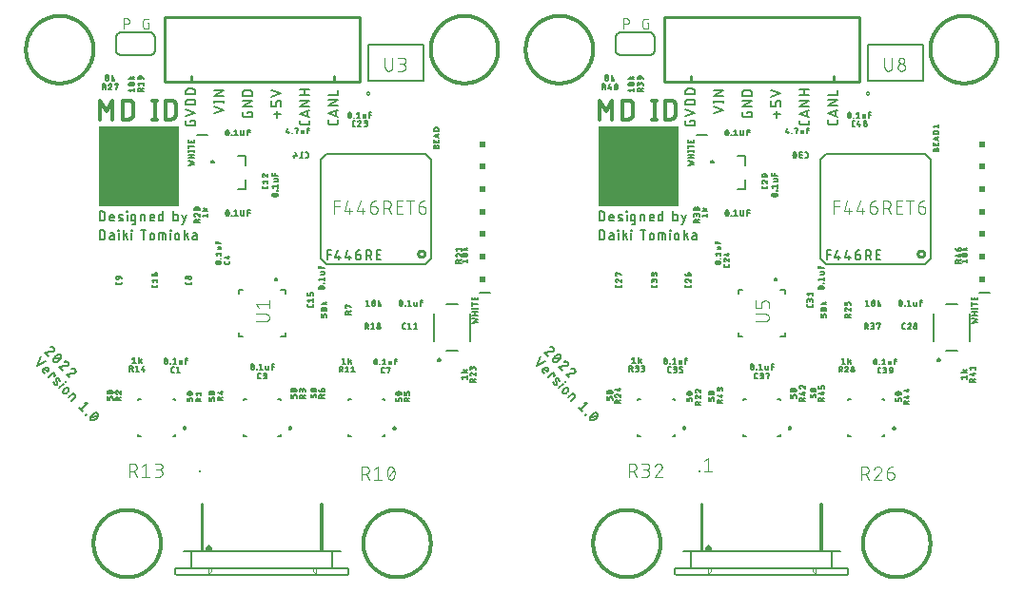
<source format=gbr>
G04 EAGLE Gerber RS-274X export*
G75*
%MOMM*%
%FSLAX34Y34*%
%LPD*%
%INSilkscreen Top*%
%IPPOS*%
%AMOC8*
5,1,8,0,0,1.08239X$1,22.5*%
G01*
%ADD10C,0.300000*%
%ADD11C,0.127000*%
%ADD12C,0.304800*%
%ADD13R,7.130719X7.184944*%
%ADD14C,0.152400*%
%ADD15C,0.101600*%
%ADD16C,0.200000*%
%ADD17C,0.203200*%
%ADD18C,0.254000*%
%ADD19R,0.508000X0.508000*%
%ADD20C,0.050000*%

G36*
X615405Y34081D02*
X615405Y34081D01*
X615410Y34080D01*
X615503Y34101D01*
X615597Y34120D01*
X615601Y34123D01*
X615606Y34124D01*
X615684Y34179D01*
X615762Y34233D01*
X615765Y34237D01*
X615769Y34240D01*
X615820Y34321D01*
X615872Y34401D01*
X615872Y34406D01*
X615875Y34410D01*
X615907Y34588D01*
X615907Y35088D01*
X615894Y35153D01*
X615890Y35219D01*
X615874Y35253D01*
X615868Y35284D01*
X615859Y35296D01*
X615858Y35301D01*
X615837Y35330D01*
X615813Y35382D01*
X613313Y38882D01*
X613248Y38943D01*
X613186Y39006D01*
X613175Y39011D01*
X613166Y39019D01*
X613084Y39050D01*
X613002Y39084D01*
X612990Y39084D01*
X612978Y39089D01*
X612890Y39085D01*
X612801Y39085D01*
X612790Y39080D01*
X612778Y39080D01*
X612698Y39042D01*
X612616Y39008D01*
X612607Y38999D01*
X612597Y38994D01*
X612560Y38954D01*
X612487Y38882D01*
X609987Y35382D01*
X609961Y35324D01*
X609934Y35282D01*
X609933Y35278D01*
X609925Y35265D01*
X609918Y35228D01*
X609905Y35199D01*
X609904Y35150D01*
X609893Y35088D01*
X609893Y34588D01*
X609894Y34582D01*
X609893Y34577D01*
X609914Y34484D01*
X609932Y34391D01*
X609935Y34387D01*
X609936Y34382D01*
X609992Y34304D01*
X610045Y34225D01*
X610049Y34222D01*
X610052Y34218D01*
X610134Y34167D01*
X610213Y34116D01*
X610218Y34115D01*
X610223Y34112D01*
X610400Y34080D01*
X615400Y34080D01*
X615405Y34081D01*
G37*
G36*
X170905Y34081D02*
X170905Y34081D01*
X170910Y34080D01*
X171003Y34101D01*
X171097Y34120D01*
X171101Y34123D01*
X171106Y34124D01*
X171184Y34179D01*
X171262Y34233D01*
X171265Y34237D01*
X171269Y34240D01*
X171320Y34321D01*
X171372Y34401D01*
X171372Y34406D01*
X171375Y34410D01*
X171407Y34588D01*
X171407Y35088D01*
X171394Y35153D01*
X171390Y35219D01*
X171374Y35253D01*
X171368Y35284D01*
X171359Y35296D01*
X171358Y35301D01*
X171337Y35330D01*
X171313Y35382D01*
X168813Y38882D01*
X168748Y38943D01*
X168686Y39006D01*
X168675Y39011D01*
X168666Y39019D01*
X168584Y39050D01*
X168502Y39084D01*
X168490Y39084D01*
X168478Y39089D01*
X168390Y39085D01*
X168301Y39085D01*
X168290Y39080D01*
X168278Y39080D01*
X168198Y39042D01*
X168116Y39008D01*
X168107Y38999D01*
X168097Y38994D01*
X168060Y38954D01*
X167987Y38882D01*
X165487Y35382D01*
X165461Y35324D01*
X165434Y35282D01*
X165433Y35278D01*
X165425Y35265D01*
X165418Y35228D01*
X165405Y35199D01*
X165404Y35150D01*
X165393Y35088D01*
X165393Y34588D01*
X165394Y34582D01*
X165393Y34577D01*
X165414Y34484D01*
X165432Y34391D01*
X165435Y34387D01*
X165436Y34382D01*
X165492Y34304D01*
X165545Y34225D01*
X165549Y34222D01*
X165552Y34218D01*
X165634Y34167D01*
X165713Y34116D01*
X165718Y34115D01*
X165723Y34112D01*
X165900Y34080D01*
X170900Y34080D01*
X170905Y34081D01*
G37*
D10*
X6000Y480000D02*
X6009Y480736D01*
X6036Y481472D01*
X6081Y482207D01*
X6144Y482941D01*
X6226Y483672D01*
X6325Y484402D01*
X6442Y485129D01*
X6576Y485853D01*
X6729Y486573D01*
X6899Y487289D01*
X7087Y488001D01*
X7292Y488709D01*
X7514Y489410D01*
X7754Y490107D01*
X8010Y490797D01*
X8284Y491481D01*
X8574Y492157D01*
X8880Y492827D01*
X9203Y493488D01*
X9542Y494142D01*
X9897Y494787D01*
X10268Y495423D01*
X10654Y496050D01*
X11056Y496667D01*
X11472Y497274D01*
X11904Y497871D01*
X12350Y498457D01*
X12810Y499032D01*
X13284Y499595D01*
X13771Y500147D01*
X14273Y500686D01*
X14787Y501213D01*
X15314Y501727D01*
X15853Y502229D01*
X16405Y502716D01*
X16968Y503190D01*
X17543Y503650D01*
X18129Y504096D01*
X18726Y504528D01*
X19333Y504944D01*
X19950Y505346D01*
X20577Y505732D01*
X21213Y506103D01*
X21858Y506458D01*
X22512Y506797D01*
X23173Y507120D01*
X23843Y507426D01*
X24519Y507716D01*
X25203Y507990D01*
X25893Y508246D01*
X26590Y508486D01*
X27291Y508708D01*
X27999Y508913D01*
X28711Y509101D01*
X29427Y509271D01*
X30147Y509424D01*
X30871Y509558D01*
X31598Y509675D01*
X32328Y509774D01*
X33059Y509856D01*
X33793Y509919D01*
X34528Y509964D01*
X35264Y509991D01*
X36000Y510000D01*
X36736Y509991D01*
X37472Y509964D01*
X38207Y509919D01*
X38941Y509856D01*
X39672Y509774D01*
X40402Y509675D01*
X41129Y509558D01*
X41853Y509424D01*
X42573Y509271D01*
X43289Y509101D01*
X44001Y508913D01*
X44709Y508708D01*
X45410Y508486D01*
X46107Y508246D01*
X46797Y507990D01*
X47481Y507716D01*
X48157Y507426D01*
X48827Y507120D01*
X49488Y506797D01*
X50142Y506458D01*
X50787Y506103D01*
X51423Y505732D01*
X52050Y505346D01*
X52667Y504944D01*
X53274Y504528D01*
X53871Y504096D01*
X54457Y503650D01*
X55032Y503190D01*
X55595Y502716D01*
X56147Y502229D01*
X56686Y501727D01*
X57213Y501213D01*
X57727Y500686D01*
X58229Y500147D01*
X58716Y499595D01*
X59190Y499032D01*
X59650Y498457D01*
X60096Y497871D01*
X60528Y497274D01*
X60944Y496667D01*
X61346Y496050D01*
X61732Y495423D01*
X62103Y494787D01*
X62458Y494142D01*
X62797Y493488D01*
X63120Y492827D01*
X63426Y492157D01*
X63716Y491481D01*
X63990Y490797D01*
X64246Y490107D01*
X64486Y489410D01*
X64708Y488709D01*
X64913Y488001D01*
X65101Y487289D01*
X65271Y486573D01*
X65424Y485853D01*
X65558Y485129D01*
X65675Y484402D01*
X65774Y483672D01*
X65856Y482941D01*
X65919Y482207D01*
X65964Y481472D01*
X65991Y480736D01*
X66000Y480000D01*
X65991Y479264D01*
X65964Y478528D01*
X65919Y477793D01*
X65856Y477059D01*
X65774Y476328D01*
X65675Y475598D01*
X65558Y474871D01*
X65424Y474147D01*
X65271Y473427D01*
X65101Y472711D01*
X64913Y471999D01*
X64708Y471291D01*
X64486Y470590D01*
X64246Y469893D01*
X63990Y469203D01*
X63716Y468519D01*
X63426Y467843D01*
X63120Y467173D01*
X62797Y466512D01*
X62458Y465858D01*
X62103Y465213D01*
X61732Y464577D01*
X61346Y463950D01*
X60944Y463333D01*
X60528Y462726D01*
X60096Y462129D01*
X59650Y461543D01*
X59190Y460968D01*
X58716Y460405D01*
X58229Y459853D01*
X57727Y459314D01*
X57213Y458787D01*
X56686Y458273D01*
X56147Y457771D01*
X55595Y457284D01*
X55032Y456810D01*
X54457Y456350D01*
X53871Y455904D01*
X53274Y455472D01*
X52667Y455056D01*
X52050Y454654D01*
X51423Y454268D01*
X50787Y453897D01*
X50142Y453542D01*
X49488Y453203D01*
X48827Y452880D01*
X48157Y452574D01*
X47481Y452284D01*
X46797Y452010D01*
X46107Y451754D01*
X45410Y451514D01*
X44709Y451292D01*
X44001Y451087D01*
X43289Y450899D01*
X42573Y450729D01*
X41853Y450576D01*
X41129Y450442D01*
X40402Y450325D01*
X39672Y450226D01*
X38941Y450144D01*
X38207Y450081D01*
X37472Y450036D01*
X36736Y450009D01*
X36000Y450000D01*
X35264Y450009D01*
X34528Y450036D01*
X33793Y450081D01*
X33059Y450144D01*
X32328Y450226D01*
X31598Y450325D01*
X30871Y450442D01*
X30147Y450576D01*
X29427Y450729D01*
X28711Y450899D01*
X27999Y451087D01*
X27291Y451292D01*
X26590Y451514D01*
X25893Y451754D01*
X25203Y452010D01*
X24519Y452284D01*
X23843Y452574D01*
X23173Y452880D01*
X22512Y453203D01*
X21858Y453542D01*
X21213Y453897D01*
X20577Y454268D01*
X19950Y454654D01*
X19333Y455056D01*
X18726Y455472D01*
X18129Y455904D01*
X17543Y456350D01*
X16968Y456810D01*
X16405Y457284D01*
X15853Y457771D01*
X15314Y458273D01*
X14787Y458787D01*
X14273Y459314D01*
X13771Y459853D01*
X13284Y460405D01*
X12810Y460968D01*
X12350Y461543D01*
X11904Y462129D01*
X11472Y462726D01*
X11056Y463333D01*
X10654Y463950D01*
X10268Y464577D01*
X9897Y465213D01*
X9542Y465858D01*
X9203Y466512D01*
X8880Y467173D01*
X8574Y467843D01*
X8284Y468519D01*
X8010Y469203D01*
X7754Y469893D01*
X7514Y470590D01*
X7292Y471291D01*
X7087Y471999D01*
X6899Y472711D01*
X6729Y473427D01*
X6576Y474147D01*
X6442Y474871D01*
X6325Y475598D01*
X6226Y476328D01*
X6144Y477059D01*
X6081Y477793D01*
X6036Y478528D01*
X6009Y479264D01*
X6000Y480000D01*
X366000Y480000D02*
X366009Y480736D01*
X366036Y481472D01*
X366081Y482207D01*
X366144Y482941D01*
X366226Y483672D01*
X366325Y484402D01*
X366442Y485129D01*
X366576Y485853D01*
X366729Y486573D01*
X366899Y487289D01*
X367087Y488001D01*
X367292Y488709D01*
X367514Y489410D01*
X367754Y490107D01*
X368010Y490797D01*
X368284Y491481D01*
X368574Y492157D01*
X368880Y492827D01*
X369203Y493488D01*
X369542Y494142D01*
X369897Y494787D01*
X370268Y495423D01*
X370654Y496050D01*
X371056Y496667D01*
X371472Y497274D01*
X371904Y497871D01*
X372350Y498457D01*
X372810Y499032D01*
X373284Y499595D01*
X373771Y500147D01*
X374273Y500686D01*
X374787Y501213D01*
X375314Y501727D01*
X375853Y502229D01*
X376405Y502716D01*
X376968Y503190D01*
X377543Y503650D01*
X378129Y504096D01*
X378726Y504528D01*
X379333Y504944D01*
X379950Y505346D01*
X380577Y505732D01*
X381213Y506103D01*
X381858Y506458D01*
X382512Y506797D01*
X383173Y507120D01*
X383843Y507426D01*
X384519Y507716D01*
X385203Y507990D01*
X385893Y508246D01*
X386590Y508486D01*
X387291Y508708D01*
X387999Y508913D01*
X388711Y509101D01*
X389427Y509271D01*
X390147Y509424D01*
X390871Y509558D01*
X391598Y509675D01*
X392328Y509774D01*
X393059Y509856D01*
X393793Y509919D01*
X394528Y509964D01*
X395264Y509991D01*
X396000Y510000D01*
X396736Y509991D01*
X397472Y509964D01*
X398207Y509919D01*
X398941Y509856D01*
X399672Y509774D01*
X400402Y509675D01*
X401129Y509558D01*
X401853Y509424D01*
X402573Y509271D01*
X403289Y509101D01*
X404001Y508913D01*
X404709Y508708D01*
X405410Y508486D01*
X406107Y508246D01*
X406797Y507990D01*
X407481Y507716D01*
X408157Y507426D01*
X408827Y507120D01*
X409488Y506797D01*
X410142Y506458D01*
X410787Y506103D01*
X411423Y505732D01*
X412050Y505346D01*
X412667Y504944D01*
X413274Y504528D01*
X413871Y504096D01*
X414457Y503650D01*
X415032Y503190D01*
X415595Y502716D01*
X416147Y502229D01*
X416686Y501727D01*
X417213Y501213D01*
X417727Y500686D01*
X418229Y500147D01*
X418716Y499595D01*
X419190Y499032D01*
X419650Y498457D01*
X420096Y497871D01*
X420528Y497274D01*
X420944Y496667D01*
X421346Y496050D01*
X421732Y495423D01*
X422103Y494787D01*
X422458Y494142D01*
X422797Y493488D01*
X423120Y492827D01*
X423426Y492157D01*
X423716Y491481D01*
X423990Y490797D01*
X424246Y490107D01*
X424486Y489410D01*
X424708Y488709D01*
X424913Y488001D01*
X425101Y487289D01*
X425271Y486573D01*
X425424Y485853D01*
X425558Y485129D01*
X425675Y484402D01*
X425774Y483672D01*
X425856Y482941D01*
X425919Y482207D01*
X425964Y481472D01*
X425991Y480736D01*
X426000Y480000D01*
X425991Y479264D01*
X425964Y478528D01*
X425919Y477793D01*
X425856Y477059D01*
X425774Y476328D01*
X425675Y475598D01*
X425558Y474871D01*
X425424Y474147D01*
X425271Y473427D01*
X425101Y472711D01*
X424913Y471999D01*
X424708Y471291D01*
X424486Y470590D01*
X424246Y469893D01*
X423990Y469203D01*
X423716Y468519D01*
X423426Y467843D01*
X423120Y467173D01*
X422797Y466512D01*
X422458Y465858D01*
X422103Y465213D01*
X421732Y464577D01*
X421346Y463950D01*
X420944Y463333D01*
X420528Y462726D01*
X420096Y462129D01*
X419650Y461543D01*
X419190Y460968D01*
X418716Y460405D01*
X418229Y459853D01*
X417727Y459314D01*
X417213Y458787D01*
X416686Y458273D01*
X416147Y457771D01*
X415595Y457284D01*
X415032Y456810D01*
X414457Y456350D01*
X413871Y455904D01*
X413274Y455472D01*
X412667Y455056D01*
X412050Y454654D01*
X411423Y454268D01*
X410787Y453897D01*
X410142Y453542D01*
X409488Y453203D01*
X408827Y452880D01*
X408157Y452574D01*
X407481Y452284D01*
X406797Y452010D01*
X406107Y451754D01*
X405410Y451514D01*
X404709Y451292D01*
X404001Y451087D01*
X403289Y450899D01*
X402573Y450729D01*
X401853Y450576D01*
X401129Y450442D01*
X400402Y450325D01*
X399672Y450226D01*
X398941Y450144D01*
X398207Y450081D01*
X397472Y450036D01*
X396736Y450009D01*
X396000Y450000D01*
X395264Y450009D01*
X394528Y450036D01*
X393793Y450081D01*
X393059Y450144D01*
X392328Y450226D01*
X391598Y450325D01*
X390871Y450442D01*
X390147Y450576D01*
X389427Y450729D01*
X388711Y450899D01*
X387999Y451087D01*
X387291Y451292D01*
X386590Y451514D01*
X385893Y451754D01*
X385203Y452010D01*
X384519Y452284D01*
X383843Y452574D01*
X383173Y452880D01*
X382512Y453203D01*
X381858Y453542D01*
X381213Y453897D01*
X380577Y454268D01*
X379950Y454654D01*
X379333Y455056D01*
X378726Y455472D01*
X378129Y455904D01*
X377543Y456350D01*
X376968Y456810D01*
X376405Y457284D01*
X375853Y457771D01*
X375314Y458273D01*
X374787Y458787D01*
X374273Y459314D01*
X373771Y459853D01*
X373284Y460405D01*
X372810Y460968D01*
X372350Y461543D01*
X371904Y462129D01*
X371472Y462726D01*
X371056Y463333D01*
X370654Y463950D01*
X370268Y464577D01*
X369897Y465213D01*
X369542Y465858D01*
X369203Y466512D01*
X368880Y467173D01*
X368574Y467843D01*
X368284Y468519D01*
X368010Y469203D01*
X367754Y469893D01*
X367514Y470590D01*
X367292Y471291D01*
X367087Y471999D01*
X366899Y472711D01*
X366729Y473427D01*
X366576Y474147D01*
X366442Y474871D01*
X366325Y475598D01*
X366226Y476328D01*
X366144Y477059D01*
X366081Y477793D01*
X366036Y478528D01*
X366009Y479264D01*
X366000Y480000D01*
D11*
X151915Y416950D02*
X151915Y415495D01*
X151915Y416950D02*
X156765Y416950D01*
X156765Y414040D01*
X156763Y413953D01*
X156757Y413866D01*
X156747Y413780D01*
X156734Y413694D01*
X156716Y413608D01*
X156695Y413524D01*
X156670Y413441D01*
X156641Y413358D01*
X156609Y413278D01*
X156573Y413198D01*
X156533Y413121D01*
X156490Y413045D01*
X156444Y412971D01*
X156394Y412900D01*
X156342Y412830D01*
X156286Y412764D01*
X156227Y412699D01*
X156166Y412638D01*
X156101Y412579D01*
X156035Y412523D01*
X155965Y412471D01*
X155894Y412421D01*
X155820Y412375D01*
X155744Y412332D01*
X155667Y412292D01*
X155587Y412256D01*
X155507Y412224D01*
X155424Y412195D01*
X155341Y412170D01*
X155257Y412149D01*
X155171Y412131D01*
X155085Y412118D01*
X154999Y412108D01*
X154912Y412102D01*
X154825Y412100D01*
X149975Y412100D01*
X149888Y412102D01*
X149801Y412108D01*
X149715Y412118D01*
X149629Y412131D01*
X149543Y412149D01*
X149459Y412170D01*
X149376Y412195D01*
X149293Y412224D01*
X149213Y412256D01*
X149133Y412292D01*
X149056Y412332D01*
X148980Y412375D01*
X148906Y412421D01*
X148835Y412471D01*
X148765Y412523D01*
X148699Y412579D01*
X148634Y412638D01*
X148573Y412699D01*
X148514Y412764D01*
X148458Y412830D01*
X148406Y412900D01*
X148356Y412971D01*
X148310Y413045D01*
X148267Y413121D01*
X148227Y413198D01*
X148191Y413278D01*
X148159Y413358D01*
X148130Y413441D01*
X148105Y413524D01*
X148084Y413608D01*
X148066Y413694D01*
X148053Y413780D01*
X148043Y413866D01*
X148037Y413953D01*
X148035Y414040D01*
X148035Y416950D01*
X148035Y420915D02*
X156765Y423825D01*
X148035Y426735D01*
X148035Y430700D02*
X156765Y430700D01*
X148035Y430700D02*
X148035Y433125D01*
X148037Y433223D01*
X148043Y433320D01*
X148053Y433417D01*
X148066Y433514D01*
X148084Y433610D01*
X148105Y433705D01*
X148131Y433800D01*
X148160Y433893D01*
X148193Y433985D01*
X148229Y434076D01*
X148269Y434165D01*
X148313Y434252D01*
X148360Y434338D01*
X148410Y434421D01*
X148464Y434503D01*
X148521Y434582D01*
X148582Y434659D01*
X148645Y434733D01*
X148711Y434805D01*
X148780Y434874D01*
X148852Y434940D01*
X148926Y435003D01*
X149003Y435064D01*
X149082Y435121D01*
X149164Y435175D01*
X149248Y435225D01*
X149333Y435272D01*
X149420Y435316D01*
X149509Y435356D01*
X149600Y435392D01*
X149692Y435425D01*
X149785Y435454D01*
X149880Y435480D01*
X149975Y435501D01*
X150071Y435519D01*
X150168Y435532D01*
X150265Y435542D01*
X150362Y435548D01*
X150460Y435550D01*
X154340Y435550D01*
X154438Y435548D01*
X154535Y435542D01*
X154632Y435532D01*
X154729Y435519D01*
X154825Y435501D01*
X154920Y435480D01*
X155015Y435454D01*
X155108Y435425D01*
X155200Y435392D01*
X155291Y435356D01*
X155380Y435316D01*
X155467Y435272D01*
X155553Y435225D01*
X155636Y435175D01*
X155718Y435121D01*
X155797Y435064D01*
X155874Y435003D01*
X155948Y434940D01*
X156020Y434874D01*
X156089Y434805D01*
X156155Y434733D01*
X156218Y434659D01*
X156279Y434582D01*
X156336Y434503D01*
X156390Y434421D01*
X156440Y434338D01*
X156487Y434252D01*
X156531Y434165D01*
X156571Y434076D01*
X156607Y433985D01*
X156640Y433893D01*
X156669Y433800D01*
X156695Y433705D01*
X156716Y433610D01*
X156734Y433514D01*
X156747Y433417D01*
X156757Y433320D01*
X156763Y433223D01*
X156765Y433125D01*
X156765Y430700D01*
X156765Y440300D02*
X148035Y440300D01*
X148035Y442725D01*
X148037Y442823D01*
X148043Y442920D01*
X148053Y443017D01*
X148066Y443114D01*
X148084Y443210D01*
X148105Y443305D01*
X148131Y443400D01*
X148160Y443493D01*
X148193Y443585D01*
X148229Y443676D01*
X148269Y443765D01*
X148313Y443852D01*
X148360Y443938D01*
X148410Y444021D01*
X148464Y444103D01*
X148521Y444182D01*
X148582Y444259D01*
X148645Y444333D01*
X148711Y444405D01*
X148780Y444474D01*
X148852Y444540D01*
X148926Y444603D01*
X149003Y444664D01*
X149082Y444721D01*
X149164Y444775D01*
X149248Y444825D01*
X149333Y444872D01*
X149420Y444916D01*
X149509Y444956D01*
X149600Y444992D01*
X149692Y445025D01*
X149785Y445054D01*
X149880Y445080D01*
X149975Y445101D01*
X150071Y445119D01*
X150168Y445132D01*
X150265Y445142D01*
X150362Y445148D01*
X150460Y445150D01*
X154340Y445150D01*
X154438Y445148D01*
X154535Y445142D01*
X154632Y445132D01*
X154729Y445119D01*
X154825Y445101D01*
X154920Y445080D01*
X155015Y445054D01*
X155108Y445025D01*
X155200Y444992D01*
X155291Y444956D01*
X155380Y444916D01*
X155467Y444872D01*
X155553Y444825D01*
X155636Y444775D01*
X155718Y444721D01*
X155797Y444664D01*
X155874Y444603D01*
X155948Y444540D01*
X156020Y444474D01*
X156089Y444405D01*
X156155Y444333D01*
X156218Y444259D01*
X156279Y444182D01*
X156336Y444103D01*
X156390Y444021D01*
X156440Y443938D01*
X156487Y443852D01*
X156531Y443765D01*
X156571Y443676D01*
X156607Y443585D01*
X156640Y443493D01*
X156669Y443400D01*
X156695Y443305D01*
X156716Y443210D01*
X156734Y443114D01*
X156747Y443017D01*
X156757Y442920D01*
X156763Y442823D01*
X156765Y442725D01*
X156765Y440300D01*
X173435Y423370D02*
X182165Y426280D01*
X173435Y429190D01*
X173435Y433480D02*
X182165Y433480D01*
X182165Y432510D02*
X182165Y434450D01*
X173435Y434450D02*
X173435Y432510D01*
X173435Y438555D02*
X182165Y438555D01*
X182165Y443405D02*
X173435Y438555D01*
X173435Y443405D02*
X182165Y443405D01*
X202715Y424625D02*
X202715Y423170D01*
X202715Y424625D02*
X207565Y424625D01*
X207565Y421715D01*
X207563Y421628D01*
X207557Y421541D01*
X207547Y421455D01*
X207534Y421369D01*
X207516Y421283D01*
X207495Y421199D01*
X207470Y421116D01*
X207441Y421033D01*
X207409Y420953D01*
X207373Y420873D01*
X207333Y420796D01*
X207290Y420720D01*
X207244Y420646D01*
X207194Y420575D01*
X207142Y420505D01*
X207086Y420439D01*
X207027Y420374D01*
X206966Y420313D01*
X206901Y420254D01*
X206835Y420198D01*
X206765Y420146D01*
X206694Y420096D01*
X206620Y420050D01*
X206544Y420007D01*
X206467Y419967D01*
X206387Y419931D01*
X206307Y419899D01*
X206224Y419870D01*
X206141Y419845D01*
X206057Y419824D01*
X205971Y419806D01*
X205885Y419793D01*
X205799Y419783D01*
X205712Y419777D01*
X205625Y419775D01*
X200775Y419775D01*
X200688Y419777D01*
X200601Y419783D01*
X200515Y419793D01*
X200429Y419806D01*
X200343Y419824D01*
X200259Y419845D01*
X200176Y419870D01*
X200093Y419899D01*
X200013Y419931D01*
X199933Y419967D01*
X199856Y420007D01*
X199780Y420050D01*
X199706Y420096D01*
X199635Y420146D01*
X199565Y420198D01*
X199499Y420254D01*
X199434Y420313D01*
X199373Y420374D01*
X199314Y420439D01*
X199258Y420505D01*
X199206Y420575D01*
X199156Y420646D01*
X199110Y420720D01*
X199067Y420796D01*
X199027Y420873D01*
X198991Y420953D01*
X198959Y421033D01*
X198930Y421116D01*
X198905Y421199D01*
X198884Y421283D01*
X198866Y421369D01*
X198853Y421455D01*
X198843Y421541D01*
X198837Y421628D01*
X198835Y421715D01*
X198835Y424625D01*
X198835Y429375D02*
X207565Y429375D01*
X207565Y434225D02*
X198835Y429375D01*
X198835Y434225D02*
X207565Y434225D01*
X207565Y438975D02*
X198835Y438975D01*
X198835Y441400D01*
X198837Y441498D01*
X198843Y441595D01*
X198853Y441692D01*
X198866Y441789D01*
X198884Y441885D01*
X198905Y441980D01*
X198931Y442075D01*
X198960Y442168D01*
X198993Y442260D01*
X199029Y442351D01*
X199069Y442440D01*
X199113Y442527D01*
X199160Y442613D01*
X199210Y442696D01*
X199264Y442778D01*
X199321Y442857D01*
X199382Y442934D01*
X199445Y443008D01*
X199511Y443080D01*
X199580Y443149D01*
X199652Y443215D01*
X199726Y443278D01*
X199803Y443339D01*
X199882Y443396D01*
X199964Y443450D01*
X200048Y443500D01*
X200133Y443547D01*
X200220Y443591D01*
X200309Y443631D01*
X200400Y443667D01*
X200492Y443700D01*
X200585Y443729D01*
X200680Y443755D01*
X200775Y443776D01*
X200871Y443794D01*
X200968Y443807D01*
X201065Y443817D01*
X201162Y443823D01*
X201260Y443825D01*
X205140Y443825D01*
X205238Y443823D01*
X205335Y443817D01*
X205432Y443807D01*
X205529Y443794D01*
X205625Y443776D01*
X205720Y443755D01*
X205815Y443729D01*
X205908Y443700D01*
X206000Y443667D01*
X206091Y443631D01*
X206180Y443591D01*
X206267Y443547D01*
X206353Y443500D01*
X206436Y443450D01*
X206518Y443396D01*
X206597Y443339D01*
X206674Y443278D01*
X206748Y443215D01*
X206820Y443149D01*
X206889Y443080D01*
X206955Y443008D01*
X207018Y442934D01*
X207079Y442857D01*
X207136Y442778D01*
X207190Y442696D01*
X207240Y442613D01*
X207287Y442527D01*
X207331Y442440D01*
X207371Y442351D01*
X207407Y442260D01*
X207440Y442168D01*
X207469Y442075D01*
X207495Y441980D01*
X207516Y441885D01*
X207534Y441789D01*
X207547Y441692D01*
X207557Y441595D01*
X207563Y441498D01*
X207565Y441400D01*
X207565Y438975D01*
X229570Y425410D02*
X229570Y419590D01*
X232480Y422500D02*
X226660Y422500D01*
X232965Y429675D02*
X232965Y432585D01*
X232963Y432672D01*
X232957Y432759D01*
X232947Y432845D01*
X232934Y432931D01*
X232916Y433017D01*
X232895Y433101D01*
X232870Y433184D01*
X232841Y433267D01*
X232809Y433347D01*
X232773Y433427D01*
X232733Y433504D01*
X232690Y433580D01*
X232644Y433654D01*
X232594Y433725D01*
X232542Y433795D01*
X232486Y433861D01*
X232427Y433926D01*
X232366Y433987D01*
X232301Y434046D01*
X232235Y434102D01*
X232165Y434154D01*
X232094Y434204D01*
X232020Y434250D01*
X231944Y434293D01*
X231867Y434333D01*
X231787Y434369D01*
X231707Y434401D01*
X231624Y434430D01*
X231541Y434455D01*
X231457Y434476D01*
X231371Y434494D01*
X231285Y434507D01*
X231199Y434517D01*
X231112Y434523D01*
X231025Y434525D01*
X230055Y434525D01*
X229968Y434523D01*
X229881Y434517D01*
X229795Y434507D01*
X229709Y434494D01*
X229623Y434476D01*
X229539Y434455D01*
X229456Y434430D01*
X229373Y434401D01*
X229293Y434369D01*
X229213Y434333D01*
X229136Y434293D01*
X229060Y434250D01*
X228986Y434204D01*
X228915Y434154D01*
X228845Y434102D01*
X228779Y434046D01*
X228714Y433987D01*
X228653Y433926D01*
X228594Y433861D01*
X228538Y433795D01*
X228486Y433725D01*
X228436Y433654D01*
X228390Y433580D01*
X228347Y433504D01*
X228307Y433427D01*
X228271Y433347D01*
X228239Y433267D01*
X228210Y433184D01*
X228185Y433101D01*
X228164Y433017D01*
X228146Y432931D01*
X228133Y432845D01*
X228123Y432759D01*
X228117Y432672D01*
X228115Y432585D01*
X228115Y429675D01*
X224235Y429675D01*
X224235Y434525D01*
X224235Y438190D02*
X232965Y441100D01*
X224235Y444010D01*
X258365Y416863D02*
X258365Y414923D01*
X258363Y414836D01*
X258357Y414749D01*
X258347Y414663D01*
X258334Y414577D01*
X258316Y414491D01*
X258295Y414407D01*
X258270Y414324D01*
X258241Y414241D01*
X258209Y414161D01*
X258173Y414081D01*
X258133Y414004D01*
X258090Y413928D01*
X258044Y413854D01*
X257994Y413783D01*
X257942Y413713D01*
X257886Y413647D01*
X257827Y413582D01*
X257766Y413521D01*
X257701Y413462D01*
X257635Y413406D01*
X257565Y413354D01*
X257494Y413304D01*
X257420Y413258D01*
X257344Y413215D01*
X257267Y413175D01*
X257187Y413139D01*
X257107Y413107D01*
X257024Y413078D01*
X256941Y413053D01*
X256857Y413032D01*
X256771Y413014D01*
X256685Y413001D01*
X256599Y412991D01*
X256512Y412985D01*
X256425Y412983D01*
X251575Y412983D01*
X251488Y412985D01*
X251401Y412991D01*
X251315Y413001D01*
X251229Y413014D01*
X251143Y413032D01*
X251059Y413053D01*
X250976Y413078D01*
X250893Y413107D01*
X250813Y413139D01*
X250733Y413175D01*
X250656Y413215D01*
X250580Y413258D01*
X250506Y413304D01*
X250435Y413354D01*
X250365Y413406D01*
X250299Y413462D01*
X250234Y413521D01*
X250173Y413582D01*
X250114Y413647D01*
X250058Y413713D01*
X250006Y413783D01*
X249956Y413854D01*
X249910Y413928D01*
X249867Y414004D01*
X249827Y414081D01*
X249791Y414161D01*
X249759Y414241D01*
X249730Y414324D01*
X249705Y414407D01*
X249684Y414491D01*
X249666Y414577D01*
X249653Y414663D01*
X249643Y414749D01*
X249637Y414836D01*
X249635Y414923D01*
X249635Y416863D01*
X249635Y422942D02*
X258365Y420032D01*
X258365Y425852D02*
X249635Y422942D01*
X256183Y425124D02*
X256183Y420759D01*
X258365Y429817D02*
X249635Y429817D01*
X258365Y434667D01*
X249635Y434667D01*
X249635Y439417D02*
X258365Y439417D01*
X253515Y439417D02*
X253515Y444267D01*
X249635Y444267D02*
X258365Y444267D01*
X283765Y417337D02*
X283765Y415397D01*
X283763Y415310D01*
X283757Y415223D01*
X283747Y415137D01*
X283734Y415051D01*
X283716Y414965D01*
X283695Y414881D01*
X283670Y414798D01*
X283641Y414715D01*
X283609Y414635D01*
X283573Y414555D01*
X283533Y414478D01*
X283490Y414402D01*
X283444Y414328D01*
X283394Y414257D01*
X283342Y414187D01*
X283286Y414121D01*
X283227Y414056D01*
X283166Y413995D01*
X283101Y413936D01*
X283035Y413880D01*
X282965Y413828D01*
X282894Y413778D01*
X282820Y413732D01*
X282744Y413689D01*
X282667Y413649D01*
X282587Y413613D01*
X282507Y413581D01*
X282424Y413552D01*
X282341Y413527D01*
X282257Y413506D01*
X282171Y413488D01*
X282085Y413475D01*
X281999Y413465D01*
X281912Y413459D01*
X281825Y413457D01*
X276975Y413457D01*
X276888Y413459D01*
X276801Y413465D01*
X276715Y413475D01*
X276629Y413488D01*
X276543Y413506D01*
X276459Y413527D01*
X276376Y413552D01*
X276293Y413581D01*
X276213Y413613D01*
X276133Y413649D01*
X276056Y413689D01*
X275980Y413732D01*
X275906Y413778D01*
X275835Y413828D01*
X275765Y413880D01*
X275699Y413936D01*
X275634Y413995D01*
X275573Y414056D01*
X275514Y414121D01*
X275458Y414187D01*
X275406Y414257D01*
X275356Y414328D01*
X275310Y414402D01*
X275267Y414478D01*
X275227Y414555D01*
X275191Y414635D01*
X275159Y414715D01*
X275130Y414798D01*
X275105Y414881D01*
X275084Y414965D01*
X275066Y415051D01*
X275053Y415137D01*
X275043Y415223D01*
X275037Y415310D01*
X275035Y415397D01*
X275035Y417337D01*
X275035Y423415D02*
X283765Y420505D01*
X283765Y426325D02*
X275035Y423415D01*
X281583Y421233D02*
X281583Y425598D01*
X283765Y430290D02*
X275035Y430290D01*
X283765Y435140D01*
X275035Y435140D01*
X275035Y439913D02*
X283765Y439913D01*
X283765Y443793D01*
D10*
X66000Y40000D02*
X66009Y40736D01*
X66036Y41472D01*
X66081Y42207D01*
X66144Y42941D01*
X66226Y43672D01*
X66325Y44402D01*
X66442Y45129D01*
X66576Y45853D01*
X66729Y46573D01*
X66899Y47289D01*
X67087Y48001D01*
X67292Y48709D01*
X67514Y49410D01*
X67754Y50107D01*
X68010Y50797D01*
X68284Y51481D01*
X68574Y52157D01*
X68880Y52827D01*
X69203Y53488D01*
X69542Y54142D01*
X69897Y54787D01*
X70268Y55423D01*
X70654Y56050D01*
X71056Y56667D01*
X71472Y57274D01*
X71904Y57871D01*
X72350Y58457D01*
X72810Y59032D01*
X73284Y59595D01*
X73771Y60147D01*
X74273Y60686D01*
X74787Y61213D01*
X75314Y61727D01*
X75853Y62229D01*
X76405Y62716D01*
X76968Y63190D01*
X77543Y63650D01*
X78129Y64096D01*
X78726Y64528D01*
X79333Y64944D01*
X79950Y65346D01*
X80577Y65732D01*
X81213Y66103D01*
X81858Y66458D01*
X82512Y66797D01*
X83173Y67120D01*
X83843Y67426D01*
X84519Y67716D01*
X85203Y67990D01*
X85893Y68246D01*
X86590Y68486D01*
X87291Y68708D01*
X87999Y68913D01*
X88711Y69101D01*
X89427Y69271D01*
X90147Y69424D01*
X90871Y69558D01*
X91598Y69675D01*
X92328Y69774D01*
X93059Y69856D01*
X93793Y69919D01*
X94528Y69964D01*
X95264Y69991D01*
X96000Y70000D01*
X96736Y69991D01*
X97472Y69964D01*
X98207Y69919D01*
X98941Y69856D01*
X99672Y69774D01*
X100402Y69675D01*
X101129Y69558D01*
X101853Y69424D01*
X102573Y69271D01*
X103289Y69101D01*
X104001Y68913D01*
X104709Y68708D01*
X105410Y68486D01*
X106107Y68246D01*
X106797Y67990D01*
X107481Y67716D01*
X108157Y67426D01*
X108827Y67120D01*
X109488Y66797D01*
X110142Y66458D01*
X110787Y66103D01*
X111423Y65732D01*
X112050Y65346D01*
X112667Y64944D01*
X113274Y64528D01*
X113871Y64096D01*
X114457Y63650D01*
X115032Y63190D01*
X115595Y62716D01*
X116147Y62229D01*
X116686Y61727D01*
X117213Y61213D01*
X117727Y60686D01*
X118229Y60147D01*
X118716Y59595D01*
X119190Y59032D01*
X119650Y58457D01*
X120096Y57871D01*
X120528Y57274D01*
X120944Y56667D01*
X121346Y56050D01*
X121732Y55423D01*
X122103Y54787D01*
X122458Y54142D01*
X122797Y53488D01*
X123120Y52827D01*
X123426Y52157D01*
X123716Y51481D01*
X123990Y50797D01*
X124246Y50107D01*
X124486Y49410D01*
X124708Y48709D01*
X124913Y48001D01*
X125101Y47289D01*
X125271Y46573D01*
X125424Y45853D01*
X125558Y45129D01*
X125675Y44402D01*
X125774Y43672D01*
X125856Y42941D01*
X125919Y42207D01*
X125964Y41472D01*
X125991Y40736D01*
X126000Y40000D01*
X125991Y39264D01*
X125964Y38528D01*
X125919Y37793D01*
X125856Y37059D01*
X125774Y36328D01*
X125675Y35598D01*
X125558Y34871D01*
X125424Y34147D01*
X125271Y33427D01*
X125101Y32711D01*
X124913Y31999D01*
X124708Y31291D01*
X124486Y30590D01*
X124246Y29893D01*
X123990Y29203D01*
X123716Y28519D01*
X123426Y27843D01*
X123120Y27173D01*
X122797Y26512D01*
X122458Y25858D01*
X122103Y25213D01*
X121732Y24577D01*
X121346Y23950D01*
X120944Y23333D01*
X120528Y22726D01*
X120096Y22129D01*
X119650Y21543D01*
X119190Y20968D01*
X118716Y20405D01*
X118229Y19853D01*
X117727Y19314D01*
X117213Y18787D01*
X116686Y18273D01*
X116147Y17771D01*
X115595Y17284D01*
X115032Y16810D01*
X114457Y16350D01*
X113871Y15904D01*
X113274Y15472D01*
X112667Y15056D01*
X112050Y14654D01*
X111423Y14268D01*
X110787Y13897D01*
X110142Y13542D01*
X109488Y13203D01*
X108827Y12880D01*
X108157Y12574D01*
X107481Y12284D01*
X106797Y12010D01*
X106107Y11754D01*
X105410Y11514D01*
X104709Y11292D01*
X104001Y11087D01*
X103289Y10899D01*
X102573Y10729D01*
X101853Y10576D01*
X101129Y10442D01*
X100402Y10325D01*
X99672Y10226D01*
X98941Y10144D01*
X98207Y10081D01*
X97472Y10036D01*
X96736Y10009D01*
X96000Y10000D01*
X95264Y10009D01*
X94528Y10036D01*
X93793Y10081D01*
X93059Y10144D01*
X92328Y10226D01*
X91598Y10325D01*
X90871Y10442D01*
X90147Y10576D01*
X89427Y10729D01*
X88711Y10899D01*
X87999Y11087D01*
X87291Y11292D01*
X86590Y11514D01*
X85893Y11754D01*
X85203Y12010D01*
X84519Y12284D01*
X83843Y12574D01*
X83173Y12880D01*
X82512Y13203D01*
X81858Y13542D01*
X81213Y13897D01*
X80577Y14268D01*
X79950Y14654D01*
X79333Y15056D01*
X78726Y15472D01*
X78129Y15904D01*
X77543Y16350D01*
X76968Y16810D01*
X76405Y17284D01*
X75853Y17771D01*
X75314Y18273D01*
X74787Y18787D01*
X74273Y19314D01*
X73771Y19853D01*
X73284Y20405D01*
X72810Y20968D01*
X72350Y21543D01*
X71904Y22129D01*
X71472Y22726D01*
X71056Y23333D01*
X70654Y23950D01*
X70268Y24577D01*
X69897Y25213D01*
X69542Y25858D01*
X69203Y26512D01*
X68880Y27173D01*
X68574Y27843D01*
X68284Y28519D01*
X68010Y29203D01*
X67754Y29893D01*
X67514Y30590D01*
X67292Y31291D01*
X67087Y31999D01*
X66899Y32711D01*
X66729Y33427D01*
X66576Y34147D01*
X66442Y34871D01*
X66325Y35598D01*
X66226Y36328D01*
X66144Y37059D01*
X66081Y37793D01*
X66036Y38528D01*
X66009Y39264D01*
X66000Y40000D01*
X306000Y40000D02*
X306009Y40736D01*
X306036Y41472D01*
X306081Y42207D01*
X306144Y42941D01*
X306226Y43672D01*
X306325Y44402D01*
X306442Y45129D01*
X306576Y45853D01*
X306729Y46573D01*
X306899Y47289D01*
X307087Y48001D01*
X307292Y48709D01*
X307514Y49410D01*
X307754Y50107D01*
X308010Y50797D01*
X308284Y51481D01*
X308574Y52157D01*
X308880Y52827D01*
X309203Y53488D01*
X309542Y54142D01*
X309897Y54787D01*
X310268Y55423D01*
X310654Y56050D01*
X311056Y56667D01*
X311472Y57274D01*
X311904Y57871D01*
X312350Y58457D01*
X312810Y59032D01*
X313284Y59595D01*
X313771Y60147D01*
X314273Y60686D01*
X314787Y61213D01*
X315314Y61727D01*
X315853Y62229D01*
X316405Y62716D01*
X316968Y63190D01*
X317543Y63650D01*
X318129Y64096D01*
X318726Y64528D01*
X319333Y64944D01*
X319950Y65346D01*
X320577Y65732D01*
X321213Y66103D01*
X321858Y66458D01*
X322512Y66797D01*
X323173Y67120D01*
X323843Y67426D01*
X324519Y67716D01*
X325203Y67990D01*
X325893Y68246D01*
X326590Y68486D01*
X327291Y68708D01*
X327999Y68913D01*
X328711Y69101D01*
X329427Y69271D01*
X330147Y69424D01*
X330871Y69558D01*
X331598Y69675D01*
X332328Y69774D01*
X333059Y69856D01*
X333793Y69919D01*
X334528Y69964D01*
X335264Y69991D01*
X336000Y70000D01*
X336736Y69991D01*
X337472Y69964D01*
X338207Y69919D01*
X338941Y69856D01*
X339672Y69774D01*
X340402Y69675D01*
X341129Y69558D01*
X341853Y69424D01*
X342573Y69271D01*
X343289Y69101D01*
X344001Y68913D01*
X344709Y68708D01*
X345410Y68486D01*
X346107Y68246D01*
X346797Y67990D01*
X347481Y67716D01*
X348157Y67426D01*
X348827Y67120D01*
X349488Y66797D01*
X350142Y66458D01*
X350787Y66103D01*
X351423Y65732D01*
X352050Y65346D01*
X352667Y64944D01*
X353274Y64528D01*
X353871Y64096D01*
X354457Y63650D01*
X355032Y63190D01*
X355595Y62716D01*
X356147Y62229D01*
X356686Y61727D01*
X357213Y61213D01*
X357727Y60686D01*
X358229Y60147D01*
X358716Y59595D01*
X359190Y59032D01*
X359650Y58457D01*
X360096Y57871D01*
X360528Y57274D01*
X360944Y56667D01*
X361346Y56050D01*
X361732Y55423D01*
X362103Y54787D01*
X362458Y54142D01*
X362797Y53488D01*
X363120Y52827D01*
X363426Y52157D01*
X363716Y51481D01*
X363990Y50797D01*
X364246Y50107D01*
X364486Y49410D01*
X364708Y48709D01*
X364913Y48001D01*
X365101Y47289D01*
X365271Y46573D01*
X365424Y45853D01*
X365558Y45129D01*
X365675Y44402D01*
X365774Y43672D01*
X365856Y42941D01*
X365919Y42207D01*
X365964Y41472D01*
X365991Y40736D01*
X366000Y40000D01*
X365991Y39264D01*
X365964Y38528D01*
X365919Y37793D01*
X365856Y37059D01*
X365774Y36328D01*
X365675Y35598D01*
X365558Y34871D01*
X365424Y34147D01*
X365271Y33427D01*
X365101Y32711D01*
X364913Y31999D01*
X364708Y31291D01*
X364486Y30590D01*
X364246Y29893D01*
X363990Y29203D01*
X363716Y28519D01*
X363426Y27843D01*
X363120Y27173D01*
X362797Y26512D01*
X362458Y25858D01*
X362103Y25213D01*
X361732Y24577D01*
X361346Y23950D01*
X360944Y23333D01*
X360528Y22726D01*
X360096Y22129D01*
X359650Y21543D01*
X359190Y20968D01*
X358716Y20405D01*
X358229Y19853D01*
X357727Y19314D01*
X357213Y18787D01*
X356686Y18273D01*
X356147Y17771D01*
X355595Y17284D01*
X355032Y16810D01*
X354457Y16350D01*
X353871Y15904D01*
X353274Y15472D01*
X352667Y15056D01*
X352050Y14654D01*
X351423Y14268D01*
X350787Y13897D01*
X350142Y13542D01*
X349488Y13203D01*
X348827Y12880D01*
X348157Y12574D01*
X347481Y12284D01*
X346797Y12010D01*
X346107Y11754D01*
X345410Y11514D01*
X344709Y11292D01*
X344001Y11087D01*
X343289Y10899D01*
X342573Y10729D01*
X341853Y10576D01*
X341129Y10442D01*
X340402Y10325D01*
X339672Y10226D01*
X338941Y10144D01*
X338207Y10081D01*
X337472Y10036D01*
X336736Y10009D01*
X336000Y10000D01*
X335264Y10009D01*
X334528Y10036D01*
X333793Y10081D01*
X333059Y10144D01*
X332328Y10226D01*
X331598Y10325D01*
X330871Y10442D01*
X330147Y10576D01*
X329427Y10729D01*
X328711Y10899D01*
X327999Y11087D01*
X327291Y11292D01*
X326590Y11514D01*
X325893Y11754D01*
X325203Y12010D01*
X324519Y12284D01*
X323843Y12574D01*
X323173Y12880D01*
X322512Y13203D01*
X321858Y13542D01*
X321213Y13897D01*
X320577Y14268D01*
X319950Y14654D01*
X319333Y15056D01*
X318726Y15472D01*
X318129Y15904D01*
X317543Y16350D01*
X316968Y16810D01*
X316405Y17284D01*
X315853Y17771D01*
X315314Y18273D01*
X314787Y18787D01*
X314273Y19314D01*
X313771Y19853D01*
X313284Y20405D01*
X312810Y20968D01*
X312350Y21543D01*
X311904Y22129D01*
X311472Y22726D01*
X311056Y23333D01*
X310654Y23950D01*
X310268Y24577D01*
X309897Y25213D01*
X309542Y25858D01*
X309203Y26512D01*
X308880Y27173D01*
X308574Y27843D01*
X308284Y28519D01*
X308010Y29203D01*
X307754Y29893D01*
X307514Y30590D01*
X307292Y31291D01*
X307087Y31999D01*
X306899Y32711D01*
X306729Y33427D01*
X306576Y34147D01*
X306442Y34871D01*
X306325Y35598D01*
X306226Y36328D01*
X306144Y37059D01*
X306081Y37793D01*
X306036Y38528D01*
X306009Y39264D01*
X306000Y40000D01*
D12*
X71619Y417900D02*
X71619Y434852D01*
X77270Y425434D01*
X82920Y434852D01*
X82920Y417900D01*
X92111Y417900D02*
X92111Y434852D01*
X96820Y434852D01*
X96954Y434850D01*
X97089Y434844D01*
X97223Y434835D01*
X97357Y434821D01*
X97490Y434804D01*
X97623Y434783D01*
X97755Y434758D01*
X97887Y434730D01*
X98017Y434697D01*
X98147Y434661D01*
X98275Y434622D01*
X98402Y434578D01*
X98528Y434531D01*
X98653Y434481D01*
X98776Y434426D01*
X98898Y434369D01*
X99018Y434308D01*
X99136Y434243D01*
X99252Y434176D01*
X99366Y434104D01*
X99478Y434030D01*
X99588Y433953D01*
X99696Y433872D01*
X99801Y433788D01*
X99904Y433702D01*
X100004Y433612D01*
X100102Y433520D01*
X100197Y433425D01*
X100289Y433327D01*
X100379Y433227D01*
X100465Y433124D01*
X100549Y433019D01*
X100630Y432911D01*
X100707Y432801D01*
X100781Y432689D01*
X100853Y432575D01*
X100920Y432459D01*
X100985Y432341D01*
X101046Y432221D01*
X101103Y432099D01*
X101158Y431976D01*
X101208Y431851D01*
X101255Y431725D01*
X101299Y431598D01*
X101338Y431470D01*
X101374Y431340D01*
X101407Y431210D01*
X101435Y431078D01*
X101460Y430946D01*
X101481Y430813D01*
X101498Y430680D01*
X101512Y430546D01*
X101521Y430412D01*
X101527Y430277D01*
X101529Y430143D01*
X101529Y422609D01*
X101527Y422475D01*
X101521Y422340D01*
X101512Y422206D01*
X101498Y422072D01*
X101481Y421939D01*
X101460Y421806D01*
X101435Y421674D01*
X101407Y421542D01*
X101374Y421412D01*
X101338Y421282D01*
X101299Y421154D01*
X101255Y421027D01*
X101208Y420901D01*
X101158Y420776D01*
X101103Y420653D01*
X101046Y420531D01*
X100985Y420411D01*
X100920Y420293D01*
X100853Y420177D01*
X100781Y420063D01*
X100707Y419951D01*
X100630Y419841D01*
X100549Y419733D01*
X100465Y419628D01*
X100379Y419525D01*
X100289Y419425D01*
X100197Y419327D01*
X100102Y419232D01*
X100004Y419140D01*
X99904Y419050D01*
X99801Y418964D01*
X99696Y418880D01*
X99588Y418799D01*
X99478Y418722D01*
X99366Y418648D01*
X99252Y418576D01*
X99136Y418509D01*
X99018Y418444D01*
X98898Y418383D01*
X98776Y418326D01*
X98653Y418271D01*
X98528Y418221D01*
X98402Y418174D01*
X98275Y418130D01*
X98147Y418091D01*
X98017Y418055D01*
X97887Y418022D01*
X97755Y417994D01*
X97623Y417969D01*
X97490Y417948D01*
X97357Y417931D01*
X97223Y417917D01*
X97089Y417908D01*
X96954Y417902D01*
X96820Y417900D01*
X92111Y417900D01*
X120395Y417900D02*
X120395Y434852D01*
X118511Y417900D02*
X122278Y417900D01*
X122278Y434852D02*
X118511Y434852D01*
X130061Y434852D02*
X130061Y417900D01*
X130061Y434852D02*
X134770Y434852D01*
X134904Y434850D01*
X135039Y434844D01*
X135173Y434835D01*
X135307Y434821D01*
X135440Y434804D01*
X135573Y434783D01*
X135705Y434758D01*
X135837Y434730D01*
X135967Y434697D01*
X136097Y434661D01*
X136225Y434622D01*
X136352Y434578D01*
X136478Y434531D01*
X136603Y434481D01*
X136726Y434426D01*
X136848Y434369D01*
X136968Y434308D01*
X137086Y434243D01*
X137202Y434176D01*
X137316Y434104D01*
X137428Y434030D01*
X137538Y433953D01*
X137646Y433872D01*
X137751Y433788D01*
X137854Y433702D01*
X137954Y433612D01*
X138052Y433520D01*
X138147Y433425D01*
X138239Y433327D01*
X138329Y433227D01*
X138415Y433124D01*
X138499Y433019D01*
X138580Y432911D01*
X138657Y432801D01*
X138731Y432689D01*
X138803Y432575D01*
X138870Y432459D01*
X138935Y432341D01*
X138996Y432221D01*
X139053Y432099D01*
X139108Y431976D01*
X139158Y431851D01*
X139205Y431725D01*
X139249Y431598D01*
X139288Y431470D01*
X139324Y431340D01*
X139357Y431210D01*
X139385Y431078D01*
X139410Y430946D01*
X139431Y430813D01*
X139448Y430680D01*
X139462Y430546D01*
X139471Y430412D01*
X139477Y430277D01*
X139479Y430143D01*
X139479Y422609D01*
X139477Y422475D01*
X139471Y422340D01*
X139462Y422206D01*
X139448Y422072D01*
X139431Y421939D01*
X139410Y421806D01*
X139385Y421674D01*
X139357Y421542D01*
X139324Y421412D01*
X139288Y421282D01*
X139249Y421154D01*
X139205Y421027D01*
X139158Y420901D01*
X139108Y420776D01*
X139053Y420653D01*
X138996Y420531D01*
X138935Y420411D01*
X138870Y420293D01*
X138803Y420177D01*
X138731Y420063D01*
X138657Y419951D01*
X138580Y419841D01*
X138499Y419733D01*
X138415Y419628D01*
X138329Y419525D01*
X138239Y419425D01*
X138147Y419327D01*
X138052Y419232D01*
X137954Y419140D01*
X137854Y419050D01*
X137751Y418964D01*
X137646Y418880D01*
X137538Y418799D01*
X137428Y418722D01*
X137316Y418648D01*
X137202Y418576D01*
X137086Y418509D01*
X136968Y418444D01*
X136848Y418383D01*
X136726Y418326D01*
X136603Y418271D01*
X136478Y418221D01*
X136352Y418174D01*
X136225Y418130D01*
X136097Y418091D01*
X135967Y418055D01*
X135837Y418022D01*
X135705Y417994D01*
X135573Y417969D01*
X135440Y417948D01*
X135307Y417931D01*
X135173Y417917D01*
X135039Y417908D01*
X134904Y417902D01*
X134770Y417900D01*
X130061Y417900D01*
D13*
X106195Y376193D03*
D14*
X19498Y206376D02*
X15502Y198384D01*
X23493Y202380D01*
X21109Y192778D02*
X22773Y191113D01*
X21109Y192778D02*
X21058Y192832D01*
X21010Y192888D01*
X20965Y192946D01*
X20923Y193007D01*
X20884Y193071D01*
X20849Y193136D01*
X20817Y193202D01*
X20789Y193271D01*
X20764Y193340D01*
X20743Y193411D01*
X20726Y193483D01*
X20712Y193556D01*
X20703Y193629D01*
X20697Y193703D01*
X20695Y193777D01*
X20697Y193851D01*
X20703Y193925D01*
X20712Y193998D01*
X20726Y194071D01*
X20743Y194143D01*
X20764Y194214D01*
X20789Y194283D01*
X20817Y194352D01*
X20849Y194419D01*
X20884Y194484D01*
X20923Y194547D01*
X20965Y194608D01*
X21010Y194666D01*
X21058Y194722D01*
X21109Y194776D01*
X22773Y196440D01*
X22835Y196499D01*
X22899Y196556D01*
X22967Y196609D01*
X23036Y196659D01*
X23108Y196706D01*
X23182Y196750D01*
X23257Y196791D01*
X23335Y196827D01*
X23414Y196861D01*
X23494Y196890D01*
X23576Y196916D01*
X23659Y196938D01*
X23743Y196957D01*
X23827Y196971D01*
X23912Y196982D01*
X23998Y196989D01*
X24084Y196992D01*
X24169Y196991D01*
X24255Y196986D01*
X24340Y196977D01*
X24425Y196965D01*
X24509Y196948D01*
X24593Y196928D01*
X24675Y196904D01*
X24756Y196876D01*
X24836Y196844D01*
X24914Y196809D01*
X24991Y196771D01*
X25066Y196729D01*
X25138Y196683D01*
X25209Y196635D01*
X25277Y196583D01*
X25343Y196528D01*
X25407Y196470D01*
X25467Y196410D01*
X25525Y196346D01*
X25580Y196280D01*
X25632Y196212D01*
X25680Y196141D01*
X25726Y196069D01*
X25768Y195994D01*
X25806Y195917D01*
X25841Y195839D01*
X25873Y195759D01*
X25901Y195678D01*
X25925Y195596D01*
X25945Y195512D01*
X25962Y195428D01*
X25974Y195343D01*
X25983Y195258D01*
X25988Y195172D01*
X25989Y195087D01*
X25986Y195001D01*
X25979Y194915D01*
X25968Y194830D01*
X25954Y194746D01*
X25935Y194662D01*
X25913Y194579D01*
X25887Y194497D01*
X25858Y194417D01*
X25824Y194338D01*
X25788Y194260D01*
X25747Y194185D01*
X25703Y194111D01*
X25656Y194039D01*
X25606Y193970D01*
X25553Y193902D01*
X25496Y193838D01*
X25437Y193776D01*
X25437Y193777D02*
X24771Y193111D01*
X22108Y195774D01*
X25891Y187995D02*
X29887Y191991D01*
X31884Y189993D01*
X31218Y189327D01*
X32910Y185638D02*
X33909Y183307D01*
X32910Y185638D02*
X32884Y185702D01*
X32863Y185768D01*
X32845Y185835D01*
X32830Y185902D01*
X32820Y185971D01*
X32814Y186040D01*
X32811Y186109D01*
X32812Y186178D01*
X32818Y186247D01*
X32827Y186315D01*
X32840Y186383D01*
X32857Y186450D01*
X32877Y186516D01*
X32902Y186581D01*
X32930Y186644D01*
X32961Y186706D01*
X32996Y186766D01*
X33034Y186823D01*
X33076Y186878D01*
X33120Y186931D01*
X33168Y186982D01*
X33218Y187029D01*
X33271Y187074D01*
X33326Y187115D01*
X33384Y187154D01*
X33443Y187189D01*
X33505Y187220D01*
X33568Y187248D01*
X33633Y187273D01*
X33699Y187294D01*
X33766Y187311D01*
X33834Y187324D01*
X33902Y187333D01*
X33971Y187338D01*
X34040Y187340D01*
X34109Y187338D01*
X34178Y187331D01*
X34247Y187321D01*
X34314Y187307D01*
X34381Y187289D01*
X34447Y187267D01*
X34511Y187242D01*
X34574Y187213D01*
X34635Y187181D01*
X34694Y187145D01*
X34751Y187106D01*
X34806Y187063D01*
X34858Y187018D01*
X34908Y186970D01*
X35008Y186864D01*
X35106Y186756D01*
X35200Y186645D01*
X35291Y186531D01*
X35379Y186415D01*
X35464Y186296D01*
X35545Y186175D01*
X35624Y186052D01*
X35698Y185927D01*
X35770Y185800D01*
X35838Y185671D01*
X35902Y185541D01*
X35963Y185408D01*
X36020Y185274D01*
X36074Y185139D01*
X33909Y183307D02*
X33935Y183243D01*
X33956Y183177D01*
X33974Y183110D01*
X33989Y183043D01*
X33999Y182974D01*
X34005Y182905D01*
X34008Y182836D01*
X34007Y182767D01*
X34001Y182698D01*
X33992Y182630D01*
X33979Y182562D01*
X33962Y182495D01*
X33942Y182429D01*
X33917Y182364D01*
X33889Y182301D01*
X33858Y182239D01*
X33823Y182179D01*
X33785Y182122D01*
X33743Y182067D01*
X33699Y182014D01*
X33651Y181963D01*
X33601Y181916D01*
X33548Y181871D01*
X33493Y181830D01*
X33435Y181791D01*
X33376Y181756D01*
X33314Y181725D01*
X33251Y181697D01*
X33186Y181672D01*
X33120Y181651D01*
X33053Y181634D01*
X32985Y181621D01*
X32917Y181612D01*
X32848Y181607D01*
X32779Y181605D01*
X32710Y181607D01*
X32641Y181614D01*
X32572Y181624D01*
X32505Y181638D01*
X32438Y181656D01*
X32372Y181678D01*
X32308Y181703D01*
X32245Y181732D01*
X32184Y181764D01*
X32125Y181800D01*
X32068Y181839D01*
X32013Y181882D01*
X31961Y181927D01*
X31911Y181975D01*
X31912Y181975D02*
X31782Y182112D01*
X31655Y182252D01*
X31532Y182395D01*
X31412Y182541D01*
X31295Y182690D01*
X31182Y182841D01*
X31073Y182995D01*
X30967Y183152D01*
X30865Y183311D01*
X30767Y183472D01*
X30673Y183636D01*
X30583Y183802D01*
X30496Y183970D01*
X30414Y184140D01*
X35442Y178444D02*
X39438Y182440D01*
X40936Y184271D02*
X41269Y184604D01*
X41602Y184271D01*
X41269Y183938D01*
X40936Y184271D01*
X40805Y178409D02*
X39473Y177077D01*
X40804Y178409D02*
X40866Y178468D01*
X40930Y178525D01*
X40998Y178578D01*
X41067Y178628D01*
X41139Y178675D01*
X41213Y178719D01*
X41288Y178760D01*
X41366Y178796D01*
X41445Y178830D01*
X41525Y178859D01*
X41607Y178885D01*
X41690Y178907D01*
X41774Y178926D01*
X41858Y178940D01*
X41943Y178951D01*
X42029Y178958D01*
X42115Y178961D01*
X42200Y178960D01*
X42286Y178955D01*
X42371Y178946D01*
X42456Y178934D01*
X42540Y178917D01*
X42624Y178897D01*
X42706Y178873D01*
X42787Y178845D01*
X42867Y178813D01*
X42945Y178778D01*
X43022Y178740D01*
X43097Y178698D01*
X43169Y178652D01*
X43240Y178604D01*
X43308Y178552D01*
X43374Y178497D01*
X43438Y178439D01*
X43498Y178379D01*
X43556Y178315D01*
X43611Y178249D01*
X43663Y178181D01*
X43711Y178110D01*
X43757Y178038D01*
X43799Y177963D01*
X43837Y177886D01*
X43872Y177808D01*
X43904Y177728D01*
X43932Y177647D01*
X43956Y177565D01*
X43976Y177481D01*
X43993Y177397D01*
X44005Y177312D01*
X44014Y177227D01*
X44019Y177141D01*
X44020Y177056D01*
X44017Y176970D01*
X44010Y176884D01*
X43999Y176799D01*
X43985Y176715D01*
X43966Y176631D01*
X43944Y176548D01*
X43918Y176466D01*
X43889Y176386D01*
X43855Y176307D01*
X43819Y176229D01*
X43778Y176154D01*
X43734Y176080D01*
X43687Y176008D01*
X43637Y175939D01*
X43584Y175871D01*
X43527Y175807D01*
X43468Y175745D01*
X42136Y174413D01*
X42137Y174413D02*
X42075Y174354D01*
X42011Y174297D01*
X41943Y174244D01*
X41874Y174194D01*
X41802Y174147D01*
X41728Y174103D01*
X41653Y174062D01*
X41575Y174026D01*
X41496Y173992D01*
X41416Y173963D01*
X41334Y173937D01*
X41251Y173915D01*
X41167Y173896D01*
X41083Y173882D01*
X40998Y173871D01*
X40912Y173864D01*
X40826Y173861D01*
X40741Y173862D01*
X40655Y173867D01*
X40570Y173876D01*
X40485Y173888D01*
X40401Y173905D01*
X40317Y173925D01*
X40235Y173949D01*
X40154Y173977D01*
X40074Y174009D01*
X39996Y174044D01*
X39919Y174082D01*
X39844Y174124D01*
X39772Y174170D01*
X39701Y174218D01*
X39633Y174270D01*
X39567Y174325D01*
X39503Y174383D01*
X39443Y174443D01*
X39385Y174507D01*
X39330Y174573D01*
X39278Y174641D01*
X39230Y174712D01*
X39184Y174784D01*
X39142Y174859D01*
X39104Y174936D01*
X39069Y175014D01*
X39037Y175094D01*
X39009Y175175D01*
X38985Y175257D01*
X38965Y175341D01*
X38948Y175425D01*
X38936Y175510D01*
X38927Y175595D01*
X38922Y175681D01*
X38921Y175766D01*
X38924Y175852D01*
X38931Y175938D01*
X38942Y176023D01*
X38956Y176107D01*
X38975Y176191D01*
X38997Y176274D01*
X39023Y176356D01*
X39052Y176436D01*
X39086Y176515D01*
X39122Y176593D01*
X39163Y176668D01*
X39207Y176742D01*
X39254Y176814D01*
X39304Y176883D01*
X39357Y176951D01*
X39414Y177015D01*
X39473Y177077D01*
X43868Y170018D02*
X47864Y174013D01*
X49529Y172349D01*
X49580Y172295D01*
X49628Y172239D01*
X49673Y172181D01*
X49715Y172120D01*
X49754Y172057D01*
X49789Y171991D01*
X49821Y171925D01*
X49849Y171856D01*
X49874Y171787D01*
X49895Y171716D01*
X49912Y171644D01*
X49926Y171571D01*
X49935Y171498D01*
X49941Y171424D01*
X49943Y171350D01*
X49941Y171276D01*
X49935Y171202D01*
X49926Y171129D01*
X49912Y171056D01*
X49895Y170984D01*
X49874Y170913D01*
X49849Y170844D01*
X49821Y170775D01*
X49789Y170709D01*
X49754Y170644D01*
X49715Y170580D01*
X49673Y170519D01*
X49628Y170461D01*
X49580Y170405D01*
X49529Y170351D01*
X46532Y167354D01*
X57743Y165466D02*
X60739Y165133D01*
X54746Y159140D01*
X53081Y160805D02*
X56411Y157475D01*
X59034Y154852D02*
X59367Y155185D01*
X59700Y154852D01*
X59367Y154519D01*
X59034Y154852D01*
X64987Y154892D02*
X65106Y155009D01*
X65228Y155122D01*
X65353Y155233D01*
X65480Y155341D01*
X65610Y155445D01*
X65743Y155547D01*
X65877Y155645D01*
X66014Y155740D01*
X66154Y155832D01*
X66295Y155920D01*
X66438Y156005D01*
X66584Y156087D01*
X66731Y156165D01*
X66880Y156239D01*
X67031Y156310D01*
X67184Y156377D01*
X67338Y156441D01*
X67494Y156501D01*
X67651Y156557D01*
X67724Y156590D01*
X67798Y156620D01*
X67874Y156647D01*
X67950Y156670D01*
X68028Y156690D01*
X68106Y156706D01*
X68185Y156719D01*
X68265Y156727D01*
X68345Y156732D01*
X68425Y156734D01*
X68505Y156732D01*
X68584Y156726D01*
X68664Y156716D01*
X68743Y156703D01*
X68821Y156687D01*
X68898Y156666D01*
X68975Y156642D01*
X69050Y156615D01*
X69124Y156584D01*
X69196Y156550D01*
X69267Y156513D01*
X69336Y156472D01*
X69403Y156428D01*
X69468Y156381D01*
X69531Y156332D01*
X69591Y156279D01*
X69649Y156224D01*
X69704Y156166D01*
X69757Y156106D01*
X69806Y156043D01*
X69853Y155978D01*
X69897Y155911D01*
X69938Y155842D01*
X69975Y155771D01*
X70009Y155699D01*
X70040Y155625D01*
X70067Y155550D01*
X70091Y155473D01*
X70112Y155396D01*
X70128Y155318D01*
X70141Y155239D01*
X70151Y155159D01*
X70157Y155080D01*
X70159Y155000D01*
X70157Y154920D01*
X70152Y154840D01*
X70144Y154760D01*
X70131Y154681D01*
X70115Y154603D01*
X70095Y154525D01*
X70072Y154449D01*
X70045Y154373D01*
X70015Y154299D01*
X69982Y154226D01*
X69926Y154069D01*
X69866Y153914D01*
X69802Y153759D01*
X69735Y153607D01*
X69664Y153456D01*
X69589Y153307D01*
X69511Y153159D01*
X69430Y153014D01*
X69345Y152870D01*
X69257Y152729D01*
X69165Y152590D01*
X69070Y152453D01*
X68972Y152318D01*
X68870Y152186D01*
X68765Y152056D01*
X68658Y151928D01*
X68547Y151804D01*
X68434Y151682D01*
X68317Y151562D01*
X64988Y154892D02*
X64871Y154773D01*
X64758Y154651D01*
X64647Y154526D01*
X64539Y154399D01*
X64435Y154269D01*
X64333Y154137D01*
X64235Y154002D01*
X64140Y153865D01*
X64048Y153726D01*
X63960Y153584D01*
X63875Y153441D01*
X63793Y153295D01*
X63715Y153148D01*
X63641Y152999D01*
X63570Y152848D01*
X63503Y152695D01*
X63439Y152541D01*
X63379Y152385D01*
X63323Y152228D01*
X63290Y152155D01*
X63260Y152081D01*
X63233Y152005D01*
X63210Y151929D01*
X63190Y151851D01*
X63174Y151773D01*
X63161Y151694D01*
X63153Y151614D01*
X63148Y151534D01*
X63146Y151454D01*
X63148Y151374D01*
X63154Y151295D01*
X63164Y151215D01*
X63177Y151136D01*
X63194Y151058D01*
X63214Y150981D01*
X63238Y150904D01*
X63265Y150829D01*
X63296Y150755D01*
X63330Y150683D01*
X63367Y150612D01*
X63408Y150543D01*
X63452Y150476D01*
X63499Y150411D01*
X63548Y150348D01*
X63601Y150288D01*
X63656Y150230D01*
X65653Y149897D02*
X65810Y149953D01*
X65966Y150013D01*
X66120Y150077D01*
X66273Y150144D01*
X66424Y150215D01*
X66573Y150289D01*
X66720Y150367D01*
X66866Y150449D01*
X67009Y150534D01*
X67150Y150622D01*
X67290Y150714D01*
X67427Y150809D01*
X67561Y150907D01*
X67694Y151009D01*
X67824Y151113D01*
X67951Y151221D01*
X68076Y151332D01*
X68198Y151445D01*
X68317Y151562D01*
X65654Y149897D02*
X65581Y149864D01*
X65507Y149834D01*
X65431Y149807D01*
X65355Y149784D01*
X65277Y149764D01*
X65199Y149748D01*
X65120Y149735D01*
X65040Y149727D01*
X64960Y149722D01*
X64880Y149720D01*
X64800Y149722D01*
X64721Y149728D01*
X64641Y149738D01*
X64562Y149751D01*
X64484Y149768D01*
X64407Y149788D01*
X64330Y149812D01*
X64255Y149839D01*
X64181Y149870D01*
X64109Y149904D01*
X64038Y149941D01*
X63969Y149982D01*
X63902Y150026D01*
X63837Y150073D01*
X63774Y150122D01*
X63714Y150175D01*
X63656Y150230D01*
X63656Y152894D02*
X69649Y153560D01*
X71384Y327459D02*
X71384Y335935D01*
X73738Y335935D01*
X73833Y335933D01*
X73927Y335927D01*
X74022Y335918D01*
X74116Y335905D01*
X74209Y335887D01*
X74301Y335867D01*
X74393Y335842D01*
X74483Y335814D01*
X74573Y335782D01*
X74661Y335747D01*
X74747Y335708D01*
X74832Y335665D01*
X74915Y335620D01*
X74996Y335571D01*
X75075Y335518D01*
X75152Y335463D01*
X75227Y335404D01*
X75299Y335343D01*
X75369Y335279D01*
X75436Y335212D01*
X75500Y335142D01*
X75561Y335070D01*
X75620Y334995D01*
X75675Y334918D01*
X75728Y334839D01*
X75777Y334758D01*
X75822Y334675D01*
X75865Y334590D01*
X75904Y334504D01*
X75939Y334416D01*
X75971Y334326D01*
X75999Y334236D01*
X76024Y334144D01*
X76044Y334052D01*
X76062Y333959D01*
X76075Y333865D01*
X76084Y333770D01*
X76090Y333676D01*
X76092Y333581D01*
X76093Y333581D02*
X76093Y329814D01*
X76092Y329814D02*
X76090Y329719D01*
X76084Y329625D01*
X76075Y329530D01*
X76062Y329436D01*
X76044Y329343D01*
X76024Y329251D01*
X75999Y329159D01*
X75971Y329069D01*
X75939Y328979D01*
X75904Y328891D01*
X75865Y328805D01*
X75822Y328720D01*
X75777Y328637D01*
X75728Y328556D01*
X75675Y328477D01*
X75620Y328400D01*
X75561Y328325D01*
X75500Y328253D01*
X75436Y328183D01*
X75369Y328116D01*
X75299Y328052D01*
X75227Y327991D01*
X75152Y327932D01*
X75075Y327877D01*
X74996Y327824D01*
X74915Y327775D01*
X74832Y327730D01*
X74747Y327687D01*
X74661Y327648D01*
X74573Y327613D01*
X74483Y327581D01*
X74393Y327553D01*
X74301Y327528D01*
X74209Y327508D01*
X74116Y327490D01*
X74022Y327477D01*
X73927Y327468D01*
X73833Y327462D01*
X73738Y327460D01*
X73738Y327459D02*
X71384Y327459D01*
X81967Y327459D02*
X84322Y327459D01*
X81967Y327459D02*
X81893Y327461D01*
X81819Y327467D01*
X81746Y327476D01*
X81673Y327490D01*
X81601Y327507D01*
X81530Y327528D01*
X81461Y327553D01*
X81392Y327581D01*
X81326Y327613D01*
X81261Y327648D01*
X81197Y327687D01*
X81136Y327729D01*
X81078Y327774D01*
X81022Y327822D01*
X80968Y327873D01*
X80917Y327927D01*
X80869Y327983D01*
X80824Y328041D01*
X80782Y328102D01*
X80743Y328166D01*
X80708Y328231D01*
X80676Y328297D01*
X80648Y328366D01*
X80623Y328435D01*
X80602Y328506D01*
X80585Y328578D01*
X80571Y328651D01*
X80562Y328724D01*
X80556Y328798D01*
X80554Y328872D01*
X80555Y328872D02*
X80555Y331226D01*
X80554Y331226D02*
X80556Y331312D01*
X80562Y331397D01*
X80572Y331483D01*
X80585Y331567D01*
X80603Y331651D01*
X80624Y331734D01*
X80649Y331816D01*
X80678Y331897D01*
X80710Y331977D01*
X80746Y332054D01*
X80785Y332131D01*
X80828Y332205D01*
X80874Y332277D01*
X80924Y332347D01*
X80977Y332415D01*
X81032Y332480D01*
X81091Y332543D01*
X81152Y332603D01*
X81216Y332660D01*
X81283Y332714D01*
X81352Y332765D01*
X81423Y332813D01*
X81496Y332858D01*
X81571Y332899D01*
X81648Y332936D01*
X81727Y332971D01*
X81807Y333001D01*
X81889Y333028D01*
X81971Y333051D01*
X82055Y333071D01*
X82139Y333086D01*
X82224Y333098D01*
X82309Y333106D01*
X82395Y333110D01*
X82481Y333110D01*
X82567Y333106D01*
X82652Y333098D01*
X82737Y333086D01*
X82821Y333071D01*
X82905Y333051D01*
X82987Y333028D01*
X83069Y333001D01*
X83149Y332971D01*
X83228Y332936D01*
X83305Y332899D01*
X83380Y332858D01*
X83453Y332813D01*
X83524Y332765D01*
X83593Y332714D01*
X83660Y332660D01*
X83724Y332603D01*
X83785Y332543D01*
X83844Y332480D01*
X83899Y332415D01*
X83952Y332347D01*
X84002Y332277D01*
X84048Y332205D01*
X84091Y332131D01*
X84130Y332054D01*
X84166Y331977D01*
X84198Y331897D01*
X84227Y331816D01*
X84252Y331734D01*
X84273Y331651D01*
X84291Y331567D01*
X84304Y331483D01*
X84314Y331397D01*
X84320Y331312D01*
X84322Y331226D01*
X84322Y330284D01*
X80555Y330284D01*
X89061Y330755D02*
X91415Y329814D01*
X89061Y330755D02*
X88997Y330783D01*
X88935Y330814D01*
X88875Y330848D01*
X88817Y330886D01*
X88762Y330927D01*
X88709Y330971D01*
X88658Y331018D01*
X88610Y331068D01*
X88565Y331121D01*
X88523Y331176D01*
X88484Y331233D01*
X88449Y331292D01*
X88417Y331354D01*
X88388Y331417D01*
X88363Y331481D01*
X88342Y331547D01*
X88324Y331614D01*
X88311Y331682D01*
X88301Y331750D01*
X88295Y331819D01*
X88293Y331888D01*
X88295Y331957D01*
X88301Y332026D01*
X88310Y332094D01*
X88324Y332162D01*
X88341Y332229D01*
X88362Y332295D01*
X88387Y332360D01*
X88416Y332423D01*
X88448Y332484D01*
X88483Y332543D01*
X88522Y332601D01*
X88564Y332656D01*
X88609Y332708D01*
X88656Y332758D01*
X88707Y332805D01*
X88760Y332850D01*
X88816Y332891D01*
X88874Y332929D01*
X88933Y332963D01*
X88995Y332994D01*
X89059Y333022D01*
X89124Y333046D01*
X89190Y333066D01*
X89257Y333083D01*
X89325Y333095D01*
X89393Y333104D01*
X89462Y333109D01*
X89531Y333110D01*
X89532Y333109D02*
X89677Y333105D01*
X89823Y333097D01*
X89968Y333085D01*
X90113Y333069D01*
X90257Y333050D01*
X90401Y333026D01*
X90544Y332998D01*
X90686Y332966D01*
X90828Y332931D01*
X90968Y332892D01*
X91107Y332848D01*
X91245Y332802D01*
X91382Y332751D01*
X91517Y332697D01*
X91651Y332639D01*
X91415Y329814D02*
X91479Y329786D01*
X91541Y329755D01*
X91601Y329721D01*
X91659Y329683D01*
X91714Y329642D01*
X91767Y329598D01*
X91818Y329551D01*
X91866Y329501D01*
X91911Y329448D01*
X91953Y329393D01*
X91992Y329336D01*
X92027Y329277D01*
X92059Y329215D01*
X92088Y329152D01*
X92113Y329088D01*
X92134Y329022D01*
X92152Y328955D01*
X92165Y328887D01*
X92175Y328819D01*
X92181Y328750D01*
X92183Y328681D01*
X92181Y328612D01*
X92175Y328543D01*
X92166Y328475D01*
X92152Y328407D01*
X92135Y328340D01*
X92114Y328274D01*
X92089Y328209D01*
X92060Y328146D01*
X92028Y328085D01*
X91993Y328026D01*
X91954Y327968D01*
X91912Y327913D01*
X91867Y327861D01*
X91820Y327811D01*
X91769Y327764D01*
X91716Y327719D01*
X91660Y327678D01*
X91602Y327640D01*
X91543Y327606D01*
X91481Y327575D01*
X91417Y327547D01*
X91352Y327523D01*
X91286Y327503D01*
X91219Y327486D01*
X91151Y327474D01*
X91083Y327465D01*
X91014Y327460D01*
X90945Y327459D01*
X90756Y327464D01*
X90567Y327473D01*
X90379Y327487D01*
X90191Y327505D01*
X90003Y327528D01*
X89816Y327555D01*
X89630Y327587D01*
X89445Y327623D01*
X89260Y327663D01*
X89077Y327708D01*
X88894Y327757D01*
X88713Y327810D01*
X88533Y327868D01*
X88355Y327930D01*
X95938Y327459D02*
X95938Y333110D01*
X95703Y335464D02*
X95703Y335935D01*
X96174Y335935D01*
X96174Y335464D01*
X95703Y335464D01*
X101100Y327459D02*
X103454Y327459D01*
X101100Y327459D02*
X101026Y327461D01*
X100952Y327467D01*
X100879Y327476D01*
X100806Y327490D01*
X100734Y327507D01*
X100663Y327528D01*
X100594Y327553D01*
X100525Y327581D01*
X100459Y327613D01*
X100394Y327648D01*
X100330Y327687D01*
X100269Y327729D01*
X100211Y327774D01*
X100155Y327822D01*
X100101Y327873D01*
X100050Y327927D01*
X100002Y327983D01*
X99957Y328041D01*
X99915Y328102D01*
X99876Y328166D01*
X99841Y328231D01*
X99809Y328297D01*
X99781Y328366D01*
X99756Y328435D01*
X99735Y328506D01*
X99718Y328578D01*
X99704Y328651D01*
X99695Y328724D01*
X99689Y328798D01*
X99687Y328872D01*
X99687Y331697D01*
X99689Y331771D01*
X99695Y331845D01*
X99704Y331918D01*
X99718Y331991D01*
X99735Y332063D01*
X99756Y332134D01*
X99781Y332203D01*
X99809Y332272D01*
X99841Y332338D01*
X99876Y332404D01*
X99915Y332467D01*
X99957Y332528D01*
X100002Y332586D01*
X100050Y332642D01*
X100101Y332696D01*
X100155Y332747D01*
X100211Y332795D01*
X100269Y332840D01*
X100330Y332882D01*
X100394Y332921D01*
X100459Y332956D01*
X100525Y332988D01*
X100594Y333016D01*
X100663Y333041D01*
X100734Y333062D01*
X100806Y333079D01*
X100879Y333093D01*
X100952Y333102D01*
X101026Y333108D01*
X101100Y333110D01*
X103454Y333110D01*
X103454Y326046D01*
X103455Y326046D02*
X103453Y325972D01*
X103447Y325898D01*
X103438Y325825D01*
X103424Y325752D01*
X103407Y325680D01*
X103386Y325609D01*
X103361Y325540D01*
X103333Y325471D01*
X103301Y325405D01*
X103266Y325340D01*
X103227Y325276D01*
X103185Y325215D01*
X103140Y325157D01*
X103092Y325101D01*
X103041Y325047D01*
X102987Y324996D01*
X102931Y324948D01*
X102873Y324903D01*
X102812Y324861D01*
X102749Y324822D01*
X102684Y324787D01*
X102617Y324755D01*
X102548Y324727D01*
X102479Y324702D01*
X102408Y324681D01*
X102336Y324664D01*
X102263Y324650D01*
X102190Y324641D01*
X102116Y324635D01*
X102042Y324633D01*
X102042Y324634D02*
X100158Y324634D01*
X108155Y327459D02*
X108155Y333110D01*
X110509Y333110D01*
X110583Y333108D01*
X110657Y333102D01*
X110730Y333093D01*
X110803Y333079D01*
X110875Y333062D01*
X110946Y333041D01*
X111015Y333016D01*
X111084Y332988D01*
X111150Y332956D01*
X111216Y332921D01*
X111279Y332882D01*
X111340Y332840D01*
X111398Y332795D01*
X111454Y332747D01*
X111508Y332696D01*
X111559Y332642D01*
X111607Y332586D01*
X111652Y332528D01*
X111694Y332467D01*
X111733Y332404D01*
X111768Y332338D01*
X111800Y332272D01*
X111828Y332203D01*
X111853Y332134D01*
X111874Y332063D01*
X111891Y331991D01*
X111905Y331918D01*
X111914Y331845D01*
X111920Y331771D01*
X111922Y331697D01*
X111922Y327459D01*
X117667Y327459D02*
X120022Y327459D01*
X117667Y327459D02*
X117593Y327461D01*
X117519Y327467D01*
X117446Y327476D01*
X117373Y327490D01*
X117301Y327507D01*
X117230Y327528D01*
X117161Y327553D01*
X117092Y327581D01*
X117026Y327613D01*
X116961Y327648D01*
X116897Y327687D01*
X116836Y327729D01*
X116778Y327774D01*
X116722Y327822D01*
X116668Y327873D01*
X116617Y327927D01*
X116569Y327983D01*
X116524Y328041D01*
X116482Y328102D01*
X116443Y328166D01*
X116408Y328231D01*
X116376Y328297D01*
X116348Y328366D01*
X116323Y328435D01*
X116302Y328506D01*
X116285Y328578D01*
X116271Y328651D01*
X116262Y328724D01*
X116256Y328798D01*
X116254Y328872D01*
X116254Y331226D01*
X116256Y331312D01*
X116262Y331397D01*
X116272Y331483D01*
X116285Y331567D01*
X116303Y331651D01*
X116324Y331734D01*
X116349Y331816D01*
X116378Y331897D01*
X116410Y331977D01*
X116446Y332054D01*
X116485Y332131D01*
X116528Y332205D01*
X116574Y332277D01*
X116624Y332347D01*
X116677Y332415D01*
X116732Y332480D01*
X116791Y332543D01*
X116852Y332603D01*
X116916Y332660D01*
X116983Y332714D01*
X117052Y332765D01*
X117123Y332813D01*
X117196Y332858D01*
X117271Y332899D01*
X117348Y332936D01*
X117427Y332971D01*
X117507Y333001D01*
X117589Y333028D01*
X117671Y333051D01*
X117755Y333071D01*
X117839Y333086D01*
X117924Y333098D01*
X118009Y333106D01*
X118095Y333110D01*
X118181Y333110D01*
X118267Y333106D01*
X118352Y333098D01*
X118437Y333086D01*
X118521Y333071D01*
X118605Y333051D01*
X118687Y333028D01*
X118769Y333001D01*
X118849Y332971D01*
X118928Y332936D01*
X119005Y332899D01*
X119080Y332858D01*
X119153Y332813D01*
X119224Y332765D01*
X119293Y332714D01*
X119360Y332660D01*
X119424Y332603D01*
X119485Y332543D01*
X119544Y332480D01*
X119599Y332415D01*
X119652Y332347D01*
X119702Y332277D01*
X119748Y332205D01*
X119791Y332131D01*
X119830Y332054D01*
X119866Y331977D01*
X119898Y331897D01*
X119927Y331816D01*
X119952Y331734D01*
X119973Y331651D01*
X119991Y331567D01*
X120004Y331483D01*
X120014Y331397D01*
X120020Y331312D01*
X120022Y331226D01*
X120022Y330284D01*
X116254Y330284D01*
X127754Y327459D02*
X127754Y335935D01*
X127754Y327459D02*
X125400Y327459D01*
X125326Y327461D01*
X125252Y327467D01*
X125179Y327476D01*
X125106Y327490D01*
X125034Y327507D01*
X124963Y327528D01*
X124894Y327553D01*
X124825Y327581D01*
X124759Y327613D01*
X124694Y327648D01*
X124630Y327687D01*
X124569Y327729D01*
X124511Y327774D01*
X124455Y327822D01*
X124401Y327873D01*
X124350Y327927D01*
X124302Y327983D01*
X124257Y328041D01*
X124215Y328102D01*
X124176Y328166D01*
X124141Y328231D01*
X124109Y328297D01*
X124081Y328366D01*
X124056Y328435D01*
X124035Y328506D01*
X124018Y328578D01*
X124004Y328651D01*
X123995Y328724D01*
X123989Y328798D01*
X123987Y328872D01*
X123987Y331697D01*
X123989Y331771D01*
X123995Y331845D01*
X124004Y331918D01*
X124018Y331991D01*
X124035Y332063D01*
X124056Y332134D01*
X124081Y332203D01*
X124109Y332272D01*
X124141Y332338D01*
X124176Y332404D01*
X124215Y332467D01*
X124257Y332528D01*
X124302Y332586D01*
X124350Y332642D01*
X124401Y332696D01*
X124455Y332747D01*
X124511Y332795D01*
X124569Y332840D01*
X124630Y332882D01*
X124694Y332921D01*
X124759Y332956D01*
X124825Y332988D01*
X124894Y333016D01*
X124963Y333041D01*
X125034Y333062D01*
X125106Y333079D01*
X125179Y333093D01*
X125252Y333102D01*
X125326Y333108D01*
X125400Y333110D01*
X127754Y333110D01*
X137322Y335935D02*
X137322Y327459D01*
X139676Y327459D01*
X139750Y327461D01*
X139824Y327467D01*
X139897Y327476D01*
X139970Y327490D01*
X140042Y327507D01*
X140113Y327528D01*
X140182Y327553D01*
X140251Y327581D01*
X140317Y327613D01*
X140383Y327648D01*
X140446Y327687D01*
X140507Y327729D01*
X140565Y327774D01*
X140621Y327822D01*
X140675Y327873D01*
X140726Y327927D01*
X140774Y327983D01*
X140819Y328041D01*
X140861Y328102D01*
X140900Y328166D01*
X140935Y328231D01*
X140967Y328297D01*
X140995Y328366D01*
X141020Y328435D01*
X141041Y328506D01*
X141058Y328578D01*
X141072Y328651D01*
X141081Y328724D01*
X141087Y328798D01*
X141089Y328872D01*
X141089Y331697D01*
X141087Y331771D01*
X141081Y331845D01*
X141072Y331918D01*
X141058Y331991D01*
X141041Y332063D01*
X141020Y332134D01*
X140995Y332203D01*
X140967Y332272D01*
X140935Y332338D01*
X140900Y332404D01*
X140861Y332467D01*
X140819Y332528D01*
X140774Y332586D01*
X140726Y332642D01*
X140675Y332696D01*
X140621Y332747D01*
X140565Y332795D01*
X140507Y332840D01*
X140446Y332882D01*
X140383Y332921D01*
X140317Y332956D01*
X140251Y332988D01*
X140182Y333016D01*
X140113Y333041D01*
X140042Y333062D01*
X139970Y333079D01*
X139897Y333093D01*
X139824Y333102D01*
X139750Y333108D01*
X139676Y333110D01*
X137322Y333110D01*
X144754Y324634D02*
X145696Y324634D01*
X148521Y333110D01*
X144754Y333110D02*
X146638Y327459D01*
X71384Y319284D02*
X71384Y310808D01*
X71384Y319284D02*
X73738Y319284D01*
X73833Y319282D01*
X73927Y319276D01*
X74022Y319267D01*
X74116Y319254D01*
X74209Y319236D01*
X74301Y319216D01*
X74393Y319191D01*
X74483Y319163D01*
X74573Y319131D01*
X74661Y319096D01*
X74747Y319057D01*
X74832Y319014D01*
X74915Y318969D01*
X74996Y318920D01*
X75075Y318867D01*
X75152Y318812D01*
X75227Y318753D01*
X75299Y318692D01*
X75369Y318628D01*
X75436Y318561D01*
X75500Y318491D01*
X75561Y318419D01*
X75620Y318344D01*
X75675Y318267D01*
X75728Y318188D01*
X75777Y318107D01*
X75822Y318024D01*
X75865Y317939D01*
X75904Y317853D01*
X75939Y317765D01*
X75971Y317675D01*
X75999Y317585D01*
X76024Y317493D01*
X76044Y317401D01*
X76062Y317308D01*
X76075Y317214D01*
X76084Y317119D01*
X76090Y317025D01*
X76092Y316930D01*
X76093Y316930D02*
X76093Y313163D01*
X76092Y313163D02*
X76090Y313068D01*
X76084Y312974D01*
X76075Y312879D01*
X76062Y312785D01*
X76044Y312692D01*
X76024Y312600D01*
X75999Y312508D01*
X75971Y312418D01*
X75939Y312328D01*
X75904Y312240D01*
X75865Y312154D01*
X75822Y312069D01*
X75777Y311986D01*
X75728Y311905D01*
X75675Y311826D01*
X75620Y311749D01*
X75561Y311674D01*
X75500Y311602D01*
X75436Y311532D01*
X75369Y311465D01*
X75299Y311401D01*
X75227Y311340D01*
X75152Y311281D01*
X75075Y311226D01*
X74996Y311173D01*
X74915Y311124D01*
X74832Y311079D01*
X74747Y311036D01*
X74661Y310997D01*
X74573Y310962D01*
X74483Y310930D01*
X74393Y310902D01*
X74301Y310877D01*
X74209Y310857D01*
X74116Y310839D01*
X74022Y310826D01*
X73927Y310817D01*
X73833Y310811D01*
X73738Y310809D01*
X73738Y310808D02*
X71384Y310808D01*
X82135Y314105D02*
X84254Y314105D01*
X82135Y314105D02*
X82055Y314103D01*
X81976Y314097D01*
X81897Y314088D01*
X81818Y314074D01*
X81741Y314057D01*
X81664Y314036D01*
X81588Y314012D01*
X81514Y313983D01*
X81441Y313952D01*
X81369Y313916D01*
X81300Y313878D01*
X81232Y313836D01*
X81166Y313790D01*
X81103Y313742D01*
X81042Y313691D01*
X80984Y313636D01*
X80928Y313579D01*
X80875Y313520D01*
X80826Y313458D01*
X80779Y313393D01*
X80735Y313327D01*
X80695Y313258D01*
X80658Y313187D01*
X80624Y313115D01*
X80594Y313041D01*
X80568Y312966D01*
X80545Y312890D01*
X80526Y312813D01*
X80511Y312734D01*
X80499Y312656D01*
X80491Y312576D01*
X80487Y312497D01*
X80487Y312417D01*
X80491Y312338D01*
X80499Y312258D01*
X80511Y312180D01*
X80526Y312101D01*
X80545Y312024D01*
X80568Y311948D01*
X80594Y311873D01*
X80624Y311799D01*
X80658Y311727D01*
X80695Y311656D01*
X80735Y311587D01*
X80779Y311521D01*
X80826Y311456D01*
X80875Y311394D01*
X80928Y311335D01*
X80984Y311278D01*
X81042Y311223D01*
X81103Y311172D01*
X81166Y311124D01*
X81232Y311078D01*
X81300Y311036D01*
X81369Y310998D01*
X81441Y310962D01*
X81514Y310931D01*
X81588Y310902D01*
X81664Y310878D01*
X81741Y310857D01*
X81818Y310840D01*
X81897Y310826D01*
X81976Y310817D01*
X82055Y310811D01*
X82135Y310809D01*
X82135Y310808D02*
X84254Y310808D01*
X84254Y315046D01*
X84255Y315046D02*
X84253Y315120D01*
X84247Y315194D01*
X84238Y315267D01*
X84224Y315340D01*
X84207Y315412D01*
X84186Y315483D01*
X84161Y315552D01*
X84133Y315621D01*
X84101Y315687D01*
X84066Y315753D01*
X84027Y315816D01*
X83985Y315877D01*
X83940Y315935D01*
X83892Y315991D01*
X83841Y316045D01*
X83787Y316096D01*
X83731Y316144D01*
X83673Y316189D01*
X83612Y316231D01*
X83549Y316270D01*
X83483Y316305D01*
X83417Y316337D01*
X83348Y316365D01*
X83279Y316390D01*
X83208Y316411D01*
X83136Y316428D01*
X83063Y316442D01*
X82990Y316451D01*
X82916Y316457D01*
X82842Y316459D01*
X80958Y316459D01*
X88438Y316459D02*
X88438Y310808D01*
X88203Y318814D02*
X88203Y319284D01*
X88674Y319284D01*
X88674Y318814D01*
X88203Y318814D01*
X92709Y319284D02*
X92709Y310808D01*
X92709Y313634D02*
X96477Y316459D01*
X94358Y314811D02*
X96477Y310808D01*
X99838Y310808D02*
X99838Y316459D01*
X99603Y318814D02*
X99603Y319284D01*
X100074Y319284D01*
X100074Y318814D01*
X99603Y318814D01*
X110338Y319284D02*
X110338Y310808D01*
X107984Y319284D02*
X112692Y319284D01*
X116254Y314576D02*
X116254Y312692D01*
X116254Y314576D02*
X116256Y314662D01*
X116262Y314747D01*
X116272Y314833D01*
X116285Y314917D01*
X116303Y315001D01*
X116324Y315084D01*
X116349Y315166D01*
X116378Y315247D01*
X116410Y315327D01*
X116446Y315404D01*
X116485Y315481D01*
X116528Y315555D01*
X116574Y315627D01*
X116624Y315697D01*
X116677Y315765D01*
X116732Y315830D01*
X116791Y315893D01*
X116852Y315953D01*
X116916Y316010D01*
X116983Y316064D01*
X117052Y316115D01*
X117123Y316163D01*
X117196Y316208D01*
X117271Y316249D01*
X117348Y316286D01*
X117427Y316321D01*
X117507Y316351D01*
X117589Y316378D01*
X117671Y316401D01*
X117755Y316421D01*
X117839Y316436D01*
X117924Y316448D01*
X118009Y316456D01*
X118095Y316460D01*
X118181Y316460D01*
X118267Y316456D01*
X118352Y316448D01*
X118437Y316436D01*
X118521Y316421D01*
X118605Y316401D01*
X118687Y316378D01*
X118769Y316351D01*
X118849Y316321D01*
X118928Y316286D01*
X119005Y316249D01*
X119080Y316208D01*
X119153Y316163D01*
X119224Y316115D01*
X119293Y316064D01*
X119360Y316010D01*
X119424Y315953D01*
X119485Y315893D01*
X119544Y315830D01*
X119599Y315765D01*
X119652Y315697D01*
X119702Y315627D01*
X119748Y315555D01*
X119791Y315481D01*
X119830Y315404D01*
X119866Y315327D01*
X119898Y315247D01*
X119927Y315166D01*
X119952Y315084D01*
X119973Y315001D01*
X119991Y314917D01*
X120004Y314833D01*
X120014Y314747D01*
X120020Y314662D01*
X120022Y314576D01*
X120022Y312692D01*
X120020Y312606D01*
X120014Y312521D01*
X120004Y312435D01*
X119991Y312351D01*
X119973Y312267D01*
X119952Y312184D01*
X119927Y312102D01*
X119898Y312021D01*
X119866Y311941D01*
X119830Y311864D01*
X119791Y311787D01*
X119748Y311713D01*
X119702Y311641D01*
X119652Y311571D01*
X119599Y311503D01*
X119544Y311438D01*
X119485Y311375D01*
X119424Y311315D01*
X119360Y311258D01*
X119293Y311204D01*
X119224Y311153D01*
X119153Y311105D01*
X119080Y311060D01*
X119005Y311019D01*
X118928Y310982D01*
X118849Y310947D01*
X118769Y310917D01*
X118687Y310890D01*
X118605Y310867D01*
X118521Y310847D01*
X118437Y310832D01*
X118352Y310820D01*
X118267Y310812D01*
X118181Y310808D01*
X118095Y310808D01*
X118009Y310812D01*
X117924Y310820D01*
X117839Y310832D01*
X117755Y310847D01*
X117671Y310867D01*
X117589Y310890D01*
X117507Y310917D01*
X117427Y310947D01*
X117348Y310982D01*
X117271Y311019D01*
X117196Y311060D01*
X117123Y311105D01*
X117052Y311153D01*
X116983Y311204D01*
X116916Y311258D01*
X116852Y311315D01*
X116791Y311375D01*
X116732Y311438D01*
X116677Y311503D01*
X116624Y311571D01*
X116574Y311641D01*
X116528Y311713D01*
X116485Y311787D01*
X116446Y311864D01*
X116410Y311941D01*
X116378Y312021D01*
X116349Y312102D01*
X116324Y312184D01*
X116303Y312267D01*
X116285Y312351D01*
X116272Y312435D01*
X116262Y312521D01*
X116256Y312606D01*
X116254Y312692D01*
X124613Y310808D02*
X124613Y316459D01*
X128851Y316459D01*
X128925Y316457D01*
X128999Y316451D01*
X129072Y316442D01*
X129145Y316428D01*
X129217Y316411D01*
X129288Y316390D01*
X129357Y316365D01*
X129426Y316337D01*
X129492Y316305D01*
X129558Y316270D01*
X129621Y316231D01*
X129682Y316189D01*
X129740Y316144D01*
X129796Y316096D01*
X129850Y316045D01*
X129901Y315991D01*
X129949Y315935D01*
X129994Y315877D01*
X130036Y315816D01*
X130075Y315753D01*
X130110Y315687D01*
X130142Y315621D01*
X130170Y315552D01*
X130195Y315483D01*
X130216Y315412D01*
X130233Y315340D01*
X130247Y315267D01*
X130256Y315194D01*
X130262Y315120D01*
X130264Y315046D01*
X130263Y315046D02*
X130263Y310808D01*
X127438Y310808D02*
X127438Y316459D01*
X134638Y316459D02*
X134638Y310808D01*
X134403Y318814D02*
X134403Y319284D01*
X134873Y319284D01*
X134873Y318814D01*
X134403Y318814D01*
X138454Y314576D02*
X138454Y312692D01*
X138454Y314576D02*
X138456Y314662D01*
X138462Y314747D01*
X138472Y314833D01*
X138485Y314917D01*
X138503Y315001D01*
X138524Y315084D01*
X138549Y315166D01*
X138578Y315247D01*
X138610Y315327D01*
X138646Y315404D01*
X138685Y315481D01*
X138728Y315555D01*
X138774Y315627D01*
X138824Y315697D01*
X138877Y315765D01*
X138932Y315830D01*
X138991Y315893D01*
X139052Y315953D01*
X139116Y316010D01*
X139183Y316064D01*
X139252Y316115D01*
X139323Y316163D01*
X139396Y316208D01*
X139471Y316249D01*
X139548Y316286D01*
X139627Y316321D01*
X139707Y316351D01*
X139789Y316378D01*
X139871Y316401D01*
X139955Y316421D01*
X140039Y316436D01*
X140124Y316448D01*
X140209Y316456D01*
X140295Y316460D01*
X140381Y316460D01*
X140467Y316456D01*
X140552Y316448D01*
X140637Y316436D01*
X140721Y316421D01*
X140805Y316401D01*
X140887Y316378D01*
X140969Y316351D01*
X141049Y316321D01*
X141128Y316286D01*
X141205Y316249D01*
X141280Y316208D01*
X141353Y316163D01*
X141424Y316115D01*
X141493Y316064D01*
X141560Y316010D01*
X141624Y315953D01*
X141685Y315893D01*
X141744Y315830D01*
X141799Y315765D01*
X141852Y315697D01*
X141902Y315627D01*
X141948Y315555D01*
X141991Y315481D01*
X142030Y315404D01*
X142066Y315327D01*
X142098Y315247D01*
X142127Y315166D01*
X142152Y315084D01*
X142173Y315001D01*
X142191Y314917D01*
X142204Y314833D01*
X142214Y314747D01*
X142220Y314662D01*
X142222Y314576D01*
X142222Y312692D01*
X142220Y312606D01*
X142214Y312521D01*
X142204Y312435D01*
X142191Y312351D01*
X142173Y312267D01*
X142152Y312184D01*
X142127Y312102D01*
X142098Y312021D01*
X142066Y311941D01*
X142030Y311864D01*
X141991Y311787D01*
X141948Y311713D01*
X141902Y311641D01*
X141852Y311571D01*
X141799Y311503D01*
X141744Y311438D01*
X141685Y311375D01*
X141624Y311315D01*
X141560Y311258D01*
X141493Y311204D01*
X141424Y311153D01*
X141353Y311105D01*
X141280Y311060D01*
X141205Y311019D01*
X141128Y310982D01*
X141049Y310947D01*
X140969Y310917D01*
X140887Y310890D01*
X140805Y310867D01*
X140721Y310847D01*
X140637Y310832D01*
X140552Y310820D01*
X140467Y310812D01*
X140381Y310808D01*
X140295Y310808D01*
X140209Y310812D01*
X140124Y310820D01*
X140039Y310832D01*
X139955Y310847D01*
X139871Y310867D01*
X139789Y310890D01*
X139707Y310917D01*
X139627Y310947D01*
X139548Y310982D01*
X139471Y311019D01*
X139396Y311060D01*
X139323Y311105D01*
X139252Y311153D01*
X139183Y311204D01*
X139116Y311258D01*
X139052Y311315D01*
X138991Y311375D01*
X138932Y311438D01*
X138877Y311503D01*
X138824Y311571D01*
X138774Y311641D01*
X138728Y311713D01*
X138685Y311787D01*
X138646Y311864D01*
X138610Y311941D01*
X138578Y312021D01*
X138549Y312102D01*
X138524Y312184D01*
X138503Y312267D01*
X138485Y312351D01*
X138472Y312435D01*
X138462Y312521D01*
X138456Y312606D01*
X138454Y312692D01*
X146709Y310808D02*
X146709Y319284D01*
X150476Y316459D02*
X146709Y313634D01*
X148357Y314811D02*
X150476Y310808D01*
X155635Y314105D02*
X157754Y314105D01*
X155635Y314105D02*
X155555Y314103D01*
X155476Y314097D01*
X155397Y314088D01*
X155318Y314074D01*
X155241Y314057D01*
X155164Y314036D01*
X155088Y314012D01*
X155014Y313983D01*
X154941Y313952D01*
X154869Y313916D01*
X154800Y313878D01*
X154732Y313836D01*
X154666Y313790D01*
X154603Y313742D01*
X154542Y313691D01*
X154484Y313636D01*
X154428Y313579D01*
X154375Y313520D01*
X154326Y313458D01*
X154279Y313393D01*
X154235Y313327D01*
X154195Y313258D01*
X154158Y313187D01*
X154124Y313115D01*
X154094Y313041D01*
X154068Y312966D01*
X154045Y312890D01*
X154026Y312813D01*
X154011Y312734D01*
X153999Y312656D01*
X153991Y312576D01*
X153987Y312497D01*
X153987Y312417D01*
X153991Y312338D01*
X153999Y312258D01*
X154011Y312180D01*
X154026Y312101D01*
X154045Y312024D01*
X154068Y311948D01*
X154094Y311873D01*
X154124Y311799D01*
X154158Y311727D01*
X154195Y311656D01*
X154235Y311587D01*
X154279Y311521D01*
X154326Y311456D01*
X154375Y311394D01*
X154428Y311335D01*
X154484Y311278D01*
X154542Y311223D01*
X154603Y311172D01*
X154666Y311124D01*
X154732Y311078D01*
X154800Y311036D01*
X154869Y310998D01*
X154941Y310962D01*
X155014Y310931D01*
X155088Y310902D01*
X155164Y310878D01*
X155241Y310857D01*
X155318Y310840D01*
X155397Y310826D01*
X155476Y310817D01*
X155555Y310811D01*
X155635Y310809D01*
X155635Y310808D02*
X157754Y310808D01*
X157754Y315046D01*
X157752Y315120D01*
X157746Y315194D01*
X157737Y315267D01*
X157723Y315340D01*
X157706Y315412D01*
X157685Y315483D01*
X157660Y315552D01*
X157632Y315621D01*
X157600Y315687D01*
X157565Y315753D01*
X157526Y315816D01*
X157484Y315877D01*
X157439Y315935D01*
X157391Y315991D01*
X157340Y316045D01*
X157286Y316096D01*
X157230Y316144D01*
X157172Y316189D01*
X157111Y316231D01*
X157048Y316270D01*
X156982Y316305D01*
X156916Y316337D01*
X156847Y316365D01*
X156778Y316390D01*
X156707Y316411D01*
X156635Y316428D01*
X156562Y316442D01*
X156489Y316451D01*
X156415Y316457D01*
X156341Y316459D01*
X154458Y316459D01*
X273775Y301485D02*
X273775Y293009D01*
X273775Y301485D02*
X277542Y301485D01*
X277542Y297718D02*
X273775Y297718D01*
X281249Y294893D02*
X283133Y301485D01*
X281249Y294893D02*
X285958Y294893D01*
X284545Y296777D02*
X284545Y293009D01*
X290249Y294893D02*
X292133Y301485D01*
X290249Y294893D02*
X294958Y294893D01*
X293545Y296777D02*
X293545Y293009D01*
X299249Y297718D02*
X302075Y297718D01*
X302075Y297719D02*
X302160Y297717D01*
X302244Y297711D01*
X302328Y297702D01*
X302411Y297689D01*
X302494Y297672D01*
X302576Y297651D01*
X302657Y297627D01*
X302737Y297599D01*
X302815Y297567D01*
X302892Y297532D01*
X302968Y297494D01*
X303041Y297452D01*
X303113Y297407D01*
X303182Y297359D01*
X303250Y297308D01*
X303315Y297254D01*
X303377Y297197D01*
X303437Y297137D01*
X303494Y297075D01*
X303548Y297010D01*
X303599Y296942D01*
X303647Y296873D01*
X303692Y296801D01*
X303734Y296728D01*
X303772Y296652D01*
X303807Y296575D01*
X303839Y296497D01*
X303867Y296417D01*
X303891Y296336D01*
X303912Y296254D01*
X303929Y296171D01*
X303942Y296088D01*
X303951Y296004D01*
X303957Y295920D01*
X303959Y295835D01*
X303958Y295835D02*
X303958Y295364D01*
X303956Y295268D01*
X303950Y295172D01*
X303940Y295077D01*
X303927Y294982D01*
X303909Y294887D01*
X303888Y294793D01*
X303863Y294701D01*
X303834Y294609D01*
X303801Y294519D01*
X303765Y294430D01*
X303725Y294343D01*
X303681Y294257D01*
X303635Y294173D01*
X303584Y294091D01*
X303531Y294012D01*
X303474Y293934D01*
X303414Y293859D01*
X303351Y293786D01*
X303285Y293717D01*
X303217Y293649D01*
X303146Y293585D01*
X303072Y293524D01*
X302995Y293465D01*
X302917Y293410D01*
X302836Y293358D01*
X302753Y293310D01*
X302668Y293264D01*
X302582Y293223D01*
X302494Y293185D01*
X302404Y293150D01*
X302313Y293119D01*
X302221Y293092D01*
X302128Y293069D01*
X302034Y293050D01*
X301939Y293034D01*
X301844Y293022D01*
X301748Y293014D01*
X301652Y293010D01*
X301556Y293010D01*
X301460Y293014D01*
X301364Y293022D01*
X301269Y293034D01*
X301174Y293050D01*
X301080Y293069D01*
X300987Y293092D01*
X300895Y293119D01*
X300804Y293150D01*
X300714Y293185D01*
X300626Y293223D01*
X300540Y293264D01*
X300455Y293310D01*
X300372Y293358D01*
X300291Y293410D01*
X300213Y293465D01*
X300136Y293524D01*
X300062Y293585D01*
X299991Y293649D01*
X299923Y293717D01*
X299857Y293786D01*
X299794Y293859D01*
X299734Y293934D01*
X299677Y294012D01*
X299624Y294091D01*
X299573Y294173D01*
X299527Y294257D01*
X299483Y294343D01*
X299443Y294430D01*
X299407Y294519D01*
X299374Y294609D01*
X299345Y294701D01*
X299320Y294793D01*
X299299Y294887D01*
X299281Y294982D01*
X299268Y295077D01*
X299258Y295172D01*
X299252Y295268D01*
X299250Y295364D01*
X299249Y295364D02*
X299249Y297718D01*
X299251Y297839D01*
X299257Y297959D01*
X299266Y298080D01*
X299280Y298200D01*
X299297Y298319D01*
X299318Y298438D01*
X299343Y298556D01*
X299372Y298674D01*
X299405Y298790D01*
X299441Y298905D01*
X299481Y299019D01*
X299524Y299132D01*
X299571Y299243D01*
X299622Y299352D01*
X299676Y299460D01*
X299734Y299567D01*
X299795Y299671D01*
X299859Y299773D01*
X299926Y299873D01*
X299997Y299971D01*
X300071Y300067D01*
X300148Y300160D01*
X300227Y300251D01*
X300310Y300339D01*
X300395Y300424D01*
X300483Y300507D01*
X300574Y300586D01*
X300667Y300663D01*
X300763Y300737D01*
X300861Y300808D01*
X300961Y300875D01*
X301063Y300939D01*
X301167Y301000D01*
X301274Y301058D01*
X301382Y301112D01*
X301491Y301163D01*
X301602Y301210D01*
X301715Y301253D01*
X301829Y301293D01*
X301944Y301329D01*
X302060Y301362D01*
X302178Y301391D01*
X302296Y301416D01*
X302415Y301437D01*
X302534Y301454D01*
X302654Y301468D01*
X302775Y301477D01*
X302895Y301483D01*
X303016Y301485D01*
X308633Y301485D02*
X308633Y293009D01*
X308633Y301485D02*
X310988Y301485D01*
X311084Y301483D01*
X311180Y301477D01*
X311275Y301467D01*
X311370Y301454D01*
X311465Y301436D01*
X311559Y301415D01*
X311651Y301390D01*
X311743Y301361D01*
X311833Y301328D01*
X311922Y301292D01*
X312009Y301252D01*
X312095Y301208D01*
X312179Y301162D01*
X312261Y301111D01*
X312340Y301058D01*
X312418Y301001D01*
X312493Y300941D01*
X312566Y300878D01*
X312635Y300812D01*
X312703Y300744D01*
X312767Y300673D01*
X312828Y300599D01*
X312887Y300522D01*
X312942Y300444D01*
X312994Y300363D01*
X313042Y300280D01*
X313088Y300195D01*
X313129Y300109D01*
X313167Y300021D01*
X313202Y299931D01*
X313233Y299840D01*
X313260Y299748D01*
X313283Y299655D01*
X313302Y299561D01*
X313318Y299466D01*
X313330Y299371D01*
X313338Y299275D01*
X313342Y299179D01*
X313342Y299083D01*
X313338Y298987D01*
X313330Y298891D01*
X313318Y298796D01*
X313302Y298701D01*
X313283Y298607D01*
X313260Y298514D01*
X313233Y298422D01*
X313202Y298331D01*
X313167Y298241D01*
X313129Y298153D01*
X313088Y298067D01*
X313042Y297982D01*
X312994Y297899D01*
X312942Y297818D01*
X312887Y297740D01*
X312828Y297663D01*
X312767Y297589D01*
X312703Y297518D01*
X312635Y297450D01*
X312566Y297384D01*
X312493Y297321D01*
X312418Y297261D01*
X312340Y297204D01*
X312261Y297151D01*
X312179Y297100D01*
X312095Y297054D01*
X312009Y297010D01*
X311922Y296970D01*
X311833Y296934D01*
X311743Y296901D01*
X311651Y296872D01*
X311559Y296847D01*
X311465Y296826D01*
X311370Y296808D01*
X311275Y296795D01*
X311180Y296785D01*
X311084Y296779D01*
X310988Y296777D01*
X308633Y296777D01*
X311459Y296777D02*
X313342Y293009D01*
X317875Y293009D02*
X321642Y293009D01*
X317875Y293009D02*
X317875Y301485D01*
X321642Y301485D01*
X320700Y297718D02*
X317875Y297718D01*
D15*
X115164Y503583D02*
X113666Y503583D01*
X115164Y503583D02*
X115164Y498592D01*
X112169Y498592D01*
X112082Y498594D01*
X111995Y498600D01*
X111908Y498609D01*
X111822Y498622D01*
X111737Y498639D01*
X111652Y498660D01*
X111569Y498684D01*
X111486Y498712D01*
X111405Y498744D01*
X111325Y498779D01*
X111247Y498818D01*
X111171Y498859D01*
X111097Y498905D01*
X111024Y498953D01*
X110954Y499004D01*
X110886Y499059D01*
X110821Y499116D01*
X110758Y499177D01*
X110697Y499240D01*
X110640Y499305D01*
X110585Y499373D01*
X110534Y499443D01*
X110486Y499516D01*
X110440Y499590D01*
X110399Y499666D01*
X110360Y499744D01*
X110325Y499824D01*
X110293Y499905D01*
X110265Y499988D01*
X110241Y500071D01*
X110220Y500156D01*
X110203Y500241D01*
X110190Y500327D01*
X110181Y500414D01*
X110175Y500501D01*
X110173Y500588D01*
X110173Y505579D01*
X110175Y505666D01*
X110181Y505753D01*
X110190Y505840D01*
X110203Y505926D01*
X110220Y506011D01*
X110241Y506096D01*
X110265Y506179D01*
X110293Y506262D01*
X110325Y506343D01*
X110360Y506423D01*
X110399Y506501D01*
X110440Y506577D01*
X110486Y506651D01*
X110534Y506724D01*
X110585Y506794D01*
X110640Y506862D01*
X110697Y506927D01*
X110758Y506990D01*
X110821Y507051D01*
X110886Y507108D01*
X110954Y507163D01*
X111024Y507214D01*
X111097Y507262D01*
X111171Y507308D01*
X111247Y507349D01*
X111325Y507388D01*
X111405Y507423D01*
X111486Y507455D01*
X111569Y507483D01*
X111652Y507507D01*
X111737Y507528D01*
X111822Y507545D01*
X111908Y507558D01*
X111995Y507567D01*
X112082Y507573D01*
X112169Y507575D01*
X112169Y507576D02*
X115164Y507576D01*
X92948Y507863D02*
X92948Y498879D01*
X92948Y507863D02*
X95443Y507863D01*
X95542Y507861D01*
X95641Y507855D01*
X95740Y507845D01*
X95838Y507831D01*
X95936Y507814D01*
X96033Y507792D01*
X96129Y507767D01*
X96224Y507738D01*
X96317Y507705D01*
X96410Y507668D01*
X96500Y507628D01*
X96589Y507584D01*
X96677Y507537D01*
X96762Y507486D01*
X96845Y507432D01*
X96926Y507375D01*
X97005Y507314D01*
X97081Y507250D01*
X97155Y507184D01*
X97225Y507114D01*
X97293Y507042D01*
X97359Y506967D01*
X97421Y506890D01*
X97480Y506810D01*
X97535Y506728D01*
X97588Y506644D01*
X97637Y506557D01*
X97683Y506469D01*
X97725Y506379D01*
X97763Y506288D01*
X97798Y506195D01*
X97829Y506100D01*
X97856Y506005D01*
X97880Y505909D01*
X97899Y505811D01*
X97915Y505713D01*
X97927Y505615D01*
X97935Y505516D01*
X97939Y505417D01*
X97939Y505317D01*
X97935Y505218D01*
X97927Y505119D01*
X97915Y505021D01*
X97899Y504923D01*
X97880Y504825D01*
X97856Y504729D01*
X97829Y504634D01*
X97798Y504539D01*
X97763Y504446D01*
X97725Y504355D01*
X97683Y504265D01*
X97637Y504177D01*
X97588Y504090D01*
X97535Y504006D01*
X97480Y503924D01*
X97421Y503844D01*
X97359Y503767D01*
X97293Y503692D01*
X97225Y503620D01*
X97155Y503550D01*
X97081Y503484D01*
X97005Y503420D01*
X96926Y503359D01*
X96845Y503302D01*
X96762Y503248D01*
X96677Y503197D01*
X96589Y503150D01*
X96500Y503106D01*
X96410Y503066D01*
X96317Y503029D01*
X96224Y502996D01*
X96129Y502967D01*
X96033Y502942D01*
X95936Y502920D01*
X95838Y502903D01*
X95740Y502889D01*
X95641Y502879D01*
X95542Y502873D01*
X95443Y502871D01*
X95443Y502872D02*
X92948Y502872D01*
D14*
X30433Y214304D02*
X30496Y214239D01*
X30555Y214172D01*
X30611Y214102D01*
X30665Y214030D01*
X30715Y213955D01*
X30763Y213879D01*
X30806Y213800D01*
X30847Y213720D01*
X30884Y213638D01*
X30918Y213554D01*
X30947Y213469D01*
X30974Y213383D01*
X30996Y213296D01*
X31015Y213208D01*
X31031Y213120D01*
X31042Y213030D01*
X31050Y212941D01*
X31054Y212851D01*
X31054Y212761D01*
X31050Y212671D01*
X31042Y212582D01*
X31031Y212492D01*
X31015Y212404D01*
X30996Y212316D01*
X30974Y212229D01*
X30947Y212143D01*
X30918Y212058D01*
X30884Y211974D01*
X30847Y211892D01*
X30806Y211812D01*
X30763Y211734D01*
X30715Y211657D01*
X30665Y211582D01*
X30612Y211510D01*
X30555Y211440D01*
X30496Y211373D01*
X30433Y211308D01*
X30433Y214305D02*
X30359Y214376D01*
X30281Y214446D01*
X30201Y214512D01*
X30119Y214575D01*
X30034Y214634D01*
X29947Y214691D01*
X29858Y214744D01*
X29767Y214794D01*
X29674Y214840D01*
X29579Y214882D01*
X29483Y214921D01*
X29385Y214957D01*
X29287Y214988D01*
X29187Y215016D01*
X29086Y215040D01*
X28984Y215060D01*
X28881Y215076D01*
X28778Y215089D01*
X28675Y215097D01*
X28571Y215101D01*
X28468Y215102D01*
X28364Y215098D01*
X28260Y215091D01*
X28157Y215079D01*
X28055Y215064D01*
X27953Y215045D01*
X27851Y215022D01*
X27751Y214995D01*
X27652Y214964D01*
X27554Y214930D01*
X27458Y214891D01*
X27363Y214850D01*
X27270Y214804D01*
X28768Y210642D02*
X28861Y210641D01*
X28953Y210645D01*
X29045Y210652D01*
X29136Y210662D01*
X29227Y210677D01*
X29317Y210695D01*
X29407Y210717D01*
X29496Y210742D01*
X29583Y210771D01*
X29669Y210804D01*
X29754Y210840D01*
X29837Y210879D01*
X29919Y210922D01*
X29999Y210968D01*
X30077Y211017D01*
X30153Y211069D01*
X30227Y211125D01*
X30298Y211183D01*
X30367Y211244D01*
X30433Y211308D01*
X28769Y210642D02*
X22609Y210143D01*
X25938Y206813D01*
X31969Y206775D02*
X32088Y206892D01*
X32210Y207005D01*
X32335Y207116D01*
X32462Y207224D01*
X32592Y207328D01*
X32725Y207430D01*
X32859Y207528D01*
X32996Y207623D01*
X33136Y207715D01*
X33277Y207803D01*
X33420Y207888D01*
X33566Y207970D01*
X33713Y208048D01*
X33862Y208122D01*
X34013Y208193D01*
X34166Y208260D01*
X34320Y208324D01*
X34476Y208384D01*
X34633Y208440D01*
X34706Y208473D01*
X34780Y208503D01*
X34856Y208530D01*
X34932Y208553D01*
X35010Y208573D01*
X35088Y208589D01*
X35167Y208602D01*
X35247Y208610D01*
X35327Y208615D01*
X35407Y208617D01*
X35487Y208615D01*
X35566Y208609D01*
X35646Y208599D01*
X35725Y208586D01*
X35803Y208570D01*
X35880Y208549D01*
X35957Y208525D01*
X36032Y208498D01*
X36106Y208467D01*
X36178Y208433D01*
X36249Y208396D01*
X36318Y208355D01*
X36385Y208311D01*
X36450Y208264D01*
X36513Y208215D01*
X36573Y208162D01*
X36631Y208107D01*
X36686Y208049D01*
X36739Y207989D01*
X36788Y207926D01*
X36835Y207861D01*
X36879Y207794D01*
X36920Y207725D01*
X36957Y207654D01*
X36991Y207582D01*
X37022Y207508D01*
X37049Y207433D01*
X37073Y207356D01*
X37094Y207279D01*
X37110Y207201D01*
X37123Y207122D01*
X37133Y207042D01*
X37139Y206963D01*
X37141Y206883D01*
X37139Y206803D01*
X37134Y206723D01*
X37126Y206643D01*
X37113Y206564D01*
X37097Y206486D01*
X37077Y206408D01*
X37054Y206332D01*
X37027Y206256D01*
X36997Y206182D01*
X36964Y206109D01*
X36908Y205952D01*
X36848Y205797D01*
X36784Y205642D01*
X36717Y205490D01*
X36646Y205339D01*
X36571Y205190D01*
X36493Y205042D01*
X36412Y204897D01*
X36327Y204753D01*
X36239Y204612D01*
X36147Y204473D01*
X36052Y204336D01*
X35954Y204201D01*
X35852Y204069D01*
X35747Y203939D01*
X35640Y203811D01*
X35529Y203687D01*
X35416Y203565D01*
X35299Y203445D01*
X31969Y206775D02*
X31852Y206656D01*
X31739Y206534D01*
X31628Y206409D01*
X31520Y206282D01*
X31416Y206152D01*
X31314Y206020D01*
X31216Y205885D01*
X31121Y205748D01*
X31029Y205609D01*
X30941Y205467D01*
X30856Y205324D01*
X30774Y205178D01*
X30696Y205031D01*
X30622Y204882D01*
X30551Y204731D01*
X30484Y204578D01*
X30420Y204424D01*
X30360Y204268D01*
X30304Y204111D01*
X30304Y204112D02*
X30271Y204039D01*
X30241Y203965D01*
X30214Y203889D01*
X30191Y203813D01*
X30171Y203735D01*
X30155Y203657D01*
X30142Y203578D01*
X30134Y203498D01*
X30129Y203418D01*
X30127Y203338D01*
X30129Y203258D01*
X30135Y203179D01*
X30145Y203099D01*
X30158Y203020D01*
X30175Y202942D01*
X30195Y202865D01*
X30219Y202788D01*
X30246Y202713D01*
X30277Y202639D01*
X30311Y202567D01*
X30348Y202496D01*
X30389Y202427D01*
X30433Y202360D01*
X30480Y202295D01*
X30529Y202232D01*
X30582Y202172D01*
X30637Y202114D01*
X32635Y201781D02*
X32792Y201837D01*
X32948Y201897D01*
X33102Y201961D01*
X33255Y202028D01*
X33406Y202099D01*
X33555Y202173D01*
X33702Y202251D01*
X33848Y202333D01*
X33991Y202418D01*
X34132Y202506D01*
X34272Y202598D01*
X34409Y202693D01*
X34543Y202791D01*
X34676Y202893D01*
X34806Y202997D01*
X34933Y203105D01*
X35058Y203216D01*
X35180Y203329D01*
X35299Y203446D01*
X32635Y201781D02*
X32562Y201748D01*
X32488Y201718D01*
X32412Y201691D01*
X32336Y201668D01*
X32258Y201648D01*
X32180Y201632D01*
X32101Y201619D01*
X32021Y201611D01*
X31941Y201606D01*
X31861Y201604D01*
X31781Y201606D01*
X31702Y201612D01*
X31622Y201622D01*
X31543Y201635D01*
X31465Y201652D01*
X31388Y201672D01*
X31311Y201696D01*
X31236Y201723D01*
X31162Y201754D01*
X31090Y201788D01*
X31019Y201825D01*
X30950Y201866D01*
X30883Y201910D01*
X30818Y201957D01*
X30755Y202006D01*
X30695Y202059D01*
X30637Y202114D01*
X30637Y204777D02*
X36631Y205443D01*
X43161Y201576D02*
X43224Y201511D01*
X43283Y201444D01*
X43339Y201374D01*
X43393Y201302D01*
X43443Y201227D01*
X43491Y201151D01*
X43534Y201072D01*
X43575Y200992D01*
X43612Y200910D01*
X43646Y200826D01*
X43675Y200741D01*
X43702Y200655D01*
X43724Y200568D01*
X43743Y200480D01*
X43759Y200392D01*
X43770Y200302D01*
X43778Y200213D01*
X43782Y200123D01*
X43782Y200033D01*
X43778Y199943D01*
X43770Y199854D01*
X43759Y199764D01*
X43743Y199676D01*
X43724Y199588D01*
X43702Y199501D01*
X43675Y199415D01*
X43646Y199330D01*
X43612Y199246D01*
X43575Y199164D01*
X43534Y199084D01*
X43491Y199006D01*
X43443Y198929D01*
X43393Y198854D01*
X43340Y198782D01*
X43283Y198712D01*
X43224Y198645D01*
X43161Y198580D01*
X43161Y201577D02*
X43087Y201648D01*
X43009Y201718D01*
X42929Y201784D01*
X42847Y201847D01*
X42762Y201906D01*
X42675Y201963D01*
X42586Y202016D01*
X42495Y202066D01*
X42402Y202112D01*
X42307Y202154D01*
X42211Y202193D01*
X42113Y202229D01*
X42015Y202260D01*
X41915Y202288D01*
X41814Y202312D01*
X41712Y202332D01*
X41609Y202348D01*
X41506Y202361D01*
X41403Y202369D01*
X41299Y202373D01*
X41196Y202374D01*
X41092Y202370D01*
X40988Y202363D01*
X40885Y202351D01*
X40783Y202336D01*
X40681Y202317D01*
X40579Y202294D01*
X40479Y202267D01*
X40380Y202236D01*
X40282Y202202D01*
X40186Y202163D01*
X40091Y202122D01*
X39998Y202076D01*
X41496Y197914D02*
X41589Y197913D01*
X41681Y197917D01*
X41773Y197924D01*
X41864Y197934D01*
X41955Y197949D01*
X42045Y197967D01*
X42135Y197989D01*
X42224Y198014D01*
X42311Y198043D01*
X42397Y198076D01*
X42482Y198112D01*
X42565Y198151D01*
X42647Y198194D01*
X42727Y198240D01*
X42805Y198289D01*
X42881Y198341D01*
X42955Y198397D01*
X43026Y198455D01*
X43095Y198516D01*
X43161Y198580D01*
X41496Y197914D02*
X35337Y197415D01*
X38666Y194085D01*
X49525Y195212D02*
X49588Y195147D01*
X49647Y195080D01*
X49703Y195010D01*
X49757Y194938D01*
X49807Y194863D01*
X49855Y194787D01*
X49898Y194708D01*
X49939Y194628D01*
X49976Y194546D01*
X50010Y194462D01*
X50039Y194377D01*
X50066Y194291D01*
X50088Y194204D01*
X50107Y194116D01*
X50123Y194028D01*
X50134Y193938D01*
X50142Y193849D01*
X50146Y193759D01*
X50146Y193669D01*
X50142Y193579D01*
X50134Y193490D01*
X50123Y193400D01*
X50107Y193312D01*
X50088Y193224D01*
X50066Y193137D01*
X50039Y193051D01*
X50010Y192966D01*
X49976Y192882D01*
X49939Y192800D01*
X49898Y192720D01*
X49855Y192642D01*
X49807Y192565D01*
X49757Y192490D01*
X49704Y192418D01*
X49647Y192348D01*
X49588Y192281D01*
X49525Y192216D01*
X49525Y195213D02*
X49451Y195284D01*
X49373Y195354D01*
X49293Y195420D01*
X49211Y195483D01*
X49126Y195542D01*
X49039Y195599D01*
X48950Y195652D01*
X48859Y195702D01*
X48766Y195748D01*
X48671Y195790D01*
X48575Y195829D01*
X48477Y195865D01*
X48379Y195896D01*
X48279Y195924D01*
X48178Y195948D01*
X48076Y195968D01*
X47973Y195984D01*
X47870Y195997D01*
X47767Y196005D01*
X47663Y196009D01*
X47560Y196010D01*
X47456Y196006D01*
X47352Y195999D01*
X47249Y195987D01*
X47147Y195972D01*
X47045Y195953D01*
X46943Y195930D01*
X46843Y195903D01*
X46744Y195872D01*
X46646Y195838D01*
X46550Y195799D01*
X46455Y195758D01*
X46362Y195712D01*
X47860Y191550D02*
X47953Y191549D01*
X48045Y191553D01*
X48137Y191560D01*
X48228Y191570D01*
X48319Y191585D01*
X48409Y191603D01*
X48499Y191625D01*
X48588Y191650D01*
X48675Y191679D01*
X48761Y191712D01*
X48846Y191748D01*
X48929Y191787D01*
X49011Y191830D01*
X49091Y191876D01*
X49169Y191925D01*
X49245Y191977D01*
X49319Y192033D01*
X49390Y192091D01*
X49459Y192152D01*
X49525Y192216D01*
X47860Y191550D02*
X41700Y191051D01*
X45030Y187721D01*
D10*
X450500Y480000D02*
X450509Y480736D01*
X450536Y481472D01*
X450581Y482207D01*
X450644Y482941D01*
X450726Y483672D01*
X450825Y484402D01*
X450942Y485129D01*
X451076Y485853D01*
X451229Y486573D01*
X451399Y487289D01*
X451587Y488001D01*
X451792Y488709D01*
X452014Y489410D01*
X452254Y490107D01*
X452510Y490797D01*
X452784Y491481D01*
X453074Y492157D01*
X453380Y492827D01*
X453703Y493488D01*
X454042Y494142D01*
X454397Y494787D01*
X454768Y495423D01*
X455154Y496050D01*
X455556Y496667D01*
X455972Y497274D01*
X456404Y497871D01*
X456850Y498457D01*
X457310Y499032D01*
X457784Y499595D01*
X458271Y500147D01*
X458773Y500686D01*
X459287Y501213D01*
X459814Y501727D01*
X460353Y502229D01*
X460905Y502716D01*
X461468Y503190D01*
X462043Y503650D01*
X462629Y504096D01*
X463226Y504528D01*
X463833Y504944D01*
X464450Y505346D01*
X465077Y505732D01*
X465713Y506103D01*
X466358Y506458D01*
X467012Y506797D01*
X467673Y507120D01*
X468343Y507426D01*
X469019Y507716D01*
X469703Y507990D01*
X470393Y508246D01*
X471090Y508486D01*
X471791Y508708D01*
X472499Y508913D01*
X473211Y509101D01*
X473927Y509271D01*
X474647Y509424D01*
X475371Y509558D01*
X476098Y509675D01*
X476828Y509774D01*
X477559Y509856D01*
X478293Y509919D01*
X479028Y509964D01*
X479764Y509991D01*
X480500Y510000D01*
X481236Y509991D01*
X481972Y509964D01*
X482707Y509919D01*
X483441Y509856D01*
X484172Y509774D01*
X484902Y509675D01*
X485629Y509558D01*
X486353Y509424D01*
X487073Y509271D01*
X487789Y509101D01*
X488501Y508913D01*
X489209Y508708D01*
X489910Y508486D01*
X490607Y508246D01*
X491297Y507990D01*
X491981Y507716D01*
X492657Y507426D01*
X493327Y507120D01*
X493988Y506797D01*
X494642Y506458D01*
X495287Y506103D01*
X495923Y505732D01*
X496550Y505346D01*
X497167Y504944D01*
X497774Y504528D01*
X498371Y504096D01*
X498957Y503650D01*
X499532Y503190D01*
X500095Y502716D01*
X500647Y502229D01*
X501186Y501727D01*
X501713Y501213D01*
X502227Y500686D01*
X502729Y500147D01*
X503216Y499595D01*
X503690Y499032D01*
X504150Y498457D01*
X504596Y497871D01*
X505028Y497274D01*
X505444Y496667D01*
X505846Y496050D01*
X506232Y495423D01*
X506603Y494787D01*
X506958Y494142D01*
X507297Y493488D01*
X507620Y492827D01*
X507926Y492157D01*
X508216Y491481D01*
X508490Y490797D01*
X508746Y490107D01*
X508986Y489410D01*
X509208Y488709D01*
X509413Y488001D01*
X509601Y487289D01*
X509771Y486573D01*
X509924Y485853D01*
X510058Y485129D01*
X510175Y484402D01*
X510274Y483672D01*
X510356Y482941D01*
X510419Y482207D01*
X510464Y481472D01*
X510491Y480736D01*
X510500Y480000D01*
X510491Y479264D01*
X510464Y478528D01*
X510419Y477793D01*
X510356Y477059D01*
X510274Y476328D01*
X510175Y475598D01*
X510058Y474871D01*
X509924Y474147D01*
X509771Y473427D01*
X509601Y472711D01*
X509413Y471999D01*
X509208Y471291D01*
X508986Y470590D01*
X508746Y469893D01*
X508490Y469203D01*
X508216Y468519D01*
X507926Y467843D01*
X507620Y467173D01*
X507297Y466512D01*
X506958Y465858D01*
X506603Y465213D01*
X506232Y464577D01*
X505846Y463950D01*
X505444Y463333D01*
X505028Y462726D01*
X504596Y462129D01*
X504150Y461543D01*
X503690Y460968D01*
X503216Y460405D01*
X502729Y459853D01*
X502227Y459314D01*
X501713Y458787D01*
X501186Y458273D01*
X500647Y457771D01*
X500095Y457284D01*
X499532Y456810D01*
X498957Y456350D01*
X498371Y455904D01*
X497774Y455472D01*
X497167Y455056D01*
X496550Y454654D01*
X495923Y454268D01*
X495287Y453897D01*
X494642Y453542D01*
X493988Y453203D01*
X493327Y452880D01*
X492657Y452574D01*
X491981Y452284D01*
X491297Y452010D01*
X490607Y451754D01*
X489910Y451514D01*
X489209Y451292D01*
X488501Y451087D01*
X487789Y450899D01*
X487073Y450729D01*
X486353Y450576D01*
X485629Y450442D01*
X484902Y450325D01*
X484172Y450226D01*
X483441Y450144D01*
X482707Y450081D01*
X481972Y450036D01*
X481236Y450009D01*
X480500Y450000D01*
X479764Y450009D01*
X479028Y450036D01*
X478293Y450081D01*
X477559Y450144D01*
X476828Y450226D01*
X476098Y450325D01*
X475371Y450442D01*
X474647Y450576D01*
X473927Y450729D01*
X473211Y450899D01*
X472499Y451087D01*
X471791Y451292D01*
X471090Y451514D01*
X470393Y451754D01*
X469703Y452010D01*
X469019Y452284D01*
X468343Y452574D01*
X467673Y452880D01*
X467012Y453203D01*
X466358Y453542D01*
X465713Y453897D01*
X465077Y454268D01*
X464450Y454654D01*
X463833Y455056D01*
X463226Y455472D01*
X462629Y455904D01*
X462043Y456350D01*
X461468Y456810D01*
X460905Y457284D01*
X460353Y457771D01*
X459814Y458273D01*
X459287Y458787D01*
X458773Y459314D01*
X458271Y459853D01*
X457784Y460405D01*
X457310Y460968D01*
X456850Y461543D01*
X456404Y462129D01*
X455972Y462726D01*
X455556Y463333D01*
X455154Y463950D01*
X454768Y464577D01*
X454397Y465213D01*
X454042Y465858D01*
X453703Y466512D01*
X453380Y467173D01*
X453074Y467843D01*
X452784Y468519D01*
X452510Y469203D01*
X452254Y469893D01*
X452014Y470590D01*
X451792Y471291D01*
X451587Y471999D01*
X451399Y472711D01*
X451229Y473427D01*
X451076Y474147D01*
X450942Y474871D01*
X450825Y475598D01*
X450726Y476328D01*
X450644Y477059D01*
X450581Y477793D01*
X450536Y478528D01*
X450509Y479264D01*
X450500Y480000D01*
X810500Y480000D02*
X810509Y480736D01*
X810536Y481472D01*
X810581Y482207D01*
X810644Y482941D01*
X810726Y483672D01*
X810825Y484402D01*
X810942Y485129D01*
X811076Y485853D01*
X811229Y486573D01*
X811399Y487289D01*
X811587Y488001D01*
X811792Y488709D01*
X812014Y489410D01*
X812254Y490107D01*
X812510Y490797D01*
X812784Y491481D01*
X813074Y492157D01*
X813380Y492827D01*
X813703Y493488D01*
X814042Y494142D01*
X814397Y494787D01*
X814768Y495423D01*
X815154Y496050D01*
X815556Y496667D01*
X815972Y497274D01*
X816404Y497871D01*
X816850Y498457D01*
X817310Y499032D01*
X817784Y499595D01*
X818271Y500147D01*
X818773Y500686D01*
X819287Y501213D01*
X819814Y501727D01*
X820353Y502229D01*
X820905Y502716D01*
X821468Y503190D01*
X822043Y503650D01*
X822629Y504096D01*
X823226Y504528D01*
X823833Y504944D01*
X824450Y505346D01*
X825077Y505732D01*
X825713Y506103D01*
X826358Y506458D01*
X827012Y506797D01*
X827673Y507120D01*
X828343Y507426D01*
X829019Y507716D01*
X829703Y507990D01*
X830393Y508246D01*
X831090Y508486D01*
X831791Y508708D01*
X832499Y508913D01*
X833211Y509101D01*
X833927Y509271D01*
X834647Y509424D01*
X835371Y509558D01*
X836098Y509675D01*
X836828Y509774D01*
X837559Y509856D01*
X838293Y509919D01*
X839028Y509964D01*
X839764Y509991D01*
X840500Y510000D01*
X841236Y509991D01*
X841972Y509964D01*
X842707Y509919D01*
X843441Y509856D01*
X844172Y509774D01*
X844902Y509675D01*
X845629Y509558D01*
X846353Y509424D01*
X847073Y509271D01*
X847789Y509101D01*
X848501Y508913D01*
X849209Y508708D01*
X849910Y508486D01*
X850607Y508246D01*
X851297Y507990D01*
X851981Y507716D01*
X852657Y507426D01*
X853327Y507120D01*
X853988Y506797D01*
X854642Y506458D01*
X855287Y506103D01*
X855923Y505732D01*
X856550Y505346D01*
X857167Y504944D01*
X857774Y504528D01*
X858371Y504096D01*
X858957Y503650D01*
X859532Y503190D01*
X860095Y502716D01*
X860647Y502229D01*
X861186Y501727D01*
X861713Y501213D01*
X862227Y500686D01*
X862729Y500147D01*
X863216Y499595D01*
X863690Y499032D01*
X864150Y498457D01*
X864596Y497871D01*
X865028Y497274D01*
X865444Y496667D01*
X865846Y496050D01*
X866232Y495423D01*
X866603Y494787D01*
X866958Y494142D01*
X867297Y493488D01*
X867620Y492827D01*
X867926Y492157D01*
X868216Y491481D01*
X868490Y490797D01*
X868746Y490107D01*
X868986Y489410D01*
X869208Y488709D01*
X869413Y488001D01*
X869601Y487289D01*
X869771Y486573D01*
X869924Y485853D01*
X870058Y485129D01*
X870175Y484402D01*
X870274Y483672D01*
X870356Y482941D01*
X870419Y482207D01*
X870464Y481472D01*
X870491Y480736D01*
X870500Y480000D01*
X870491Y479264D01*
X870464Y478528D01*
X870419Y477793D01*
X870356Y477059D01*
X870274Y476328D01*
X870175Y475598D01*
X870058Y474871D01*
X869924Y474147D01*
X869771Y473427D01*
X869601Y472711D01*
X869413Y471999D01*
X869208Y471291D01*
X868986Y470590D01*
X868746Y469893D01*
X868490Y469203D01*
X868216Y468519D01*
X867926Y467843D01*
X867620Y467173D01*
X867297Y466512D01*
X866958Y465858D01*
X866603Y465213D01*
X866232Y464577D01*
X865846Y463950D01*
X865444Y463333D01*
X865028Y462726D01*
X864596Y462129D01*
X864150Y461543D01*
X863690Y460968D01*
X863216Y460405D01*
X862729Y459853D01*
X862227Y459314D01*
X861713Y458787D01*
X861186Y458273D01*
X860647Y457771D01*
X860095Y457284D01*
X859532Y456810D01*
X858957Y456350D01*
X858371Y455904D01*
X857774Y455472D01*
X857167Y455056D01*
X856550Y454654D01*
X855923Y454268D01*
X855287Y453897D01*
X854642Y453542D01*
X853988Y453203D01*
X853327Y452880D01*
X852657Y452574D01*
X851981Y452284D01*
X851297Y452010D01*
X850607Y451754D01*
X849910Y451514D01*
X849209Y451292D01*
X848501Y451087D01*
X847789Y450899D01*
X847073Y450729D01*
X846353Y450576D01*
X845629Y450442D01*
X844902Y450325D01*
X844172Y450226D01*
X843441Y450144D01*
X842707Y450081D01*
X841972Y450036D01*
X841236Y450009D01*
X840500Y450000D01*
X839764Y450009D01*
X839028Y450036D01*
X838293Y450081D01*
X837559Y450144D01*
X836828Y450226D01*
X836098Y450325D01*
X835371Y450442D01*
X834647Y450576D01*
X833927Y450729D01*
X833211Y450899D01*
X832499Y451087D01*
X831791Y451292D01*
X831090Y451514D01*
X830393Y451754D01*
X829703Y452010D01*
X829019Y452284D01*
X828343Y452574D01*
X827673Y452880D01*
X827012Y453203D01*
X826358Y453542D01*
X825713Y453897D01*
X825077Y454268D01*
X824450Y454654D01*
X823833Y455056D01*
X823226Y455472D01*
X822629Y455904D01*
X822043Y456350D01*
X821468Y456810D01*
X820905Y457284D01*
X820353Y457771D01*
X819814Y458273D01*
X819287Y458787D01*
X818773Y459314D01*
X818271Y459853D01*
X817784Y460405D01*
X817310Y460968D01*
X816850Y461543D01*
X816404Y462129D01*
X815972Y462726D01*
X815556Y463333D01*
X815154Y463950D01*
X814768Y464577D01*
X814397Y465213D01*
X814042Y465858D01*
X813703Y466512D01*
X813380Y467173D01*
X813074Y467843D01*
X812784Y468519D01*
X812510Y469203D01*
X812254Y469893D01*
X812014Y470590D01*
X811792Y471291D01*
X811587Y471999D01*
X811399Y472711D01*
X811229Y473427D01*
X811076Y474147D01*
X810942Y474871D01*
X810825Y475598D01*
X810726Y476328D01*
X810644Y477059D01*
X810581Y477793D01*
X810536Y478528D01*
X810509Y479264D01*
X810500Y480000D01*
D11*
X596415Y416950D02*
X596415Y415495D01*
X596415Y416950D02*
X601265Y416950D01*
X601265Y414040D01*
X601263Y413953D01*
X601257Y413866D01*
X601247Y413780D01*
X601234Y413694D01*
X601216Y413608D01*
X601195Y413524D01*
X601170Y413441D01*
X601141Y413358D01*
X601109Y413278D01*
X601073Y413198D01*
X601033Y413121D01*
X600990Y413045D01*
X600944Y412971D01*
X600894Y412900D01*
X600842Y412830D01*
X600786Y412764D01*
X600727Y412699D01*
X600666Y412638D01*
X600601Y412579D01*
X600535Y412523D01*
X600465Y412471D01*
X600394Y412421D01*
X600320Y412375D01*
X600244Y412332D01*
X600167Y412292D01*
X600087Y412256D01*
X600007Y412224D01*
X599924Y412195D01*
X599841Y412170D01*
X599757Y412149D01*
X599671Y412131D01*
X599585Y412118D01*
X599499Y412108D01*
X599412Y412102D01*
X599325Y412100D01*
X594475Y412100D01*
X594388Y412102D01*
X594301Y412108D01*
X594215Y412118D01*
X594129Y412131D01*
X594043Y412149D01*
X593959Y412170D01*
X593876Y412195D01*
X593793Y412224D01*
X593713Y412256D01*
X593633Y412292D01*
X593556Y412332D01*
X593480Y412375D01*
X593406Y412421D01*
X593335Y412471D01*
X593265Y412523D01*
X593199Y412579D01*
X593134Y412638D01*
X593073Y412699D01*
X593014Y412764D01*
X592958Y412830D01*
X592906Y412900D01*
X592856Y412971D01*
X592810Y413045D01*
X592767Y413121D01*
X592727Y413198D01*
X592691Y413278D01*
X592659Y413358D01*
X592630Y413441D01*
X592605Y413524D01*
X592584Y413608D01*
X592566Y413694D01*
X592553Y413780D01*
X592543Y413866D01*
X592537Y413953D01*
X592535Y414040D01*
X592535Y416950D01*
X592535Y420915D02*
X601265Y423825D01*
X592535Y426735D01*
X592535Y430700D02*
X601265Y430700D01*
X592535Y430700D02*
X592535Y433125D01*
X592537Y433223D01*
X592543Y433320D01*
X592553Y433417D01*
X592566Y433514D01*
X592584Y433610D01*
X592605Y433705D01*
X592631Y433800D01*
X592660Y433893D01*
X592693Y433985D01*
X592729Y434076D01*
X592769Y434165D01*
X592813Y434252D01*
X592860Y434338D01*
X592910Y434421D01*
X592964Y434503D01*
X593021Y434582D01*
X593082Y434659D01*
X593145Y434733D01*
X593211Y434805D01*
X593280Y434874D01*
X593352Y434940D01*
X593426Y435003D01*
X593503Y435064D01*
X593582Y435121D01*
X593664Y435175D01*
X593748Y435225D01*
X593833Y435272D01*
X593920Y435316D01*
X594009Y435356D01*
X594100Y435392D01*
X594192Y435425D01*
X594285Y435454D01*
X594380Y435480D01*
X594475Y435501D01*
X594571Y435519D01*
X594668Y435532D01*
X594765Y435542D01*
X594862Y435548D01*
X594960Y435550D01*
X598840Y435550D01*
X598938Y435548D01*
X599035Y435542D01*
X599132Y435532D01*
X599229Y435519D01*
X599325Y435501D01*
X599420Y435480D01*
X599515Y435454D01*
X599608Y435425D01*
X599700Y435392D01*
X599791Y435356D01*
X599880Y435316D01*
X599967Y435272D01*
X600053Y435225D01*
X600136Y435175D01*
X600218Y435121D01*
X600297Y435064D01*
X600374Y435003D01*
X600448Y434940D01*
X600520Y434874D01*
X600589Y434805D01*
X600655Y434733D01*
X600718Y434659D01*
X600779Y434582D01*
X600836Y434503D01*
X600890Y434421D01*
X600940Y434338D01*
X600987Y434252D01*
X601031Y434165D01*
X601071Y434076D01*
X601107Y433985D01*
X601140Y433893D01*
X601169Y433800D01*
X601195Y433705D01*
X601216Y433610D01*
X601234Y433514D01*
X601247Y433417D01*
X601257Y433320D01*
X601263Y433223D01*
X601265Y433125D01*
X601265Y430700D01*
X601265Y440300D02*
X592535Y440300D01*
X592535Y442725D01*
X592537Y442823D01*
X592543Y442920D01*
X592553Y443017D01*
X592566Y443114D01*
X592584Y443210D01*
X592605Y443305D01*
X592631Y443400D01*
X592660Y443493D01*
X592693Y443585D01*
X592729Y443676D01*
X592769Y443765D01*
X592813Y443852D01*
X592860Y443938D01*
X592910Y444021D01*
X592964Y444103D01*
X593021Y444182D01*
X593082Y444259D01*
X593145Y444333D01*
X593211Y444405D01*
X593280Y444474D01*
X593352Y444540D01*
X593426Y444603D01*
X593503Y444664D01*
X593582Y444721D01*
X593664Y444775D01*
X593748Y444825D01*
X593833Y444872D01*
X593920Y444916D01*
X594009Y444956D01*
X594100Y444992D01*
X594192Y445025D01*
X594285Y445054D01*
X594380Y445080D01*
X594475Y445101D01*
X594571Y445119D01*
X594668Y445132D01*
X594765Y445142D01*
X594862Y445148D01*
X594960Y445150D01*
X598840Y445150D01*
X598938Y445148D01*
X599035Y445142D01*
X599132Y445132D01*
X599229Y445119D01*
X599325Y445101D01*
X599420Y445080D01*
X599515Y445054D01*
X599608Y445025D01*
X599700Y444992D01*
X599791Y444956D01*
X599880Y444916D01*
X599967Y444872D01*
X600053Y444825D01*
X600136Y444775D01*
X600218Y444721D01*
X600297Y444664D01*
X600374Y444603D01*
X600448Y444540D01*
X600520Y444474D01*
X600589Y444405D01*
X600655Y444333D01*
X600718Y444259D01*
X600779Y444182D01*
X600836Y444103D01*
X600890Y444021D01*
X600940Y443938D01*
X600987Y443852D01*
X601031Y443765D01*
X601071Y443676D01*
X601107Y443585D01*
X601140Y443493D01*
X601169Y443400D01*
X601195Y443305D01*
X601216Y443210D01*
X601234Y443114D01*
X601247Y443017D01*
X601257Y442920D01*
X601263Y442823D01*
X601265Y442725D01*
X601265Y440300D01*
X617935Y423370D02*
X626665Y426280D01*
X617935Y429190D01*
X617935Y433480D02*
X626665Y433480D01*
X626665Y432510D02*
X626665Y434450D01*
X617935Y434450D02*
X617935Y432510D01*
X617935Y438555D02*
X626665Y438555D01*
X626665Y443405D02*
X617935Y438555D01*
X617935Y443405D02*
X626665Y443405D01*
X647215Y424625D02*
X647215Y423170D01*
X647215Y424625D02*
X652065Y424625D01*
X652065Y421715D01*
X652063Y421628D01*
X652057Y421541D01*
X652047Y421455D01*
X652034Y421369D01*
X652016Y421283D01*
X651995Y421199D01*
X651970Y421116D01*
X651941Y421033D01*
X651909Y420953D01*
X651873Y420873D01*
X651833Y420796D01*
X651790Y420720D01*
X651744Y420646D01*
X651694Y420575D01*
X651642Y420505D01*
X651586Y420439D01*
X651527Y420374D01*
X651466Y420313D01*
X651401Y420254D01*
X651335Y420198D01*
X651265Y420146D01*
X651194Y420096D01*
X651120Y420050D01*
X651044Y420007D01*
X650967Y419967D01*
X650887Y419931D01*
X650807Y419899D01*
X650724Y419870D01*
X650641Y419845D01*
X650557Y419824D01*
X650471Y419806D01*
X650385Y419793D01*
X650299Y419783D01*
X650212Y419777D01*
X650125Y419775D01*
X645275Y419775D01*
X645188Y419777D01*
X645101Y419783D01*
X645015Y419793D01*
X644929Y419806D01*
X644843Y419824D01*
X644759Y419845D01*
X644676Y419870D01*
X644593Y419899D01*
X644513Y419931D01*
X644433Y419967D01*
X644356Y420007D01*
X644280Y420050D01*
X644206Y420096D01*
X644135Y420146D01*
X644065Y420198D01*
X643999Y420254D01*
X643934Y420313D01*
X643873Y420374D01*
X643814Y420439D01*
X643758Y420505D01*
X643706Y420575D01*
X643656Y420646D01*
X643610Y420720D01*
X643567Y420796D01*
X643527Y420873D01*
X643491Y420953D01*
X643459Y421033D01*
X643430Y421116D01*
X643405Y421199D01*
X643384Y421283D01*
X643366Y421369D01*
X643353Y421455D01*
X643343Y421541D01*
X643337Y421628D01*
X643335Y421715D01*
X643335Y424625D01*
X643335Y429375D02*
X652065Y429375D01*
X652065Y434225D02*
X643335Y429375D01*
X643335Y434225D02*
X652065Y434225D01*
X652065Y438975D02*
X643335Y438975D01*
X643335Y441400D01*
X643337Y441498D01*
X643343Y441595D01*
X643353Y441692D01*
X643366Y441789D01*
X643384Y441885D01*
X643405Y441980D01*
X643431Y442075D01*
X643460Y442168D01*
X643493Y442260D01*
X643529Y442351D01*
X643569Y442440D01*
X643613Y442527D01*
X643660Y442613D01*
X643710Y442696D01*
X643764Y442778D01*
X643821Y442857D01*
X643882Y442934D01*
X643945Y443008D01*
X644011Y443080D01*
X644080Y443149D01*
X644152Y443215D01*
X644226Y443278D01*
X644303Y443339D01*
X644382Y443396D01*
X644464Y443450D01*
X644548Y443500D01*
X644633Y443547D01*
X644720Y443591D01*
X644809Y443631D01*
X644900Y443667D01*
X644992Y443700D01*
X645085Y443729D01*
X645180Y443755D01*
X645275Y443776D01*
X645371Y443794D01*
X645468Y443807D01*
X645565Y443817D01*
X645662Y443823D01*
X645760Y443825D01*
X649640Y443825D01*
X649738Y443823D01*
X649835Y443817D01*
X649932Y443807D01*
X650029Y443794D01*
X650125Y443776D01*
X650220Y443755D01*
X650315Y443729D01*
X650408Y443700D01*
X650500Y443667D01*
X650591Y443631D01*
X650680Y443591D01*
X650767Y443547D01*
X650853Y443500D01*
X650936Y443450D01*
X651018Y443396D01*
X651097Y443339D01*
X651174Y443278D01*
X651248Y443215D01*
X651320Y443149D01*
X651389Y443080D01*
X651455Y443008D01*
X651518Y442934D01*
X651579Y442857D01*
X651636Y442778D01*
X651690Y442696D01*
X651740Y442613D01*
X651787Y442527D01*
X651831Y442440D01*
X651871Y442351D01*
X651907Y442260D01*
X651940Y442168D01*
X651969Y442075D01*
X651995Y441980D01*
X652016Y441885D01*
X652034Y441789D01*
X652047Y441692D01*
X652057Y441595D01*
X652063Y441498D01*
X652065Y441400D01*
X652065Y438975D01*
X674070Y425410D02*
X674070Y419590D01*
X676980Y422500D02*
X671160Y422500D01*
X677465Y429675D02*
X677465Y432585D01*
X677463Y432672D01*
X677457Y432759D01*
X677447Y432845D01*
X677434Y432931D01*
X677416Y433017D01*
X677395Y433101D01*
X677370Y433184D01*
X677341Y433267D01*
X677309Y433347D01*
X677273Y433427D01*
X677233Y433504D01*
X677190Y433580D01*
X677144Y433654D01*
X677094Y433725D01*
X677042Y433795D01*
X676986Y433861D01*
X676927Y433926D01*
X676866Y433987D01*
X676801Y434046D01*
X676735Y434102D01*
X676665Y434154D01*
X676594Y434204D01*
X676520Y434250D01*
X676444Y434293D01*
X676367Y434333D01*
X676287Y434369D01*
X676207Y434401D01*
X676124Y434430D01*
X676041Y434455D01*
X675957Y434476D01*
X675871Y434494D01*
X675785Y434507D01*
X675699Y434517D01*
X675612Y434523D01*
X675525Y434525D01*
X674555Y434525D01*
X674468Y434523D01*
X674381Y434517D01*
X674295Y434507D01*
X674209Y434494D01*
X674123Y434476D01*
X674039Y434455D01*
X673956Y434430D01*
X673873Y434401D01*
X673793Y434369D01*
X673713Y434333D01*
X673636Y434293D01*
X673560Y434250D01*
X673486Y434204D01*
X673415Y434154D01*
X673345Y434102D01*
X673279Y434046D01*
X673214Y433987D01*
X673153Y433926D01*
X673094Y433861D01*
X673038Y433795D01*
X672986Y433725D01*
X672936Y433654D01*
X672890Y433580D01*
X672847Y433504D01*
X672807Y433427D01*
X672771Y433347D01*
X672739Y433267D01*
X672710Y433184D01*
X672685Y433101D01*
X672664Y433017D01*
X672646Y432931D01*
X672633Y432845D01*
X672623Y432759D01*
X672617Y432672D01*
X672615Y432585D01*
X672615Y429675D01*
X668735Y429675D01*
X668735Y434525D01*
X668735Y438190D02*
X677465Y441100D01*
X668735Y444010D01*
X702865Y416863D02*
X702865Y414923D01*
X702863Y414836D01*
X702857Y414749D01*
X702847Y414663D01*
X702834Y414577D01*
X702816Y414491D01*
X702795Y414407D01*
X702770Y414324D01*
X702741Y414241D01*
X702709Y414161D01*
X702673Y414081D01*
X702633Y414004D01*
X702590Y413928D01*
X702544Y413854D01*
X702494Y413783D01*
X702442Y413713D01*
X702386Y413647D01*
X702327Y413582D01*
X702266Y413521D01*
X702201Y413462D01*
X702135Y413406D01*
X702065Y413354D01*
X701994Y413304D01*
X701920Y413258D01*
X701844Y413215D01*
X701767Y413175D01*
X701687Y413139D01*
X701607Y413107D01*
X701524Y413078D01*
X701441Y413053D01*
X701357Y413032D01*
X701271Y413014D01*
X701185Y413001D01*
X701099Y412991D01*
X701012Y412985D01*
X700925Y412983D01*
X696075Y412983D01*
X695988Y412985D01*
X695901Y412991D01*
X695815Y413001D01*
X695729Y413014D01*
X695643Y413032D01*
X695559Y413053D01*
X695476Y413078D01*
X695393Y413107D01*
X695313Y413139D01*
X695233Y413175D01*
X695156Y413215D01*
X695080Y413258D01*
X695006Y413304D01*
X694935Y413354D01*
X694865Y413406D01*
X694799Y413462D01*
X694734Y413521D01*
X694673Y413582D01*
X694614Y413647D01*
X694558Y413713D01*
X694506Y413783D01*
X694456Y413854D01*
X694410Y413928D01*
X694367Y414004D01*
X694327Y414081D01*
X694291Y414161D01*
X694259Y414241D01*
X694230Y414324D01*
X694205Y414407D01*
X694184Y414491D01*
X694166Y414577D01*
X694153Y414663D01*
X694143Y414749D01*
X694137Y414836D01*
X694135Y414923D01*
X694135Y416863D01*
X694135Y422942D02*
X702865Y420032D01*
X702865Y425852D02*
X694135Y422942D01*
X700683Y425124D02*
X700683Y420759D01*
X702865Y429817D02*
X694135Y429817D01*
X702865Y434667D01*
X694135Y434667D01*
X694135Y439417D02*
X702865Y439417D01*
X698015Y439417D02*
X698015Y444267D01*
X694135Y444267D02*
X702865Y444267D01*
X728265Y417337D02*
X728265Y415397D01*
X728263Y415310D01*
X728257Y415223D01*
X728247Y415137D01*
X728234Y415051D01*
X728216Y414965D01*
X728195Y414881D01*
X728170Y414798D01*
X728141Y414715D01*
X728109Y414635D01*
X728073Y414555D01*
X728033Y414478D01*
X727990Y414402D01*
X727944Y414328D01*
X727894Y414257D01*
X727842Y414187D01*
X727786Y414121D01*
X727727Y414056D01*
X727666Y413995D01*
X727601Y413936D01*
X727535Y413880D01*
X727465Y413828D01*
X727394Y413778D01*
X727320Y413732D01*
X727244Y413689D01*
X727167Y413649D01*
X727087Y413613D01*
X727007Y413581D01*
X726924Y413552D01*
X726841Y413527D01*
X726757Y413506D01*
X726671Y413488D01*
X726585Y413475D01*
X726499Y413465D01*
X726412Y413459D01*
X726325Y413457D01*
X721475Y413457D01*
X721388Y413459D01*
X721301Y413465D01*
X721215Y413475D01*
X721129Y413488D01*
X721043Y413506D01*
X720959Y413527D01*
X720876Y413552D01*
X720793Y413581D01*
X720713Y413613D01*
X720633Y413649D01*
X720556Y413689D01*
X720480Y413732D01*
X720406Y413778D01*
X720335Y413828D01*
X720265Y413880D01*
X720199Y413936D01*
X720134Y413995D01*
X720073Y414056D01*
X720014Y414121D01*
X719958Y414187D01*
X719906Y414257D01*
X719856Y414328D01*
X719810Y414402D01*
X719767Y414478D01*
X719727Y414555D01*
X719691Y414635D01*
X719659Y414715D01*
X719630Y414798D01*
X719605Y414881D01*
X719584Y414965D01*
X719566Y415051D01*
X719553Y415137D01*
X719543Y415223D01*
X719537Y415310D01*
X719535Y415397D01*
X719535Y417337D01*
X719535Y423415D02*
X728265Y420505D01*
X728265Y426325D02*
X719535Y423415D01*
X726083Y421233D02*
X726083Y425598D01*
X728265Y430290D02*
X719535Y430290D01*
X728265Y435140D01*
X719535Y435140D01*
X719535Y439913D02*
X728265Y439913D01*
X728265Y443793D01*
D10*
X510500Y40000D02*
X510509Y40736D01*
X510536Y41472D01*
X510581Y42207D01*
X510644Y42941D01*
X510726Y43672D01*
X510825Y44402D01*
X510942Y45129D01*
X511076Y45853D01*
X511229Y46573D01*
X511399Y47289D01*
X511587Y48001D01*
X511792Y48709D01*
X512014Y49410D01*
X512254Y50107D01*
X512510Y50797D01*
X512784Y51481D01*
X513074Y52157D01*
X513380Y52827D01*
X513703Y53488D01*
X514042Y54142D01*
X514397Y54787D01*
X514768Y55423D01*
X515154Y56050D01*
X515556Y56667D01*
X515972Y57274D01*
X516404Y57871D01*
X516850Y58457D01*
X517310Y59032D01*
X517784Y59595D01*
X518271Y60147D01*
X518773Y60686D01*
X519287Y61213D01*
X519814Y61727D01*
X520353Y62229D01*
X520905Y62716D01*
X521468Y63190D01*
X522043Y63650D01*
X522629Y64096D01*
X523226Y64528D01*
X523833Y64944D01*
X524450Y65346D01*
X525077Y65732D01*
X525713Y66103D01*
X526358Y66458D01*
X527012Y66797D01*
X527673Y67120D01*
X528343Y67426D01*
X529019Y67716D01*
X529703Y67990D01*
X530393Y68246D01*
X531090Y68486D01*
X531791Y68708D01*
X532499Y68913D01*
X533211Y69101D01*
X533927Y69271D01*
X534647Y69424D01*
X535371Y69558D01*
X536098Y69675D01*
X536828Y69774D01*
X537559Y69856D01*
X538293Y69919D01*
X539028Y69964D01*
X539764Y69991D01*
X540500Y70000D01*
X541236Y69991D01*
X541972Y69964D01*
X542707Y69919D01*
X543441Y69856D01*
X544172Y69774D01*
X544902Y69675D01*
X545629Y69558D01*
X546353Y69424D01*
X547073Y69271D01*
X547789Y69101D01*
X548501Y68913D01*
X549209Y68708D01*
X549910Y68486D01*
X550607Y68246D01*
X551297Y67990D01*
X551981Y67716D01*
X552657Y67426D01*
X553327Y67120D01*
X553988Y66797D01*
X554642Y66458D01*
X555287Y66103D01*
X555923Y65732D01*
X556550Y65346D01*
X557167Y64944D01*
X557774Y64528D01*
X558371Y64096D01*
X558957Y63650D01*
X559532Y63190D01*
X560095Y62716D01*
X560647Y62229D01*
X561186Y61727D01*
X561713Y61213D01*
X562227Y60686D01*
X562729Y60147D01*
X563216Y59595D01*
X563690Y59032D01*
X564150Y58457D01*
X564596Y57871D01*
X565028Y57274D01*
X565444Y56667D01*
X565846Y56050D01*
X566232Y55423D01*
X566603Y54787D01*
X566958Y54142D01*
X567297Y53488D01*
X567620Y52827D01*
X567926Y52157D01*
X568216Y51481D01*
X568490Y50797D01*
X568746Y50107D01*
X568986Y49410D01*
X569208Y48709D01*
X569413Y48001D01*
X569601Y47289D01*
X569771Y46573D01*
X569924Y45853D01*
X570058Y45129D01*
X570175Y44402D01*
X570274Y43672D01*
X570356Y42941D01*
X570419Y42207D01*
X570464Y41472D01*
X570491Y40736D01*
X570500Y40000D01*
X570491Y39264D01*
X570464Y38528D01*
X570419Y37793D01*
X570356Y37059D01*
X570274Y36328D01*
X570175Y35598D01*
X570058Y34871D01*
X569924Y34147D01*
X569771Y33427D01*
X569601Y32711D01*
X569413Y31999D01*
X569208Y31291D01*
X568986Y30590D01*
X568746Y29893D01*
X568490Y29203D01*
X568216Y28519D01*
X567926Y27843D01*
X567620Y27173D01*
X567297Y26512D01*
X566958Y25858D01*
X566603Y25213D01*
X566232Y24577D01*
X565846Y23950D01*
X565444Y23333D01*
X565028Y22726D01*
X564596Y22129D01*
X564150Y21543D01*
X563690Y20968D01*
X563216Y20405D01*
X562729Y19853D01*
X562227Y19314D01*
X561713Y18787D01*
X561186Y18273D01*
X560647Y17771D01*
X560095Y17284D01*
X559532Y16810D01*
X558957Y16350D01*
X558371Y15904D01*
X557774Y15472D01*
X557167Y15056D01*
X556550Y14654D01*
X555923Y14268D01*
X555287Y13897D01*
X554642Y13542D01*
X553988Y13203D01*
X553327Y12880D01*
X552657Y12574D01*
X551981Y12284D01*
X551297Y12010D01*
X550607Y11754D01*
X549910Y11514D01*
X549209Y11292D01*
X548501Y11087D01*
X547789Y10899D01*
X547073Y10729D01*
X546353Y10576D01*
X545629Y10442D01*
X544902Y10325D01*
X544172Y10226D01*
X543441Y10144D01*
X542707Y10081D01*
X541972Y10036D01*
X541236Y10009D01*
X540500Y10000D01*
X539764Y10009D01*
X539028Y10036D01*
X538293Y10081D01*
X537559Y10144D01*
X536828Y10226D01*
X536098Y10325D01*
X535371Y10442D01*
X534647Y10576D01*
X533927Y10729D01*
X533211Y10899D01*
X532499Y11087D01*
X531791Y11292D01*
X531090Y11514D01*
X530393Y11754D01*
X529703Y12010D01*
X529019Y12284D01*
X528343Y12574D01*
X527673Y12880D01*
X527012Y13203D01*
X526358Y13542D01*
X525713Y13897D01*
X525077Y14268D01*
X524450Y14654D01*
X523833Y15056D01*
X523226Y15472D01*
X522629Y15904D01*
X522043Y16350D01*
X521468Y16810D01*
X520905Y17284D01*
X520353Y17771D01*
X519814Y18273D01*
X519287Y18787D01*
X518773Y19314D01*
X518271Y19853D01*
X517784Y20405D01*
X517310Y20968D01*
X516850Y21543D01*
X516404Y22129D01*
X515972Y22726D01*
X515556Y23333D01*
X515154Y23950D01*
X514768Y24577D01*
X514397Y25213D01*
X514042Y25858D01*
X513703Y26512D01*
X513380Y27173D01*
X513074Y27843D01*
X512784Y28519D01*
X512510Y29203D01*
X512254Y29893D01*
X512014Y30590D01*
X511792Y31291D01*
X511587Y31999D01*
X511399Y32711D01*
X511229Y33427D01*
X511076Y34147D01*
X510942Y34871D01*
X510825Y35598D01*
X510726Y36328D01*
X510644Y37059D01*
X510581Y37793D01*
X510536Y38528D01*
X510509Y39264D01*
X510500Y40000D01*
X750500Y40000D02*
X750509Y40736D01*
X750536Y41472D01*
X750581Y42207D01*
X750644Y42941D01*
X750726Y43672D01*
X750825Y44402D01*
X750942Y45129D01*
X751076Y45853D01*
X751229Y46573D01*
X751399Y47289D01*
X751587Y48001D01*
X751792Y48709D01*
X752014Y49410D01*
X752254Y50107D01*
X752510Y50797D01*
X752784Y51481D01*
X753074Y52157D01*
X753380Y52827D01*
X753703Y53488D01*
X754042Y54142D01*
X754397Y54787D01*
X754768Y55423D01*
X755154Y56050D01*
X755556Y56667D01*
X755972Y57274D01*
X756404Y57871D01*
X756850Y58457D01*
X757310Y59032D01*
X757784Y59595D01*
X758271Y60147D01*
X758773Y60686D01*
X759287Y61213D01*
X759814Y61727D01*
X760353Y62229D01*
X760905Y62716D01*
X761468Y63190D01*
X762043Y63650D01*
X762629Y64096D01*
X763226Y64528D01*
X763833Y64944D01*
X764450Y65346D01*
X765077Y65732D01*
X765713Y66103D01*
X766358Y66458D01*
X767012Y66797D01*
X767673Y67120D01*
X768343Y67426D01*
X769019Y67716D01*
X769703Y67990D01*
X770393Y68246D01*
X771090Y68486D01*
X771791Y68708D01*
X772499Y68913D01*
X773211Y69101D01*
X773927Y69271D01*
X774647Y69424D01*
X775371Y69558D01*
X776098Y69675D01*
X776828Y69774D01*
X777559Y69856D01*
X778293Y69919D01*
X779028Y69964D01*
X779764Y69991D01*
X780500Y70000D01*
X781236Y69991D01*
X781972Y69964D01*
X782707Y69919D01*
X783441Y69856D01*
X784172Y69774D01*
X784902Y69675D01*
X785629Y69558D01*
X786353Y69424D01*
X787073Y69271D01*
X787789Y69101D01*
X788501Y68913D01*
X789209Y68708D01*
X789910Y68486D01*
X790607Y68246D01*
X791297Y67990D01*
X791981Y67716D01*
X792657Y67426D01*
X793327Y67120D01*
X793988Y66797D01*
X794642Y66458D01*
X795287Y66103D01*
X795923Y65732D01*
X796550Y65346D01*
X797167Y64944D01*
X797774Y64528D01*
X798371Y64096D01*
X798957Y63650D01*
X799532Y63190D01*
X800095Y62716D01*
X800647Y62229D01*
X801186Y61727D01*
X801713Y61213D01*
X802227Y60686D01*
X802729Y60147D01*
X803216Y59595D01*
X803690Y59032D01*
X804150Y58457D01*
X804596Y57871D01*
X805028Y57274D01*
X805444Y56667D01*
X805846Y56050D01*
X806232Y55423D01*
X806603Y54787D01*
X806958Y54142D01*
X807297Y53488D01*
X807620Y52827D01*
X807926Y52157D01*
X808216Y51481D01*
X808490Y50797D01*
X808746Y50107D01*
X808986Y49410D01*
X809208Y48709D01*
X809413Y48001D01*
X809601Y47289D01*
X809771Y46573D01*
X809924Y45853D01*
X810058Y45129D01*
X810175Y44402D01*
X810274Y43672D01*
X810356Y42941D01*
X810419Y42207D01*
X810464Y41472D01*
X810491Y40736D01*
X810500Y40000D01*
X810491Y39264D01*
X810464Y38528D01*
X810419Y37793D01*
X810356Y37059D01*
X810274Y36328D01*
X810175Y35598D01*
X810058Y34871D01*
X809924Y34147D01*
X809771Y33427D01*
X809601Y32711D01*
X809413Y31999D01*
X809208Y31291D01*
X808986Y30590D01*
X808746Y29893D01*
X808490Y29203D01*
X808216Y28519D01*
X807926Y27843D01*
X807620Y27173D01*
X807297Y26512D01*
X806958Y25858D01*
X806603Y25213D01*
X806232Y24577D01*
X805846Y23950D01*
X805444Y23333D01*
X805028Y22726D01*
X804596Y22129D01*
X804150Y21543D01*
X803690Y20968D01*
X803216Y20405D01*
X802729Y19853D01*
X802227Y19314D01*
X801713Y18787D01*
X801186Y18273D01*
X800647Y17771D01*
X800095Y17284D01*
X799532Y16810D01*
X798957Y16350D01*
X798371Y15904D01*
X797774Y15472D01*
X797167Y15056D01*
X796550Y14654D01*
X795923Y14268D01*
X795287Y13897D01*
X794642Y13542D01*
X793988Y13203D01*
X793327Y12880D01*
X792657Y12574D01*
X791981Y12284D01*
X791297Y12010D01*
X790607Y11754D01*
X789910Y11514D01*
X789209Y11292D01*
X788501Y11087D01*
X787789Y10899D01*
X787073Y10729D01*
X786353Y10576D01*
X785629Y10442D01*
X784902Y10325D01*
X784172Y10226D01*
X783441Y10144D01*
X782707Y10081D01*
X781972Y10036D01*
X781236Y10009D01*
X780500Y10000D01*
X779764Y10009D01*
X779028Y10036D01*
X778293Y10081D01*
X777559Y10144D01*
X776828Y10226D01*
X776098Y10325D01*
X775371Y10442D01*
X774647Y10576D01*
X773927Y10729D01*
X773211Y10899D01*
X772499Y11087D01*
X771791Y11292D01*
X771090Y11514D01*
X770393Y11754D01*
X769703Y12010D01*
X769019Y12284D01*
X768343Y12574D01*
X767673Y12880D01*
X767012Y13203D01*
X766358Y13542D01*
X765713Y13897D01*
X765077Y14268D01*
X764450Y14654D01*
X763833Y15056D01*
X763226Y15472D01*
X762629Y15904D01*
X762043Y16350D01*
X761468Y16810D01*
X760905Y17284D01*
X760353Y17771D01*
X759814Y18273D01*
X759287Y18787D01*
X758773Y19314D01*
X758271Y19853D01*
X757784Y20405D01*
X757310Y20968D01*
X756850Y21543D01*
X756404Y22129D01*
X755972Y22726D01*
X755556Y23333D01*
X755154Y23950D01*
X754768Y24577D01*
X754397Y25213D01*
X754042Y25858D01*
X753703Y26512D01*
X753380Y27173D01*
X753074Y27843D01*
X752784Y28519D01*
X752510Y29203D01*
X752254Y29893D01*
X752014Y30590D01*
X751792Y31291D01*
X751587Y31999D01*
X751399Y32711D01*
X751229Y33427D01*
X751076Y34147D01*
X750942Y34871D01*
X750825Y35598D01*
X750726Y36328D01*
X750644Y37059D01*
X750581Y37793D01*
X750536Y38528D01*
X750509Y39264D01*
X750500Y40000D01*
D12*
X516119Y417900D02*
X516119Y434852D01*
X521770Y425434D01*
X527420Y434852D01*
X527420Y417900D01*
X536611Y417900D02*
X536611Y434852D01*
X541320Y434852D01*
X541454Y434850D01*
X541589Y434844D01*
X541723Y434835D01*
X541857Y434821D01*
X541990Y434804D01*
X542123Y434783D01*
X542255Y434758D01*
X542387Y434730D01*
X542517Y434697D01*
X542647Y434661D01*
X542775Y434622D01*
X542902Y434578D01*
X543028Y434531D01*
X543153Y434481D01*
X543276Y434426D01*
X543398Y434369D01*
X543518Y434308D01*
X543636Y434243D01*
X543752Y434176D01*
X543866Y434104D01*
X543978Y434030D01*
X544088Y433953D01*
X544196Y433872D01*
X544301Y433788D01*
X544404Y433702D01*
X544504Y433612D01*
X544602Y433520D01*
X544697Y433425D01*
X544789Y433327D01*
X544879Y433227D01*
X544965Y433124D01*
X545049Y433019D01*
X545130Y432911D01*
X545207Y432801D01*
X545281Y432689D01*
X545353Y432575D01*
X545420Y432459D01*
X545485Y432341D01*
X545546Y432221D01*
X545603Y432099D01*
X545658Y431976D01*
X545708Y431851D01*
X545755Y431725D01*
X545799Y431598D01*
X545838Y431470D01*
X545874Y431340D01*
X545907Y431210D01*
X545935Y431078D01*
X545960Y430946D01*
X545981Y430813D01*
X545998Y430680D01*
X546012Y430546D01*
X546021Y430412D01*
X546027Y430277D01*
X546029Y430143D01*
X546029Y422609D01*
X546027Y422475D01*
X546021Y422340D01*
X546012Y422206D01*
X545998Y422072D01*
X545981Y421939D01*
X545960Y421806D01*
X545935Y421674D01*
X545907Y421542D01*
X545874Y421412D01*
X545838Y421282D01*
X545799Y421154D01*
X545755Y421027D01*
X545708Y420901D01*
X545658Y420776D01*
X545603Y420653D01*
X545546Y420531D01*
X545485Y420411D01*
X545420Y420293D01*
X545353Y420177D01*
X545281Y420063D01*
X545207Y419951D01*
X545130Y419841D01*
X545049Y419733D01*
X544965Y419628D01*
X544879Y419525D01*
X544789Y419425D01*
X544697Y419327D01*
X544602Y419232D01*
X544504Y419140D01*
X544404Y419050D01*
X544301Y418964D01*
X544196Y418880D01*
X544088Y418799D01*
X543978Y418722D01*
X543866Y418648D01*
X543752Y418576D01*
X543636Y418509D01*
X543518Y418444D01*
X543398Y418383D01*
X543276Y418326D01*
X543153Y418271D01*
X543028Y418221D01*
X542902Y418174D01*
X542775Y418130D01*
X542647Y418091D01*
X542517Y418055D01*
X542387Y418022D01*
X542255Y417994D01*
X542123Y417969D01*
X541990Y417948D01*
X541857Y417931D01*
X541723Y417917D01*
X541589Y417908D01*
X541454Y417902D01*
X541320Y417900D01*
X536611Y417900D01*
X564895Y417900D02*
X564895Y434852D01*
X563011Y417900D02*
X566778Y417900D01*
X566778Y434852D02*
X563011Y434852D01*
X574561Y434852D02*
X574561Y417900D01*
X574561Y434852D02*
X579270Y434852D01*
X579404Y434850D01*
X579539Y434844D01*
X579673Y434835D01*
X579807Y434821D01*
X579940Y434804D01*
X580073Y434783D01*
X580205Y434758D01*
X580337Y434730D01*
X580467Y434697D01*
X580597Y434661D01*
X580725Y434622D01*
X580852Y434578D01*
X580978Y434531D01*
X581103Y434481D01*
X581226Y434426D01*
X581348Y434369D01*
X581468Y434308D01*
X581586Y434243D01*
X581702Y434176D01*
X581816Y434104D01*
X581928Y434030D01*
X582038Y433953D01*
X582146Y433872D01*
X582251Y433788D01*
X582354Y433702D01*
X582454Y433612D01*
X582552Y433520D01*
X582647Y433425D01*
X582739Y433327D01*
X582829Y433227D01*
X582915Y433124D01*
X582999Y433019D01*
X583080Y432911D01*
X583157Y432801D01*
X583231Y432689D01*
X583303Y432575D01*
X583370Y432459D01*
X583435Y432341D01*
X583496Y432221D01*
X583553Y432099D01*
X583608Y431976D01*
X583658Y431851D01*
X583705Y431725D01*
X583749Y431598D01*
X583788Y431470D01*
X583824Y431340D01*
X583857Y431210D01*
X583885Y431078D01*
X583910Y430946D01*
X583931Y430813D01*
X583948Y430680D01*
X583962Y430546D01*
X583971Y430412D01*
X583977Y430277D01*
X583979Y430143D01*
X583979Y422609D01*
X583977Y422475D01*
X583971Y422340D01*
X583962Y422206D01*
X583948Y422072D01*
X583931Y421939D01*
X583910Y421806D01*
X583885Y421674D01*
X583857Y421542D01*
X583824Y421412D01*
X583788Y421282D01*
X583749Y421154D01*
X583705Y421027D01*
X583658Y420901D01*
X583608Y420776D01*
X583553Y420653D01*
X583496Y420531D01*
X583435Y420411D01*
X583370Y420293D01*
X583303Y420177D01*
X583231Y420063D01*
X583157Y419951D01*
X583080Y419841D01*
X582999Y419733D01*
X582915Y419628D01*
X582829Y419525D01*
X582739Y419425D01*
X582647Y419327D01*
X582552Y419232D01*
X582454Y419140D01*
X582354Y419050D01*
X582251Y418964D01*
X582146Y418880D01*
X582038Y418799D01*
X581928Y418722D01*
X581816Y418648D01*
X581702Y418576D01*
X581586Y418509D01*
X581468Y418444D01*
X581348Y418383D01*
X581226Y418326D01*
X581103Y418271D01*
X580978Y418221D01*
X580852Y418174D01*
X580725Y418130D01*
X580597Y418091D01*
X580467Y418055D01*
X580337Y418022D01*
X580205Y417994D01*
X580073Y417969D01*
X579940Y417948D01*
X579807Y417931D01*
X579673Y417917D01*
X579539Y417908D01*
X579404Y417902D01*
X579270Y417900D01*
X574561Y417900D01*
D13*
X550695Y376193D03*
D14*
X463998Y206376D02*
X460002Y198384D01*
X467993Y202380D01*
X465609Y192778D02*
X467273Y191113D01*
X465609Y192778D02*
X465558Y192832D01*
X465510Y192888D01*
X465465Y192946D01*
X465423Y193007D01*
X465384Y193071D01*
X465349Y193136D01*
X465317Y193202D01*
X465289Y193271D01*
X465264Y193340D01*
X465243Y193411D01*
X465226Y193483D01*
X465212Y193556D01*
X465203Y193629D01*
X465197Y193703D01*
X465195Y193777D01*
X465197Y193851D01*
X465203Y193925D01*
X465212Y193998D01*
X465226Y194071D01*
X465243Y194143D01*
X465264Y194214D01*
X465289Y194283D01*
X465317Y194352D01*
X465349Y194419D01*
X465384Y194484D01*
X465423Y194547D01*
X465465Y194608D01*
X465510Y194666D01*
X465558Y194722D01*
X465609Y194776D01*
X467273Y196440D01*
X467335Y196499D01*
X467399Y196556D01*
X467467Y196609D01*
X467536Y196659D01*
X467608Y196706D01*
X467682Y196750D01*
X467757Y196791D01*
X467835Y196827D01*
X467914Y196861D01*
X467994Y196890D01*
X468076Y196916D01*
X468159Y196938D01*
X468243Y196957D01*
X468327Y196971D01*
X468412Y196982D01*
X468498Y196989D01*
X468584Y196992D01*
X468669Y196991D01*
X468755Y196986D01*
X468840Y196977D01*
X468925Y196965D01*
X469009Y196948D01*
X469093Y196928D01*
X469175Y196904D01*
X469256Y196876D01*
X469336Y196844D01*
X469414Y196809D01*
X469491Y196771D01*
X469566Y196729D01*
X469638Y196683D01*
X469709Y196635D01*
X469777Y196583D01*
X469843Y196528D01*
X469907Y196470D01*
X469967Y196410D01*
X470025Y196346D01*
X470080Y196280D01*
X470132Y196212D01*
X470180Y196141D01*
X470226Y196069D01*
X470268Y195994D01*
X470306Y195917D01*
X470341Y195839D01*
X470373Y195759D01*
X470401Y195678D01*
X470425Y195596D01*
X470445Y195512D01*
X470462Y195428D01*
X470474Y195343D01*
X470483Y195258D01*
X470488Y195172D01*
X470489Y195087D01*
X470486Y195001D01*
X470479Y194915D01*
X470468Y194830D01*
X470454Y194746D01*
X470435Y194662D01*
X470413Y194579D01*
X470387Y194497D01*
X470358Y194417D01*
X470324Y194338D01*
X470288Y194260D01*
X470247Y194185D01*
X470203Y194111D01*
X470156Y194039D01*
X470106Y193970D01*
X470053Y193902D01*
X469996Y193838D01*
X469937Y193776D01*
X469937Y193777D02*
X469271Y193111D01*
X466608Y195774D01*
X470391Y187995D02*
X474387Y191991D01*
X476384Y189993D01*
X475718Y189327D01*
X477410Y185638D02*
X478409Y183307D01*
X477410Y185638D02*
X477384Y185702D01*
X477363Y185768D01*
X477345Y185835D01*
X477330Y185902D01*
X477320Y185971D01*
X477314Y186040D01*
X477311Y186109D01*
X477312Y186178D01*
X477318Y186247D01*
X477327Y186315D01*
X477340Y186383D01*
X477357Y186450D01*
X477377Y186516D01*
X477402Y186581D01*
X477430Y186644D01*
X477461Y186706D01*
X477496Y186766D01*
X477534Y186823D01*
X477576Y186878D01*
X477620Y186931D01*
X477668Y186982D01*
X477718Y187029D01*
X477771Y187074D01*
X477826Y187115D01*
X477884Y187154D01*
X477943Y187189D01*
X478005Y187220D01*
X478068Y187248D01*
X478133Y187273D01*
X478199Y187294D01*
X478266Y187311D01*
X478334Y187324D01*
X478402Y187333D01*
X478471Y187338D01*
X478540Y187340D01*
X478609Y187338D01*
X478678Y187331D01*
X478747Y187321D01*
X478814Y187307D01*
X478881Y187289D01*
X478947Y187267D01*
X479011Y187242D01*
X479074Y187213D01*
X479135Y187181D01*
X479194Y187145D01*
X479251Y187106D01*
X479306Y187063D01*
X479358Y187018D01*
X479408Y186970D01*
X479508Y186864D01*
X479606Y186756D01*
X479700Y186645D01*
X479791Y186531D01*
X479879Y186415D01*
X479964Y186296D01*
X480045Y186175D01*
X480124Y186052D01*
X480198Y185927D01*
X480270Y185800D01*
X480338Y185671D01*
X480402Y185541D01*
X480463Y185408D01*
X480520Y185274D01*
X480574Y185139D01*
X478409Y183307D02*
X478435Y183243D01*
X478456Y183177D01*
X478474Y183110D01*
X478489Y183043D01*
X478499Y182974D01*
X478505Y182905D01*
X478508Y182836D01*
X478507Y182767D01*
X478501Y182698D01*
X478492Y182630D01*
X478479Y182562D01*
X478462Y182495D01*
X478442Y182429D01*
X478417Y182364D01*
X478389Y182301D01*
X478358Y182239D01*
X478323Y182179D01*
X478285Y182122D01*
X478243Y182067D01*
X478199Y182014D01*
X478151Y181963D01*
X478101Y181916D01*
X478048Y181871D01*
X477993Y181830D01*
X477935Y181791D01*
X477876Y181756D01*
X477814Y181725D01*
X477751Y181697D01*
X477686Y181672D01*
X477620Y181651D01*
X477553Y181634D01*
X477485Y181621D01*
X477417Y181612D01*
X477348Y181607D01*
X477279Y181605D01*
X477210Y181607D01*
X477141Y181614D01*
X477072Y181624D01*
X477005Y181638D01*
X476938Y181656D01*
X476872Y181678D01*
X476808Y181703D01*
X476745Y181732D01*
X476684Y181764D01*
X476625Y181800D01*
X476568Y181839D01*
X476513Y181882D01*
X476461Y181927D01*
X476411Y181975D01*
X476412Y181975D02*
X476282Y182112D01*
X476155Y182252D01*
X476032Y182395D01*
X475912Y182541D01*
X475795Y182690D01*
X475682Y182841D01*
X475573Y182995D01*
X475467Y183152D01*
X475365Y183311D01*
X475267Y183472D01*
X475173Y183636D01*
X475083Y183802D01*
X474996Y183970D01*
X474914Y184140D01*
X479942Y178444D02*
X483938Y182440D01*
X485436Y184271D02*
X485769Y184604D01*
X486102Y184271D01*
X485769Y183938D01*
X485436Y184271D01*
X485305Y178409D02*
X483973Y177077D01*
X485304Y178409D02*
X485366Y178468D01*
X485430Y178525D01*
X485498Y178578D01*
X485567Y178628D01*
X485639Y178675D01*
X485713Y178719D01*
X485788Y178760D01*
X485866Y178796D01*
X485945Y178830D01*
X486025Y178859D01*
X486107Y178885D01*
X486190Y178907D01*
X486274Y178926D01*
X486358Y178940D01*
X486443Y178951D01*
X486529Y178958D01*
X486615Y178961D01*
X486700Y178960D01*
X486786Y178955D01*
X486871Y178946D01*
X486956Y178934D01*
X487040Y178917D01*
X487124Y178897D01*
X487206Y178873D01*
X487287Y178845D01*
X487367Y178813D01*
X487445Y178778D01*
X487522Y178740D01*
X487597Y178698D01*
X487669Y178652D01*
X487740Y178604D01*
X487808Y178552D01*
X487874Y178497D01*
X487938Y178439D01*
X487998Y178379D01*
X488056Y178315D01*
X488111Y178249D01*
X488163Y178181D01*
X488211Y178110D01*
X488257Y178038D01*
X488299Y177963D01*
X488337Y177886D01*
X488372Y177808D01*
X488404Y177728D01*
X488432Y177647D01*
X488456Y177565D01*
X488476Y177481D01*
X488493Y177397D01*
X488505Y177312D01*
X488514Y177227D01*
X488519Y177141D01*
X488520Y177056D01*
X488517Y176970D01*
X488510Y176884D01*
X488499Y176799D01*
X488485Y176715D01*
X488466Y176631D01*
X488444Y176548D01*
X488418Y176466D01*
X488389Y176386D01*
X488355Y176307D01*
X488319Y176229D01*
X488278Y176154D01*
X488234Y176080D01*
X488187Y176008D01*
X488137Y175939D01*
X488084Y175871D01*
X488027Y175807D01*
X487968Y175745D01*
X486636Y174413D01*
X486637Y174413D02*
X486575Y174354D01*
X486511Y174297D01*
X486443Y174244D01*
X486374Y174194D01*
X486302Y174147D01*
X486228Y174103D01*
X486153Y174062D01*
X486075Y174026D01*
X485996Y173992D01*
X485916Y173963D01*
X485834Y173937D01*
X485751Y173915D01*
X485667Y173896D01*
X485583Y173882D01*
X485498Y173871D01*
X485412Y173864D01*
X485326Y173861D01*
X485241Y173862D01*
X485155Y173867D01*
X485070Y173876D01*
X484985Y173888D01*
X484901Y173905D01*
X484817Y173925D01*
X484735Y173949D01*
X484654Y173977D01*
X484574Y174009D01*
X484496Y174044D01*
X484419Y174082D01*
X484344Y174124D01*
X484272Y174170D01*
X484201Y174218D01*
X484133Y174270D01*
X484067Y174325D01*
X484003Y174383D01*
X483943Y174443D01*
X483885Y174507D01*
X483830Y174573D01*
X483778Y174641D01*
X483730Y174712D01*
X483684Y174784D01*
X483642Y174859D01*
X483604Y174936D01*
X483569Y175014D01*
X483537Y175094D01*
X483509Y175175D01*
X483485Y175257D01*
X483465Y175341D01*
X483448Y175425D01*
X483436Y175510D01*
X483427Y175595D01*
X483422Y175681D01*
X483421Y175766D01*
X483424Y175852D01*
X483431Y175938D01*
X483442Y176023D01*
X483456Y176107D01*
X483475Y176191D01*
X483497Y176274D01*
X483523Y176356D01*
X483552Y176436D01*
X483586Y176515D01*
X483622Y176593D01*
X483663Y176668D01*
X483707Y176742D01*
X483754Y176814D01*
X483804Y176883D01*
X483857Y176951D01*
X483914Y177015D01*
X483973Y177077D01*
X488368Y170018D02*
X492364Y174013D01*
X494029Y172349D01*
X494080Y172295D01*
X494128Y172239D01*
X494173Y172181D01*
X494215Y172120D01*
X494254Y172057D01*
X494289Y171991D01*
X494321Y171925D01*
X494349Y171856D01*
X494374Y171787D01*
X494395Y171716D01*
X494412Y171644D01*
X494426Y171571D01*
X494435Y171498D01*
X494441Y171424D01*
X494443Y171350D01*
X494441Y171276D01*
X494435Y171202D01*
X494426Y171129D01*
X494412Y171056D01*
X494395Y170984D01*
X494374Y170913D01*
X494349Y170844D01*
X494321Y170775D01*
X494289Y170709D01*
X494254Y170644D01*
X494215Y170580D01*
X494173Y170519D01*
X494128Y170461D01*
X494080Y170405D01*
X494029Y170351D01*
X491032Y167354D01*
X502243Y165466D02*
X505239Y165133D01*
X499246Y159140D01*
X497581Y160805D02*
X500911Y157475D01*
X503534Y154852D02*
X503867Y155185D01*
X504200Y154852D01*
X503867Y154519D01*
X503534Y154852D01*
X509487Y154892D02*
X509606Y155009D01*
X509728Y155122D01*
X509853Y155233D01*
X509980Y155341D01*
X510110Y155445D01*
X510243Y155547D01*
X510377Y155645D01*
X510514Y155740D01*
X510654Y155832D01*
X510795Y155920D01*
X510938Y156005D01*
X511084Y156087D01*
X511231Y156165D01*
X511380Y156239D01*
X511531Y156310D01*
X511684Y156377D01*
X511838Y156441D01*
X511994Y156501D01*
X512151Y156557D01*
X512224Y156590D01*
X512298Y156620D01*
X512374Y156647D01*
X512450Y156670D01*
X512528Y156690D01*
X512606Y156706D01*
X512685Y156719D01*
X512765Y156727D01*
X512845Y156732D01*
X512925Y156734D01*
X513005Y156732D01*
X513084Y156726D01*
X513164Y156716D01*
X513243Y156703D01*
X513321Y156687D01*
X513398Y156666D01*
X513475Y156642D01*
X513550Y156615D01*
X513624Y156584D01*
X513696Y156550D01*
X513767Y156513D01*
X513836Y156472D01*
X513903Y156428D01*
X513968Y156381D01*
X514031Y156332D01*
X514091Y156279D01*
X514149Y156224D01*
X514204Y156166D01*
X514257Y156106D01*
X514306Y156043D01*
X514353Y155978D01*
X514397Y155911D01*
X514438Y155842D01*
X514475Y155771D01*
X514509Y155699D01*
X514540Y155625D01*
X514567Y155550D01*
X514591Y155473D01*
X514612Y155396D01*
X514628Y155318D01*
X514641Y155239D01*
X514651Y155159D01*
X514657Y155080D01*
X514659Y155000D01*
X514657Y154920D01*
X514652Y154840D01*
X514644Y154760D01*
X514631Y154681D01*
X514615Y154603D01*
X514595Y154525D01*
X514572Y154449D01*
X514545Y154373D01*
X514515Y154299D01*
X514482Y154226D01*
X514426Y154069D01*
X514366Y153914D01*
X514302Y153759D01*
X514235Y153607D01*
X514164Y153456D01*
X514089Y153307D01*
X514011Y153159D01*
X513930Y153014D01*
X513845Y152870D01*
X513757Y152729D01*
X513665Y152590D01*
X513570Y152453D01*
X513472Y152318D01*
X513370Y152186D01*
X513265Y152056D01*
X513158Y151928D01*
X513047Y151804D01*
X512934Y151682D01*
X512817Y151562D01*
X509488Y154892D02*
X509371Y154773D01*
X509258Y154651D01*
X509147Y154526D01*
X509039Y154399D01*
X508935Y154269D01*
X508833Y154137D01*
X508735Y154002D01*
X508640Y153865D01*
X508548Y153726D01*
X508460Y153584D01*
X508375Y153441D01*
X508293Y153295D01*
X508215Y153148D01*
X508141Y152999D01*
X508070Y152848D01*
X508003Y152695D01*
X507939Y152541D01*
X507879Y152385D01*
X507823Y152228D01*
X507790Y152155D01*
X507760Y152081D01*
X507733Y152005D01*
X507710Y151929D01*
X507690Y151851D01*
X507674Y151773D01*
X507661Y151694D01*
X507653Y151614D01*
X507648Y151534D01*
X507646Y151454D01*
X507648Y151374D01*
X507654Y151295D01*
X507664Y151215D01*
X507677Y151136D01*
X507694Y151058D01*
X507714Y150981D01*
X507738Y150904D01*
X507765Y150829D01*
X507796Y150755D01*
X507830Y150683D01*
X507867Y150612D01*
X507908Y150543D01*
X507952Y150476D01*
X507999Y150411D01*
X508048Y150348D01*
X508101Y150288D01*
X508156Y150230D01*
X510153Y149897D02*
X510310Y149953D01*
X510466Y150013D01*
X510620Y150077D01*
X510773Y150144D01*
X510924Y150215D01*
X511073Y150289D01*
X511220Y150367D01*
X511366Y150449D01*
X511509Y150534D01*
X511650Y150622D01*
X511790Y150714D01*
X511927Y150809D01*
X512061Y150907D01*
X512194Y151009D01*
X512324Y151113D01*
X512451Y151221D01*
X512576Y151332D01*
X512698Y151445D01*
X512817Y151562D01*
X510154Y149897D02*
X510081Y149864D01*
X510007Y149834D01*
X509931Y149807D01*
X509855Y149784D01*
X509777Y149764D01*
X509699Y149748D01*
X509620Y149735D01*
X509540Y149727D01*
X509460Y149722D01*
X509380Y149720D01*
X509300Y149722D01*
X509221Y149728D01*
X509141Y149738D01*
X509062Y149751D01*
X508984Y149768D01*
X508907Y149788D01*
X508830Y149812D01*
X508755Y149839D01*
X508681Y149870D01*
X508609Y149904D01*
X508538Y149941D01*
X508469Y149982D01*
X508402Y150026D01*
X508337Y150073D01*
X508274Y150122D01*
X508214Y150175D01*
X508156Y150230D01*
X508156Y152894D02*
X514149Y153560D01*
X515884Y327459D02*
X515884Y335935D01*
X518238Y335935D01*
X518333Y335933D01*
X518427Y335927D01*
X518522Y335918D01*
X518616Y335905D01*
X518709Y335887D01*
X518801Y335867D01*
X518893Y335842D01*
X518983Y335814D01*
X519073Y335782D01*
X519161Y335747D01*
X519247Y335708D01*
X519332Y335665D01*
X519415Y335620D01*
X519496Y335571D01*
X519575Y335518D01*
X519652Y335463D01*
X519727Y335404D01*
X519799Y335343D01*
X519869Y335279D01*
X519936Y335212D01*
X520000Y335142D01*
X520061Y335070D01*
X520120Y334995D01*
X520175Y334918D01*
X520228Y334839D01*
X520277Y334758D01*
X520322Y334675D01*
X520365Y334590D01*
X520404Y334504D01*
X520439Y334416D01*
X520471Y334326D01*
X520499Y334236D01*
X520524Y334144D01*
X520544Y334052D01*
X520562Y333959D01*
X520575Y333865D01*
X520584Y333770D01*
X520590Y333676D01*
X520592Y333581D01*
X520593Y333581D02*
X520593Y329814D01*
X520592Y329814D02*
X520590Y329719D01*
X520584Y329625D01*
X520575Y329530D01*
X520562Y329436D01*
X520544Y329343D01*
X520524Y329251D01*
X520499Y329159D01*
X520471Y329069D01*
X520439Y328979D01*
X520404Y328891D01*
X520365Y328805D01*
X520322Y328720D01*
X520277Y328637D01*
X520228Y328556D01*
X520175Y328477D01*
X520120Y328400D01*
X520061Y328325D01*
X520000Y328253D01*
X519936Y328183D01*
X519869Y328116D01*
X519799Y328052D01*
X519727Y327991D01*
X519652Y327932D01*
X519575Y327877D01*
X519496Y327824D01*
X519415Y327775D01*
X519332Y327730D01*
X519247Y327687D01*
X519161Y327648D01*
X519073Y327613D01*
X518983Y327581D01*
X518893Y327553D01*
X518801Y327528D01*
X518709Y327508D01*
X518616Y327490D01*
X518522Y327477D01*
X518427Y327468D01*
X518333Y327462D01*
X518238Y327460D01*
X518238Y327459D02*
X515884Y327459D01*
X526467Y327459D02*
X528822Y327459D01*
X526467Y327459D02*
X526393Y327461D01*
X526319Y327467D01*
X526246Y327476D01*
X526173Y327490D01*
X526101Y327507D01*
X526030Y327528D01*
X525961Y327553D01*
X525892Y327581D01*
X525826Y327613D01*
X525761Y327648D01*
X525697Y327687D01*
X525636Y327729D01*
X525578Y327774D01*
X525522Y327822D01*
X525468Y327873D01*
X525417Y327927D01*
X525369Y327983D01*
X525324Y328041D01*
X525282Y328102D01*
X525243Y328166D01*
X525208Y328231D01*
X525176Y328297D01*
X525148Y328366D01*
X525123Y328435D01*
X525102Y328506D01*
X525085Y328578D01*
X525071Y328651D01*
X525062Y328724D01*
X525056Y328798D01*
X525054Y328872D01*
X525055Y328872D02*
X525055Y331226D01*
X525054Y331226D02*
X525056Y331312D01*
X525062Y331397D01*
X525072Y331483D01*
X525085Y331567D01*
X525103Y331651D01*
X525124Y331734D01*
X525149Y331816D01*
X525178Y331897D01*
X525210Y331977D01*
X525246Y332054D01*
X525285Y332131D01*
X525328Y332205D01*
X525374Y332277D01*
X525424Y332347D01*
X525477Y332415D01*
X525532Y332480D01*
X525591Y332543D01*
X525652Y332603D01*
X525716Y332660D01*
X525783Y332714D01*
X525852Y332765D01*
X525923Y332813D01*
X525996Y332858D01*
X526071Y332899D01*
X526148Y332936D01*
X526227Y332971D01*
X526307Y333001D01*
X526389Y333028D01*
X526471Y333051D01*
X526555Y333071D01*
X526639Y333086D01*
X526724Y333098D01*
X526809Y333106D01*
X526895Y333110D01*
X526981Y333110D01*
X527067Y333106D01*
X527152Y333098D01*
X527237Y333086D01*
X527321Y333071D01*
X527405Y333051D01*
X527487Y333028D01*
X527569Y333001D01*
X527649Y332971D01*
X527728Y332936D01*
X527805Y332899D01*
X527880Y332858D01*
X527953Y332813D01*
X528024Y332765D01*
X528093Y332714D01*
X528160Y332660D01*
X528224Y332603D01*
X528285Y332543D01*
X528344Y332480D01*
X528399Y332415D01*
X528452Y332347D01*
X528502Y332277D01*
X528548Y332205D01*
X528591Y332131D01*
X528630Y332054D01*
X528666Y331977D01*
X528698Y331897D01*
X528727Y331816D01*
X528752Y331734D01*
X528773Y331651D01*
X528791Y331567D01*
X528804Y331483D01*
X528814Y331397D01*
X528820Y331312D01*
X528822Y331226D01*
X528822Y330284D01*
X525055Y330284D01*
X533561Y330755D02*
X535915Y329814D01*
X533561Y330755D02*
X533497Y330783D01*
X533435Y330814D01*
X533375Y330848D01*
X533317Y330886D01*
X533262Y330927D01*
X533209Y330971D01*
X533158Y331018D01*
X533110Y331068D01*
X533065Y331121D01*
X533023Y331176D01*
X532984Y331233D01*
X532949Y331292D01*
X532917Y331354D01*
X532888Y331417D01*
X532863Y331481D01*
X532842Y331547D01*
X532824Y331614D01*
X532811Y331682D01*
X532801Y331750D01*
X532795Y331819D01*
X532793Y331888D01*
X532795Y331957D01*
X532801Y332026D01*
X532810Y332094D01*
X532824Y332162D01*
X532841Y332229D01*
X532862Y332295D01*
X532887Y332360D01*
X532916Y332423D01*
X532948Y332484D01*
X532983Y332543D01*
X533022Y332601D01*
X533064Y332656D01*
X533109Y332708D01*
X533156Y332758D01*
X533207Y332805D01*
X533260Y332850D01*
X533316Y332891D01*
X533374Y332929D01*
X533433Y332963D01*
X533495Y332994D01*
X533559Y333022D01*
X533624Y333046D01*
X533690Y333066D01*
X533757Y333083D01*
X533825Y333095D01*
X533893Y333104D01*
X533962Y333109D01*
X534031Y333110D01*
X534032Y333109D02*
X534177Y333105D01*
X534323Y333097D01*
X534468Y333085D01*
X534613Y333069D01*
X534757Y333050D01*
X534901Y333026D01*
X535044Y332998D01*
X535186Y332966D01*
X535328Y332931D01*
X535468Y332892D01*
X535607Y332848D01*
X535745Y332802D01*
X535882Y332751D01*
X536017Y332697D01*
X536151Y332639D01*
X535915Y329814D02*
X535979Y329786D01*
X536041Y329755D01*
X536101Y329721D01*
X536159Y329683D01*
X536214Y329642D01*
X536267Y329598D01*
X536318Y329551D01*
X536366Y329501D01*
X536411Y329448D01*
X536453Y329393D01*
X536492Y329336D01*
X536527Y329277D01*
X536559Y329215D01*
X536588Y329152D01*
X536613Y329088D01*
X536634Y329022D01*
X536652Y328955D01*
X536665Y328887D01*
X536675Y328819D01*
X536681Y328750D01*
X536683Y328681D01*
X536681Y328612D01*
X536675Y328543D01*
X536666Y328475D01*
X536652Y328407D01*
X536635Y328340D01*
X536614Y328274D01*
X536589Y328209D01*
X536560Y328146D01*
X536528Y328085D01*
X536493Y328026D01*
X536454Y327968D01*
X536412Y327913D01*
X536367Y327861D01*
X536320Y327811D01*
X536269Y327764D01*
X536216Y327719D01*
X536160Y327678D01*
X536102Y327640D01*
X536043Y327606D01*
X535981Y327575D01*
X535917Y327547D01*
X535852Y327523D01*
X535786Y327503D01*
X535719Y327486D01*
X535651Y327474D01*
X535583Y327465D01*
X535514Y327460D01*
X535445Y327459D01*
X535256Y327464D01*
X535067Y327473D01*
X534879Y327487D01*
X534691Y327505D01*
X534503Y327528D01*
X534316Y327555D01*
X534130Y327587D01*
X533945Y327623D01*
X533760Y327663D01*
X533577Y327708D01*
X533394Y327757D01*
X533213Y327810D01*
X533033Y327868D01*
X532855Y327930D01*
X540438Y327459D02*
X540438Y333110D01*
X540203Y335464D02*
X540203Y335935D01*
X540674Y335935D01*
X540674Y335464D01*
X540203Y335464D01*
X545600Y327459D02*
X547954Y327459D01*
X545600Y327459D02*
X545526Y327461D01*
X545452Y327467D01*
X545379Y327476D01*
X545306Y327490D01*
X545234Y327507D01*
X545163Y327528D01*
X545094Y327553D01*
X545025Y327581D01*
X544959Y327613D01*
X544894Y327648D01*
X544830Y327687D01*
X544769Y327729D01*
X544711Y327774D01*
X544655Y327822D01*
X544601Y327873D01*
X544550Y327927D01*
X544502Y327983D01*
X544457Y328041D01*
X544415Y328102D01*
X544376Y328166D01*
X544341Y328231D01*
X544309Y328297D01*
X544281Y328366D01*
X544256Y328435D01*
X544235Y328506D01*
X544218Y328578D01*
X544204Y328651D01*
X544195Y328724D01*
X544189Y328798D01*
X544187Y328872D01*
X544187Y331697D01*
X544189Y331771D01*
X544195Y331845D01*
X544204Y331918D01*
X544218Y331991D01*
X544235Y332063D01*
X544256Y332134D01*
X544281Y332203D01*
X544309Y332272D01*
X544341Y332338D01*
X544376Y332404D01*
X544415Y332467D01*
X544457Y332528D01*
X544502Y332586D01*
X544550Y332642D01*
X544601Y332696D01*
X544655Y332747D01*
X544711Y332795D01*
X544769Y332840D01*
X544830Y332882D01*
X544894Y332921D01*
X544959Y332956D01*
X545025Y332988D01*
X545094Y333016D01*
X545163Y333041D01*
X545234Y333062D01*
X545306Y333079D01*
X545379Y333093D01*
X545452Y333102D01*
X545526Y333108D01*
X545600Y333110D01*
X547954Y333110D01*
X547954Y326046D01*
X547955Y326046D02*
X547953Y325972D01*
X547947Y325898D01*
X547938Y325825D01*
X547924Y325752D01*
X547907Y325680D01*
X547886Y325609D01*
X547861Y325540D01*
X547833Y325471D01*
X547801Y325405D01*
X547766Y325340D01*
X547727Y325276D01*
X547685Y325215D01*
X547640Y325157D01*
X547592Y325101D01*
X547541Y325047D01*
X547487Y324996D01*
X547431Y324948D01*
X547373Y324903D01*
X547312Y324861D01*
X547249Y324822D01*
X547184Y324787D01*
X547117Y324755D01*
X547048Y324727D01*
X546979Y324702D01*
X546908Y324681D01*
X546836Y324664D01*
X546763Y324650D01*
X546690Y324641D01*
X546616Y324635D01*
X546542Y324633D01*
X546542Y324634D02*
X544658Y324634D01*
X552655Y327459D02*
X552655Y333110D01*
X555009Y333110D01*
X555083Y333108D01*
X555157Y333102D01*
X555230Y333093D01*
X555303Y333079D01*
X555375Y333062D01*
X555446Y333041D01*
X555515Y333016D01*
X555584Y332988D01*
X555650Y332956D01*
X555716Y332921D01*
X555779Y332882D01*
X555840Y332840D01*
X555898Y332795D01*
X555954Y332747D01*
X556008Y332696D01*
X556059Y332642D01*
X556107Y332586D01*
X556152Y332528D01*
X556194Y332467D01*
X556233Y332404D01*
X556268Y332338D01*
X556300Y332272D01*
X556328Y332203D01*
X556353Y332134D01*
X556374Y332063D01*
X556391Y331991D01*
X556405Y331918D01*
X556414Y331845D01*
X556420Y331771D01*
X556422Y331697D01*
X556422Y327459D01*
X562167Y327459D02*
X564522Y327459D01*
X562167Y327459D02*
X562093Y327461D01*
X562019Y327467D01*
X561946Y327476D01*
X561873Y327490D01*
X561801Y327507D01*
X561730Y327528D01*
X561661Y327553D01*
X561592Y327581D01*
X561526Y327613D01*
X561461Y327648D01*
X561397Y327687D01*
X561336Y327729D01*
X561278Y327774D01*
X561222Y327822D01*
X561168Y327873D01*
X561117Y327927D01*
X561069Y327983D01*
X561024Y328041D01*
X560982Y328102D01*
X560943Y328166D01*
X560908Y328231D01*
X560876Y328297D01*
X560848Y328366D01*
X560823Y328435D01*
X560802Y328506D01*
X560785Y328578D01*
X560771Y328651D01*
X560762Y328724D01*
X560756Y328798D01*
X560754Y328872D01*
X560754Y331226D01*
X560756Y331312D01*
X560762Y331397D01*
X560772Y331483D01*
X560785Y331567D01*
X560803Y331651D01*
X560824Y331734D01*
X560849Y331816D01*
X560878Y331897D01*
X560910Y331977D01*
X560946Y332054D01*
X560985Y332131D01*
X561028Y332205D01*
X561074Y332277D01*
X561124Y332347D01*
X561177Y332415D01*
X561232Y332480D01*
X561291Y332543D01*
X561352Y332603D01*
X561416Y332660D01*
X561483Y332714D01*
X561552Y332765D01*
X561623Y332813D01*
X561696Y332858D01*
X561771Y332899D01*
X561848Y332936D01*
X561927Y332971D01*
X562007Y333001D01*
X562089Y333028D01*
X562171Y333051D01*
X562255Y333071D01*
X562339Y333086D01*
X562424Y333098D01*
X562509Y333106D01*
X562595Y333110D01*
X562681Y333110D01*
X562767Y333106D01*
X562852Y333098D01*
X562937Y333086D01*
X563021Y333071D01*
X563105Y333051D01*
X563187Y333028D01*
X563269Y333001D01*
X563349Y332971D01*
X563428Y332936D01*
X563505Y332899D01*
X563580Y332858D01*
X563653Y332813D01*
X563724Y332765D01*
X563793Y332714D01*
X563860Y332660D01*
X563924Y332603D01*
X563985Y332543D01*
X564044Y332480D01*
X564099Y332415D01*
X564152Y332347D01*
X564202Y332277D01*
X564248Y332205D01*
X564291Y332131D01*
X564330Y332054D01*
X564366Y331977D01*
X564398Y331897D01*
X564427Y331816D01*
X564452Y331734D01*
X564473Y331651D01*
X564491Y331567D01*
X564504Y331483D01*
X564514Y331397D01*
X564520Y331312D01*
X564522Y331226D01*
X564522Y330284D01*
X560754Y330284D01*
X572254Y327459D02*
X572254Y335935D01*
X572254Y327459D02*
X569900Y327459D01*
X569826Y327461D01*
X569752Y327467D01*
X569679Y327476D01*
X569606Y327490D01*
X569534Y327507D01*
X569463Y327528D01*
X569394Y327553D01*
X569325Y327581D01*
X569259Y327613D01*
X569194Y327648D01*
X569130Y327687D01*
X569069Y327729D01*
X569011Y327774D01*
X568955Y327822D01*
X568901Y327873D01*
X568850Y327927D01*
X568802Y327983D01*
X568757Y328041D01*
X568715Y328102D01*
X568676Y328166D01*
X568641Y328231D01*
X568609Y328297D01*
X568581Y328366D01*
X568556Y328435D01*
X568535Y328506D01*
X568518Y328578D01*
X568504Y328651D01*
X568495Y328724D01*
X568489Y328798D01*
X568487Y328872D01*
X568487Y331697D01*
X568489Y331771D01*
X568495Y331845D01*
X568504Y331918D01*
X568518Y331991D01*
X568535Y332063D01*
X568556Y332134D01*
X568581Y332203D01*
X568609Y332272D01*
X568641Y332338D01*
X568676Y332404D01*
X568715Y332467D01*
X568757Y332528D01*
X568802Y332586D01*
X568850Y332642D01*
X568901Y332696D01*
X568955Y332747D01*
X569011Y332795D01*
X569069Y332840D01*
X569130Y332882D01*
X569194Y332921D01*
X569259Y332956D01*
X569325Y332988D01*
X569394Y333016D01*
X569463Y333041D01*
X569534Y333062D01*
X569606Y333079D01*
X569679Y333093D01*
X569752Y333102D01*
X569826Y333108D01*
X569900Y333110D01*
X572254Y333110D01*
X581822Y335935D02*
X581822Y327459D01*
X584176Y327459D01*
X584250Y327461D01*
X584324Y327467D01*
X584397Y327476D01*
X584470Y327490D01*
X584542Y327507D01*
X584613Y327528D01*
X584682Y327553D01*
X584751Y327581D01*
X584817Y327613D01*
X584883Y327648D01*
X584946Y327687D01*
X585007Y327729D01*
X585065Y327774D01*
X585121Y327822D01*
X585175Y327873D01*
X585226Y327927D01*
X585274Y327983D01*
X585319Y328041D01*
X585361Y328102D01*
X585400Y328166D01*
X585435Y328231D01*
X585467Y328297D01*
X585495Y328366D01*
X585520Y328435D01*
X585541Y328506D01*
X585558Y328578D01*
X585572Y328651D01*
X585581Y328724D01*
X585587Y328798D01*
X585589Y328872D01*
X585589Y331697D01*
X585587Y331771D01*
X585581Y331845D01*
X585572Y331918D01*
X585558Y331991D01*
X585541Y332063D01*
X585520Y332134D01*
X585495Y332203D01*
X585467Y332272D01*
X585435Y332338D01*
X585400Y332404D01*
X585361Y332467D01*
X585319Y332528D01*
X585274Y332586D01*
X585226Y332642D01*
X585175Y332696D01*
X585121Y332747D01*
X585065Y332795D01*
X585007Y332840D01*
X584946Y332882D01*
X584883Y332921D01*
X584817Y332956D01*
X584751Y332988D01*
X584682Y333016D01*
X584613Y333041D01*
X584542Y333062D01*
X584470Y333079D01*
X584397Y333093D01*
X584324Y333102D01*
X584250Y333108D01*
X584176Y333110D01*
X581822Y333110D01*
X589254Y324634D02*
X590196Y324634D01*
X593021Y333110D01*
X589254Y333110D02*
X591138Y327459D01*
X515884Y319284D02*
X515884Y310808D01*
X515884Y319284D02*
X518238Y319284D01*
X518333Y319282D01*
X518427Y319276D01*
X518522Y319267D01*
X518616Y319254D01*
X518709Y319236D01*
X518801Y319216D01*
X518893Y319191D01*
X518983Y319163D01*
X519073Y319131D01*
X519161Y319096D01*
X519247Y319057D01*
X519332Y319014D01*
X519415Y318969D01*
X519496Y318920D01*
X519575Y318867D01*
X519652Y318812D01*
X519727Y318753D01*
X519799Y318692D01*
X519869Y318628D01*
X519936Y318561D01*
X520000Y318491D01*
X520061Y318419D01*
X520120Y318344D01*
X520175Y318267D01*
X520228Y318188D01*
X520277Y318107D01*
X520322Y318024D01*
X520365Y317939D01*
X520404Y317853D01*
X520439Y317765D01*
X520471Y317675D01*
X520499Y317585D01*
X520524Y317493D01*
X520544Y317401D01*
X520562Y317308D01*
X520575Y317214D01*
X520584Y317119D01*
X520590Y317025D01*
X520592Y316930D01*
X520593Y316930D02*
X520593Y313163D01*
X520592Y313163D02*
X520590Y313068D01*
X520584Y312974D01*
X520575Y312879D01*
X520562Y312785D01*
X520544Y312692D01*
X520524Y312600D01*
X520499Y312508D01*
X520471Y312418D01*
X520439Y312328D01*
X520404Y312240D01*
X520365Y312154D01*
X520322Y312069D01*
X520277Y311986D01*
X520228Y311905D01*
X520175Y311826D01*
X520120Y311749D01*
X520061Y311674D01*
X520000Y311602D01*
X519936Y311532D01*
X519869Y311465D01*
X519799Y311401D01*
X519727Y311340D01*
X519652Y311281D01*
X519575Y311226D01*
X519496Y311173D01*
X519415Y311124D01*
X519332Y311079D01*
X519247Y311036D01*
X519161Y310997D01*
X519073Y310962D01*
X518983Y310930D01*
X518893Y310902D01*
X518801Y310877D01*
X518709Y310857D01*
X518616Y310839D01*
X518522Y310826D01*
X518427Y310817D01*
X518333Y310811D01*
X518238Y310809D01*
X518238Y310808D02*
X515884Y310808D01*
X526635Y314105D02*
X528754Y314105D01*
X526635Y314105D02*
X526555Y314103D01*
X526476Y314097D01*
X526397Y314088D01*
X526318Y314074D01*
X526241Y314057D01*
X526164Y314036D01*
X526088Y314012D01*
X526014Y313983D01*
X525941Y313952D01*
X525869Y313916D01*
X525800Y313878D01*
X525732Y313836D01*
X525666Y313790D01*
X525603Y313742D01*
X525542Y313691D01*
X525484Y313636D01*
X525428Y313579D01*
X525375Y313520D01*
X525326Y313458D01*
X525279Y313393D01*
X525235Y313327D01*
X525195Y313258D01*
X525158Y313187D01*
X525124Y313115D01*
X525094Y313041D01*
X525068Y312966D01*
X525045Y312890D01*
X525026Y312813D01*
X525011Y312734D01*
X524999Y312656D01*
X524991Y312576D01*
X524987Y312497D01*
X524987Y312417D01*
X524991Y312338D01*
X524999Y312258D01*
X525011Y312180D01*
X525026Y312101D01*
X525045Y312024D01*
X525068Y311948D01*
X525094Y311873D01*
X525124Y311799D01*
X525158Y311727D01*
X525195Y311656D01*
X525235Y311587D01*
X525279Y311521D01*
X525326Y311456D01*
X525375Y311394D01*
X525428Y311335D01*
X525484Y311278D01*
X525542Y311223D01*
X525603Y311172D01*
X525666Y311124D01*
X525732Y311078D01*
X525800Y311036D01*
X525869Y310998D01*
X525941Y310962D01*
X526014Y310931D01*
X526088Y310902D01*
X526164Y310878D01*
X526241Y310857D01*
X526318Y310840D01*
X526397Y310826D01*
X526476Y310817D01*
X526555Y310811D01*
X526635Y310809D01*
X526635Y310808D02*
X528754Y310808D01*
X528754Y315046D01*
X528755Y315046D02*
X528753Y315120D01*
X528747Y315194D01*
X528738Y315267D01*
X528724Y315340D01*
X528707Y315412D01*
X528686Y315483D01*
X528661Y315552D01*
X528633Y315621D01*
X528601Y315687D01*
X528566Y315753D01*
X528527Y315816D01*
X528485Y315877D01*
X528440Y315935D01*
X528392Y315991D01*
X528341Y316045D01*
X528287Y316096D01*
X528231Y316144D01*
X528173Y316189D01*
X528112Y316231D01*
X528049Y316270D01*
X527983Y316305D01*
X527917Y316337D01*
X527848Y316365D01*
X527779Y316390D01*
X527708Y316411D01*
X527636Y316428D01*
X527563Y316442D01*
X527490Y316451D01*
X527416Y316457D01*
X527342Y316459D01*
X525458Y316459D01*
X532938Y316459D02*
X532938Y310808D01*
X532703Y318814D02*
X532703Y319284D01*
X533174Y319284D01*
X533174Y318814D01*
X532703Y318814D01*
X537209Y319284D02*
X537209Y310808D01*
X537209Y313634D02*
X540977Y316459D01*
X538858Y314811D02*
X540977Y310808D01*
X544338Y310808D02*
X544338Y316459D01*
X544103Y318814D02*
X544103Y319284D01*
X544574Y319284D01*
X544574Y318814D01*
X544103Y318814D01*
X554838Y319284D02*
X554838Y310808D01*
X552484Y319284D02*
X557192Y319284D01*
X560754Y314576D02*
X560754Y312692D01*
X560754Y314576D02*
X560756Y314662D01*
X560762Y314747D01*
X560772Y314833D01*
X560785Y314917D01*
X560803Y315001D01*
X560824Y315084D01*
X560849Y315166D01*
X560878Y315247D01*
X560910Y315327D01*
X560946Y315404D01*
X560985Y315481D01*
X561028Y315555D01*
X561074Y315627D01*
X561124Y315697D01*
X561177Y315765D01*
X561232Y315830D01*
X561291Y315893D01*
X561352Y315953D01*
X561416Y316010D01*
X561483Y316064D01*
X561552Y316115D01*
X561623Y316163D01*
X561696Y316208D01*
X561771Y316249D01*
X561848Y316286D01*
X561927Y316321D01*
X562007Y316351D01*
X562089Y316378D01*
X562171Y316401D01*
X562255Y316421D01*
X562339Y316436D01*
X562424Y316448D01*
X562509Y316456D01*
X562595Y316460D01*
X562681Y316460D01*
X562767Y316456D01*
X562852Y316448D01*
X562937Y316436D01*
X563021Y316421D01*
X563105Y316401D01*
X563187Y316378D01*
X563269Y316351D01*
X563349Y316321D01*
X563428Y316286D01*
X563505Y316249D01*
X563580Y316208D01*
X563653Y316163D01*
X563724Y316115D01*
X563793Y316064D01*
X563860Y316010D01*
X563924Y315953D01*
X563985Y315893D01*
X564044Y315830D01*
X564099Y315765D01*
X564152Y315697D01*
X564202Y315627D01*
X564248Y315555D01*
X564291Y315481D01*
X564330Y315404D01*
X564366Y315327D01*
X564398Y315247D01*
X564427Y315166D01*
X564452Y315084D01*
X564473Y315001D01*
X564491Y314917D01*
X564504Y314833D01*
X564514Y314747D01*
X564520Y314662D01*
X564522Y314576D01*
X564522Y312692D01*
X564520Y312606D01*
X564514Y312521D01*
X564504Y312435D01*
X564491Y312351D01*
X564473Y312267D01*
X564452Y312184D01*
X564427Y312102D01*
X564398Y312021D01*
X564366Y311941D01*
X564330Y311864D01*
X564291Y311787D01*
X564248Y311713D01*
X564202Y311641D01*
X564152Y311571D01*
X564099Y311503D01*
X564044Y311438D01*
X563985Y311375D01*
X563924Y311315D01*
X563860Y311258D01*
X563793Y311204D01*
X563724Y311153D01*
X563653Y311105D01*
X563580Y311060D01*
X563505Y311019D01*
X563428Y310982D01*
X563349Y310947D01*
X563269Y310917D01*
X563187Y310890D01*
X563105Y310867D01*
X563021Y310847D01*
X562937Y310832D01*
X562852Y310820D01*
X562767Y310812D01*
X562681Y310808D01*
X562595Y310808D01*
X562509Y310812D01*
X562424Y310820D01*
X562339Y310832D01*
X562255Y310847D01*
X562171Y310867D01*
X562089Y310890D01*
X562007Y310917D01*
X561927Y310947D01*
X561848Y310982D01*
X561771Y311019D01*
X561696Y311060D01*
X561623Y311105D01*
X561552Y311153D01*
X561483Y311204D01*
X561416Y311258D01*
X561352Y311315D01*
X561291Y311375D01*
X561232Y311438D01*
X561177Y311503D01*
X561124Y311571D01*
X561074Y311641D01*
X561028Y311713D01*
X560985Y311787D01*
X560946Y311864D01*
X560910Y311941D01*
X560878Y312021D01*
X560849Y312102D01*
X560824Y312184D01*
X560803Y312267D01*
X560785Y312351D01*
X560772Y312435D01*
X560762Y312521D01*
X560756Y312606D01*
X560754Y312692D01*
X569113Y310808D02*
X569113Y316459D01*
X573351Y316459D01*
X573425Y316457D01*
X573499Y316451D01*
X573572Y316442D01*
X573645Y316428D01*
X573717Y316411D01*
X573788Y316390D01*
X573857Y316365D01*
X573926Y316337D01*
X573992Y316305D01*
X574058Y316270D01*
X574121Y316231D01*
X574182Y316189D01*
X574240Y316144D01*
X574296Y316096D01*
X574350Y316045D01*
X574401Y315991D01*
X574449Y315935D01*
X574494Y315877D01*
X574536Y315816D01*
X574575Y315753D01*
X574610Y315687D01*
X574642Y315621D01*
X574670Y315552D01*
X574695Y315483D01*
X574716Y315412D01*
X574733Y315340D01*
X574747Y315267D01*
X574756Y315194D01*
X574762Y315120D01*
X574764Y315046D01*
X574763Y315046D02*
X574763Y310808D01*
X571938Y310808D02*
X571938Y316459D01*
X579138Y316459D02*
X579138Y310808D01*
X578903Y318814D02*
X578903Y319284D01*
X579373Y319284D01*
X579373Y318814D01*
X578903Y318814D01*
X582954Y314576D02*
X582954Y312692D01*
X582954Y314576D02*
X582956Y314662D01*
X582962Y314747D01*
X582972Y314833D01*
X582985Y314917D01*
X583003Y315001D01*
X583024Y315084D01*
X583049Y315166D01*
X583078Y315247D01*
X583110Y315327D01*
X583146Y315404D01*
X583185Y315481D01*
X583228Y315555D01*
X583274Y315627D01*
X583324Y315697D01*
X583377Y315765D01*
X583432Y315830D01*
X583491Y315893D01*
X583552Y315953D01*
X583616Y316010D01*
X583683Y316064D01*
X583752Y316115D01*
X583823Y316163D01*
X583896Y316208D01*
X583971Y316249D01*
X584048Y316286D01*
X584127Y316321D01*
X584207Y316351D01*
X584289Y316378D01*
X584371Y316401D01*
X584455Y316421D01*
X584539Y316436D01*
X584624Y316448D01*
X584709Y316456D01*
X584795Y316460D01*
X584881Y316460D01*
X584967Y316456D01*
X585052Y316448D01*
X585137Y316436D01*
X585221Y316421D01*
X585305Y316401D01*
X585387Y316378D01*
X585469Y316351D01*
X585549Y316321D01*
X585628Y316286D01*
X585705Y316249D01*
X585780Y316208D01*
X585853Y316163D01*
X585924Y316115D01*
X585993Y316064D01*
X586060Y316010D01*
X586124Y315953D01*
X586185Y315893D01*
X586244Y315830D01*
X586299Y315765D01*
X586352Y315697D01*
X586402Y315627D01*
X586448Y315555D01*
X586491Y315481D01*
X586530Y315404D01*
X586566Y315327D01*
X586598Y315247D01*
X586627Y315166D01*
X586652Y315084D01*
X586673Y315001D01*
X586691Y314917D01*
X586704Y314833D01*
X586714Y314747D01*
X586720Y314662D01*
X586722Y314576D01*
X586722Y312692D01*
X586720Y312606D01*
X586714Y312521D01*
X586704Y312435D01*
X586691Y312351D01*
X586673Y312267D01*
X586652Y312184D01*
X586627Y312102D01*
X586598Y312021D01*
X586566Y311941D01*
X586530Y311864D01*
X586491Y311787D01*
X586448Y311713D01*
X586402Y311641D01*
X586352Y311571D01*
X586299Y311503D01*
X586244Y311438D01*
X586185Y311375D01*
X586124Y311315D01*
X586060Y311258D01*
X585993Y311204D01*
X585924Y311153D01*
X585853Y311105D01*
X585780Y311060D01*
X585705Y311019D01*
X585628Y310982D01*
X585549Y310947D01*
X585469Y310917D01*
X585387Y310890D01*
X585305Y310867D01*
X585221Y310847D01*
X585137Y310832D01*
X585052Y310820D01*
X584967Y310812D01*
X584881Y310808D01*
X584795Y310808D01*
X584709Y310812D01*
X584624Y310820D01*
X584539Y310832D01*
X584455Y310847D01*
X584371Y310867D01*
X584289Y310890D01*
X584207Y310917D01*
X584127Y310947D01*
X584048Y310982D01*
X583971Y311019D01*
X583896Y311060D01*
X583823Y311105D01*
X583752Y311153D01*
X583683Y311204D01*
X583616Y311258D01*
X583552Y311315D01*
X583491Y311375D01*
X583432Y311438D01*
X583377Y311503D01*
X583324Y311571D01*
X583274Y311641D01*
X583228Y311713D01*
X583185Y311787D01*
X583146Y311864D01*
X583110Y311941D01*
X583078Y312021D01*
X583049Y312102D01*
X583024Y312184D01*
X583003Y312267D01*
X582985Y312351D01*
X582972Y312435D01*
X582962Y312521D01*
X582956Y312606D01*
X582954Y312692D01*
X591209Y310808D02*
X591209Y319284D01*
X594976Y316459D02*
X591209Y313634D01*
X592857Y314811D02*
X594976Y310808D01*
X600135Y314105D02*
X602254Y314105D01*
X600135Y314105D02*
X600055Y314103D01*
X599976Y314097D01*
X599897Y314088D01*
X599818Y314074D01*
X599741Y314057D01*
X599664Y314036D01*
X599588Y314012D01*
X599514Y313983D01*
X599441Y313952D01*
X599369Y313916D01*
X599300Y313878D01*
X599232Y313836D01*
X599166Y313790D01*
X599103Y313742D01*
X599042Y313691D01*
X598984Y313636D01*
X598928Y313579D01*
X598875Y313520D01*
X598826Y313458D01*
X598779Y313393D01*
X598735Y313327D01*
X598695Y313258D01*
X598658Y313187D01*
X598624Y313115D01*
X598594Y313041D01*
X598568Y312966D01*
X598545Y312890D01*
X598526Y312813D01*
X598511Y312734D01*
X598499Y312656D01*
X598491Y312576D01*
X598487Y312497D01*
X598487Y312417D01*
X598491Y312338D01*
X598499Y312258D01*
X598511Y312180D01*
X598526Y312101D01*
X598545Y312024D01*
X598568Y311948D01*
X598594Y311873D01*
X598624Y311799D01*
X598658Y311727D01*
X598695Y311656D01*
X598735Y311587D01*
X598779Y311521D01*
X598826Y311456D01*
X598875Y311394D01*
X598928Y311335D01*
X598984Y311278D01*
X599042Y311223D01*
X599103Y311172D01*
X599166Y311124D01*
X599232Y311078D01*
X599300Y311036D01*
X599369Y310998D01*
X599441Y310962D01*
X599514Y310931D01*
X599588Y310902D01*
X599664Y310878D01*
X599741Y310857D01*
X599818Y310840D01*
X599897Y310826D01*
X599976Y310817D01*
X600055Y310811D01*
X600135Y310809D01*
X600135Y310808D02*
X602254Y310808D01*
X602254Y315046D01*
X602252Y315120D01*
X602246Y315194D01*
X602237Y315267D01*
X602223Y315340D01*
X602206Y315412D01*
X602185Y315483D01*
X602160Y315552D01*
X602132Y315621D01*
X602100Y315687D01*
X602065Y315753D01*
X602026Y315816D01*
X601984Y315877D01*
X601939Y315935D01*
X601891Y315991D01*
X601840Y316045D01*
X601786Y316096D01*
X601730Y316144D01*
X601672Y316189D01*
X601611Y316231D01*
X601548Y316270D01*
X601482Y316305D01*
X601416Y316337D01*
X601347Y316365D01*
X601278Y316390D01*
X601207Y316411D01*
X601135Y316428D01*
X601062Y316442D01*
X600989Y316451D01*
X600915Y316457D01*
X600841Y316459D01*
X598958Y316459D01*
X718275Y301485D02*
X718275Y293009D01*
X718275Y301485D02*
X722042Y301485D01*
X722042Y297718D02*
X718275Y297718D01*
X725749Y294893D02*
X727633Y301485D01*
X725749Y294893D02*
X730458Y294893D01*
X729045Y296777D02*
X729045Y293009D01*
X734749Y294893D02*
X736633Y301485D01*
X734749Y294893D02*
X739458Y294893D01*
X738045Y296777D02*
X738045Y293009D01*
X743749Y297718D02*
X746575Y297718D01*
X746575Y297719D02*
X746660Y297717D01*
X746744Y297711D01*
X746828Y297702D01*
X746911Y297689D01*
X746994Y297672D01*
X747076Y297651D01*
X747157Y297627D01*
X747237Y297599D01*
X747315Y297567D01*
X747392Y297532D01*
X747468Y297494D01*
X747541Y297452D01*
X747613Y297407D01*
X747682Y297359D01*
X747750Y297308D01*
X747815Y297254D01*
X747877Y297197D01*
X747937Y297137D01*
X747994Y297075D01*
X748048Y297010D01*
X748099Y296942D01*
X748147Y296873D01*
X748192Y296801D01*
X748234Y296728D01*
X748272Y296652D01*
X748307Y296575D01*
X748339Y296497D01*
X748367Y296417D01*
X748391Y296336D01*
X748412Y296254D01*
X748429Y296171D01*
X748442Y296088D01*
X748451Y296004D01*
X748457Y295920D01*
X748459Y295835D01*
X748458Y295835D02*
X748458Y295364D01*
X748456Y295268D01*
X748450Y295172D01*
X748440Y295077D01*
X748427Y294982D01*
X748409Y294887D01*
X748388Y294793D01*
X748363Y294701D01*
X748334Y294609D01*
X748301Y294519D01*
X748265Y294430D01*
X748225Y294343D01*
X748181Y294257D01*
X748135Y294173D01*
X748084Y294091D01*
X748031Y294012D01*
X747974Y293934D01*
X747914Y293859D01*
X747851Y293786D01*
X747785Y293717D01*
X747717Y293649D01*
X747646Y293585D01*
X747572Y293524D01*
X747495Y293465D01*
X747417Y293410D01*
X747336Y293358D01*
X747253Y293310D01*
X747168Y293264D01*
X747082Y293223D01*
X746994Y293185D01*
X746904Y293150D01*
X746813Y293119D01*
X746721Y293092D01*
X746628Y293069D01*
X746534Y293050D01*
X746439Y293034D01*
X746344Y293022D01*
X746248Y293014D01*
X746152Y293010D01*
X746056Y293010D01*
X745960Y293014D01*
X745864Y293022D01*
X745769Y293034D01*
X745674Y293050D01*
X745580Y293069D01*
X745487Y293092D01*
X745395Y293119D01*
X745304Y293150D01*
X745214Y293185D01*
X745126Y293223D01*
X745040Y293264D01*
X744955Y293310D01*
X744872Y293358D01*
X744791Y293410D01*
X744713Y293465D01*
X744636Y293524D01*
X744562Y293585D01*
X744491Y293649D01*
X744423Y293717D01*
X744357Y293786D01*
X744294Y293859D01*
X744234Y293934D01*
X744177Y294012D01*
X744124Y294091D01*
X744073Y294173D01*
X744027Y294257D01*
X743983Y294343D01*
X743943Y294430D01*
X743907Y294519D01*
X743874Y294609D01*
X743845Y294701D01*
X743820Y294793D01*
X743799Y294887D01*
X743781Y294982D01*
X743768Y295077D01*
X743758Y295172D01*
X743752Y295268D01*
X743750Y295364D01*
X743749Y295364D02*
X743749Y297718D01*
X743751Y297839D01*
X743757Y297959D01*
X743766Y298080D01*
X743780Y298200D01*
X743797Y298319D01*
X743818Y298438D01*
X743843Y298556D01*
X743872Y298674D01*
X743905Y298790D01*
X743941Y298905D01*
X743981Y299019D01*
X744024Y299132D01*
X744071Y299243D01*
X744122Y299352D01*
X744176Y299460D01*
X744234Y299567D01*
X744295Y299671D01*
X744359Y299773D01*
X744426Y299873D01*
X744497Y299971D01*
X744571Y300067D01*
X744648Y300160D01*
X744727Y300251D01*
X744810Y300339D01*
X744895Y300424D01*
X744983Y300507D01*
X745074Y300586D01*
X745167Y300663D01*
X745263Y300737D01*
X745361Y300808D01*
X745461Y300875D01*
X745563Y300939D01*
X745667Y301000D01*
X745774Y301058D01*
X745882Y301112D01*
X745991Y301163D01*
X746102Y301210D01*
X746215Y301253D01*
X746329Y301293D01*
X746444Y301329D01*
X746560Y301362D01*
X746678Y301391D01*
X746796Y301416D01*
X746915Y301437D01*
X747034Y301454D01*
X747154Y301468D01*
X747275Y301477D01*
X747395Y301483D01*
X747516Y301485D01*
X753133Y301485D02*
X753133Y293009D01*
X753133Y301485D02*
X755488Y301485D01*
X755584Y301483D01*
X755680Y301477D01*
X755775Y301467D01*
X755870Y301454D01*
X755965Y301436D01*
X756059Y301415D01*
X756151Y301390D01*
X756243Y301361D01*
X756333Y301328D01*
X756422Y301292D01*
X756509Y301252D01*
X756595Y301208D01*
X756679Y301162D01*
X756761Y301111D01*
X756840Y301058D01*
X756918Y301001D01*
X756993Y300941D01*
X757066Y300878D01*
X757135Y300812D01*
X757203Y300744D01*
X757267Y300673D01*
X757328Y300599D01*
X757387Y300522D01*
X757442Y300444D01*
X757494Y300363D01*
X757542Y300280D01*
X757588Y300195D01*
X757629Y300109D01*
X757667Y300021D01*
X757702Y299931D01*
X757733Y299840D01*
X757760Y299748D01*
X757783Y299655D01*
X757802Y299561D01*
X757818Y299466D01*
X757830Y299371D01*
X757838Y299275D01*
X757842Y299179D01*
X757842Y299083D01*
X757838Y298987D01*
X757830Y298891D01*
X757818Y298796D01*
X757802Y298701D01*
X757783Y298607D01*
X757760Y298514D01*
X757733Y298422D01*
X757702Y298331D01*
X757667Y298241D01*
X757629Y298153D01*
X757588Y298067D01*
X757542Y297982D01*
X757494Y297899D01*
X757442Y297818D01*
X757387Y297740D01*
X757328Y297663D01*
X757267Y297589D01*
X757203Y297518D01*
X757135Y297450D01*
X757066Y297384D01*
X756993Y297321D01*
X756918Y297261D01*
X756840Y297204D01*
X756761Y297151D01*
X756679Y297100D01*
X756595Y297054D01*
X756509Y297010D01*
X756422Y296970D01*
X756333Y296934D01*
X756243Y296901D01*
X756151Y296872D01*
X756059Y296847D01*
X755965Y296826D01*
X755870Y296808D01*
X755775Y296795D01*
X755680Y296785D01*
X755584Y296779D01*
X755488Y296777D01*
X753133Y296777D01*
X755959Y296777D02*
X757842Y293009D01*
X762375Y293009D02*
X766142Y293009D01*
X762375Y293009D02*
X762375Y301485D01*
X766142Y301485D01*
X765200Y297718D02*
X762375Y297718D01*
D15*
X559664Y503583D02*
X558166Y503583D01*
X559664Y503583D02*
X559664Y498592D01*
X556669Y498592D01*
X556582Y498594D01*
X556495Y498600D01*
X556408Y498609D01*
X556322Y498622D01*
X556237Y498639D01*
X556152Y498660D01*
X556069Y498684D01*
X555986Y498712D01*
X555905Y498744D01*
X555825Y498779D01*
X555747Y498818D01*
X555671Y498859D01*
X555597Y498905D01*
X555524Y498953D01*
X555454Y499004D01*
X555386Y499059D01*
X555321Y499116D01*
X555258Y499177D01*
X555197Y499240D01*
X555140Y499305D01*
X555085Y499373D01*
X555034Y499443D01*
X554986Y499516D01*
X554940Y499590D01*
X554899Y499666D01*
X554860Y499744D01*
X554825Y499824D01*
X554793Y499905D01*
X554765Y499988D01*
X554741Y500071D01*
X554720Y500156D01*
X554703Y500241D01*
X554690Y500327D01*
X554681Y500414D01*
X554675Y500501D01*
X554673Y500588D01*
X554673Y505579D01*
X554675Y505666D01*
X554681Y505753D01*
X554690Y505840D01*
X554703Y505926D01*
X554720Y506011D01*
X554741Y506096D01*
X554765Y506179D01*
X554793Y506262D01*
X554825Y506343D01*
X554860Y506423D01*
X554899Y506501D01*
X554940Y506577D01*
X554986Y506651D01*
X555034Y506724D01*
X555085Y506794D01*
X555140Y506862D01*
X555197Y506927D01*
X555258Y506990D01*
X555321Y507051D01*
X555386Y507108D01*
X555454Y507163D01*
X555524Y507214D01*
X555597Y507262D01*
X555671Y507308D01*
X555747Y507349D01*
X555825Y507388D01*
X555905Y507423D01*
X555986Y507455D01*
X556069Y507483D01*
X556152Y507507D01*
X556237Y507528D01*
X556322Y507545D01*
X556408Y507558D01*
X556495Y507567D01*
X556582Y507573D01*
X556669Y507575D01*
X556669Y507576D02*
X559664Y507576D01*
X537448Y507863D02*
X537448Y498879D01*
X537448Y507863D02*
X539943Y507863D01*
X540042Y507861D01*
X540141Y507855D01*
X540240Y507845D01*
X540338Y507831D01*
X540436Y507814D01*
X540533Y507792D01*
X540629Y507767D01*
X540724Y507738D01*
X540817Y507705D01*
X540910Y507668D01*
X541000Y507628D01*
X541089Y507584D01*
X541177Y507537D01*
X541262Y507486D01*
X541345Y507432D01*
X541426Y507375D01*
X541505Y507314D01*
X541581Y507250D01*
X541655Y507184D01*
X541725Y507114D01*
X541793Y507042D01*
X541859Y506967D01*
X541921Y506890D01*
X541980Y506810D01*
X542035Y506728D01*
X542088Y506644D01*
X542137Y506557D01*
X542183Y506469D01*
X542225Y506379D01*
X542263Y506288D01*
X542298Y506195D01*
X542329Y506100D01*
X542356Y506005D01*
X542380Y505909D01*
X542399Y505811D01*
X542415Y505713D01*
X542427Y505615D01*
X542435Y505516D01*
X542439Y505417D01*
X542439Y505317D01*
X542435Y505218D01*
X542427Y505119D01*
X542415Y505021D01*
X542399Y504923D01*
X542380Y504825D01*
X542356Y504729D01*
X542329Y504634D01*
X542298Y504539D01*
X542263Y504446D01*
X542225Y504355D01*
X542183Y504265D01*
X542137Y504177D01*
X542088Y504090D01*
X542035Y504006D01*
X541980Y503924D01*
X541921Y503844D01*
X541859Y503767D01*
X541793Y503692D01*
X541725Y503620D01*
X541655Y503550D01*
X541581Y503484D01*
X541505Y503420D01*
X541426Y503359D01*
X541345Y503302D01*
X541262Y503248D01*
X541177Y503197D01*
X541089Y503150D01*
X541000Y503106D01*
X540910Y503066D01*
X540817Y503029D01*
X540724Y502996D01*
X540629Y502967D01*
X540533Y502942D01*
X540436Y502920D01*
X540338Y502903D01*
X540240Y502889D01*
X540141Y502879D01*
X540042Y502873D01*
X539943Y502871D01*
X539943Y502872D02*
X537448Y502872D01*
D14*
X474933Y214304D02*
X474996Y214239D01*
X475055Y214172D01*
X475111Y214102D01*
X475165Y214030D01*
X475215Y213955D01*
X475263Y213879D01*
X475306Y213800D01*
X475347Y213720D01*
X475384Y213638D01*
X475418Y213554D01*
X475447Y213469D01*
X475474Y213383D01*
X475496Y213296D01*
X475515Y213208D01*
X475531Y213120D01*
X475542Y213030D01*
X475550Y212941D01*
X475554Y212851D01*
X475554Y212761D01*
X475550Y212671D01*
X475542Y212582D01*
X475531Y212492D01*
X475515Y212404D01*
X475496Y212316D01*
X475474Y212229D01*
X475447Y212143D01*
X475418Y212058D01*
X475384Y211974D01*
X475347Y211892D01*
X475306Y211812D01*
X475263Y211734D01*
X475215Y211657D01*
X475165Y211582D01*
X475112Y211510D01*
X475055Y211440D01*
X474996Y211373D01*
X474933Y211308D01*
X474933Y214305D02*
X474859Y214376D01*
X474781Y214446D01*
X474701Y214512D01*
X474619Y214575D01*
X474534Y214634D01*
X474447Y214691D01*
X474358Y214744D01*
X474267Y214794D01*
X474174Y214840D01*
X474079Y214882D01*
X473983Y214921D01*
X473885Y214957D01*
X473787Y214988D01*
X473687Y215016D01*
X473586Y215040D01*
X473484Y215060D01*
X473381Y215076D01*
X473278Y215089D01*
X473175Y215097D01*
X473071Y215101D01*
X472968Y215102D01*
X472864Y215098D01*
X472760Y215091D01*
X472657Y215079D01*
X472555Y215064D01*
X472453Y215045D01*
X472351Y215022D01*
X472251Y214995D01*
X472152Y214964D01*
X472054Y214930D01*
X471958Y214891D01*
X471863Y214850D01*
X471770Y214804D01*
X473268Y210642D02*
X473361Y210641D01*
X473453Y210645D01*
X473545Y210652D01*
X473636Y210662D01*
X473727Y210677D01*
X473817Y210695D01*
X473907Y210717D01*
X473996Y210742D01*
X474083Y210771D01*
X474169Y210804D01*
X474254Y210840D01*
X474337Y210879D01*
X474419Y210922D01*
X474499Y210968D01*
X474577Y211017D01*
X474653Y211069D01*
X474727Y211125D01*
X474798Y211183D01*
X474867Y211244D01*
X474933Y211308D01*
X473269Y210642D02*
X467109Y210143D01*
X470438Y206813D01*
X476469Y206775D02*
X476588Y206892D01*
X476710Y207005D01*
X476835Y207116D01*
X476962Y207224D01*
X477092Y207328D01*
X477225Y207430D01*
X477359Y207528D01*
X477496Y207623D01*
X477636Y207715D01*
X477777Y207803D01*
X477920Y207888D01*
X478066Y207970D01*
X478213Y208048D01*
X478362Y208122D01*
X478513Y208193D01*
X478666Y208260D01*
X478820Y208324D01*
X478976Y208384D01*
X479133Y208440D01*
X479206Y208473D01*
X479280Y208503D01*
X479356Y208530D01*
X479432Y208553D01*
X479510Y208573D01*
X479588Y208589D01*
X479667Y208602D01*
X479747Y208610D01*
X479827Y208615D01*
X479907Y208617D01*
X479987Y208615D01*
X480066Y208609D01*
X480146Y208599D01*
X480225Y208586D01*
X480303Y208570D01*
X480380Y208549D01*
X480457Y208525D01*
X480532Y208498D01*
X480606Y208467D01*
X480678Y208433D01*
X480749Y208396D01*
X480818Y208355D01*
X480885Y208311D01*
X480950Y208264D01*
X481013Y208215D01*
X481073Y208162D01*
X481131Y208107D01*
X481186Y208049D01*
X481239Y207989D01*
X481288Y207926D01*
X481335Y207861D01*
X481379Y207794D01*
X481420Y207725D01*
X481457Y207654D01*
X481491Y207582D01*
X481522Y207508D01*
X481549Y207433D01*
X481573Y207356D01*
X481594Y207279D01*
X481610Y207201D01*
X481623Y207122D01*
X481633Y207042D01*
X481639Y206963D01*
X481641Y206883D01*
X481639Y206803D01*
X481634Y206723D01*
X481626Y206643D01*
X481613Y206564D01*
X481597Y206486D01*
X481577Y206408D01*
X481554Y206332D01*
X481527Y206256D01*
X481497Y206182D01*
X481464Y206109D01*
X481408Y205952D01*
X481348Y205797D01*
X481284Y205642D01*
X481217Y205490D01*
X481146Y205339D01*
X481071Y205190D01*
X480993Y205042D01*
X480912Y204897D01*
X480827Y204753D01*
X480739Y204612D01*
X480647Y204473D01*
X480552Y204336D01*
X480454Y204201D01*
X480352Y204069D01*
X480247Y203939D01*
X480140Y203811D01*
X480029Y203687D01*
X479916Y203565D01*
X479799Y203445D01*
X476469Y206775D02*
X476352Y206656D01*
X476239Y206534D01*
X476128Y206409D01*
X476020Y206282D01*
X475916Y206152D01*
X475814Y206020D01*
X475716Y205885D01*
X475621Y205748D01*
X475529Y205609D01*
X475441Y205467D01*
X475356Y205324D01*
X475274Y205178D01*
X475196Y205031D01*
X475122Y204882D01*
X475051Y204731D01*
X474984Y204578D01*
X474920Y204424D01*
X474860Y204268D01*
X474804Y204111D01*
X474804Y204112D02*
X474771Y204039D01*
X474741Y203965D01*
X474714Y203889D01*
X474691Y203813D01*
X474671Y203735D01*
X474655Y203657D01*
X474642Y203578D01*
X474634Y203498D01*
X474629Y203418D01*
X474627Y203338D01*
X474629Y203258D01*
X474635Y203179D01*
X474645Y203099D01*
X474658Y203020D01*
X474675Y202942D01*
X474695Y202865D01*
X474719Y202788D01*
X474746Y202713D01*
X474777Y202639D01*
X474811Y202567D01*
X474848Y202496D01*
X474889Y202427D01*
X474933Y202360D01*
X474980Y202295D01*
X475029Y202232D01*
X475082Y202172D01*
X475137Y202114D01*
X477135Y201781D02*
X477292Y201837D01*
X477448Y201897D01*
X477602Y201961D01*
X477755Y202028D01*
X477906Y202099D01*
X478055Y202173D01*
X478202Y202251D01*
X478348Y202333D01*
X478491Y202418D01*
X478632Y202506D01*
X478772Y202598D01*
X478909Y202693D01*
X479043Y202791D01*
X479176Y202893D01*
X479306Y202997D01*
X479433Y203105D01*
X479558Y203216D01*
X479680Y203329D01*
X479799Y203446D01*
X477135Y201781D02*
X477062Y201748D01*
X476988Y201718D01*
X476912Y201691D01*
X476836Y201668D01*
X476758Y201648D01*
X476680Y201632D01*
X476601Y201619D01*
X476521Y201611D01*
X476441Y201606D01*
X476361Y201604D01*
X476281Y201606D01*
X476202Y201612D01*
X476122Y201622D01*
X476043Y201635D01*
X475965Y201652D01*
X475888Y201672D01*
X475811Y201696D01*
X475736Y201723D01*
X475662Y201754D01*
X475590Y201788D01*
X475519Y201825D01*
X475450Y201866D01*
X475383Y201910D01*
X475318Y201957D01*
X475255Y202006D01*
X475195Y202059D01*
X475137Y202114D01*
X475137Y204777D02*
X481131Y205443D01*
X487661Y201576D02*
X487724Y201511D01*
X487783Y201444D01*
X487839Y201374D01*
X487893Y201302D01*
X487943Y201227D01*
X487991Y201151D01*
X488034Y201072D01*
X488075Y200992D01*
X488112Y200910D01*
X488146Y200826D01*
X488175Y200741D01*
X488202Y200655D01*
X488224Y200568D01*
X488243Y200480D01*
X488259Y200392D01*
X488270Y200302D01*
X488278Y200213D01*
X488282Y200123D01*
X488282Y200033D01*
X488278Y199943D01*
X488270Y199854D01*
X488259Y199764D01*
X488243Y199676D01*
X488224Y199588D01*
X488202Y199501D01*
X488175Y199415D01*
X488146Y199330D01*
X488112Y199246D01*
X488075Y199164D01*
X488034Y199084D01*
X487991Y199006D01*
X487943Y198929D01*
X487893Y198854D01*
X487840Y198782D01*
X487783Y198712D01*
X487724Y198645D01*
X487661Y198580D01*
X487661Y201577D02*
X487587Y201648D01*
X487509Y201718D01*
X487429Y201784D01*
X487347Y201847D01*
X487262Y201906D01*
X487175Y201963D01*
X487086Y202016D01*
X486995Y202066D01*
X486902Y202112D01*
X486807Y202154D01*
X486711Y202193D01*
X486613Y202229D01*
X486515Y202260D01*
X486415Y202288D01*
X486314Y202312D01*
X486212Y202332D01*
X486109Y202348D01*
X486006Y202361D01*
X485903Y202369D01*
X485799Y202373D01*
X485696Y202374D01*
X485592Y202370D01*
X485488Y202363D01*
X485385Y202351D01*
X485283Y202336D01*
X485181Y202317D01*
X485079Y202294D01*
X484979Y202267D01*
X484880Y202236D01*
X484782Y202202D01*
X484686Y202163D01*
X484591Y202122D01*
X484498Y202076D01*
X485996Y197914D02*
X486089Y197913D01*
X486181Y197917D01*
X486273Y197924D01*
X486364Y197934D01*
X486455Y197949D01*
X486545Y197967D01*
X486635Y197989D01*
X486724Y198014D01*
X486811Y198043D01*
X486897Y198076D01*
X486982Y198112D01*
X487065Y198151D01*
X487147Y198194D01*
X487227Y198240D01*
X487305Y198289D01*
X487381Y198341D01*
X487455Y198397D01*
X487526Y198455D01*
X487595Y198516D01*
X487661Y198580D01*
X485996Y197914D02*
X479837Y197415D01*
X483166Y194085D01*
X494025Y195212D02*
X494088Y195147D01*
X494147Y195080D01*
X494203Y195010D01*
X494257Y194938D01*
X494307Y194863D01*
X494355Y194787D01*
X494398Y194708D01*
X494439Y194628D01*
X494476Y194546D01*
X494510Y194462D01*
X494539Y194377D01*
X494566Y194291D01*
X494588Y194204D01*
X494607Y194116D01*
X494623Y194028D01*
X494634Y193938D01*
X494642Y193849D01*
X494646Y193759D01*
X494646Y193669D01*
X494642Y193579D01*
X494634Y193490D01*
X494623Y193400D01*
X494607Y193312D01*
X494588Y193224D01*
X494566Y193137D01*
X494539Y193051D01*
X494510Y192966D01*
X494476Y192882D01*
X494439Y192800D01*
X494398Y192720D01*
X494355Y192642D01*
X494307Y192565D01*
X494257Y192490D01*
X494204Y192418D01*
X494147Y192348D01*
X494088Y192281D01*
X494025Y192216D01*
X494025Y195213D02*
X493951Y195284D01*
X493873Y195354D01*
X493793Y195420D01*
X493711Y195483D01*
X493626Y195542D01*
X493539Y195599D01*
X493450Y195652D01*
X493359Y195702D01*
X493266Y195748D01*
X493171Y195790D01*
X493075Y195829D01*
X492977Y195865D01*
X492879Y195896D01*
X492779Y195924D01*
X492678Y195948D01*
X492576Y195968D01*
X492473Y195984D01*
X492370Y195997D01*
X492267Y196005D01*
X492163Y196009D01*
X492060Y196010D01*
X491956Y196006D01*
X491852Y195999D01*
X491749Y195987D01*
X491647Y195972D01*
X491545Y195953D01*
X491443Y195930D01*
X491343Y195903D01*
X491244Y195872D01*
X491146Y195838D01*
X491050Y195799D01*
X490955Y195758D01*
X490862Y195712D01*
X492360Y191550D02*
X492453Y191549D01*
X492545Y191553D01*
X492637Y191560D01*
X492728Y191570D01*
X492819Y191585D01*
X492909Y191603D01*
X492999Y191625D01*
X493088Y191650D01*
X493175Y191679D01*
X493261Y191712D01*
X493346Y191748D01*
X493429Y191787D01*
X493511Y191830D01*
X493591Y191876D01*
X493669Y191925D01*
X493745Y191977D01*
X493819Y192033D01*
X493890Y192091D01*
X493959Y192152D01*
X494025Y192216D01*
X492360Y191550D02*
X486200Y191051D01*
X489530Y187721D01*
D11*
X187230Y290325D02*
X187230Y291398D01*
X187229Y290325D02*
X187227Y290260D01*
X187221Y290196D01*
X187211Y290132D01*
X187198Y290068D01*
X187180Y290006D01*
X187159Y289945D01*
X187135Y289885D01*
X187106Y289827D01*
X187074Y289770D01*
X187039Y289716D01*
X187001Y289664D01*
X186959Y289614D01*
X186915Y289567D01*
X186868Y289523D01*
X186818Y289481D01*
X186766Y289443D01*
X186712Y289408D01*
X186655Y289376D01*
X186597Y289347D01*
X186537Y289323D01*
X186476Y289302D01*
X186414Y289284D01*
X186350Y289271D01*
X186286Y289261D01*
X186222Y289255D01*
X186157Y289253D01*
X183476Y289253D01*
X183476Y289252D02*
X183411Y289254D01*
X183347Y289260D01*
X183283Y289270D01*
X183219Y289283D01*
X183157Y289301D01*
X183096Y289322D01*
X183036Y289347D01*
X182977Y289375D01*
X182921Y289407D01*
X182866Y289442D01*
X182814Y289480D01*
X182764Y289522D01*
X182717Y289566D01*
X182673Y289613D01*
X182631Y289663D01*
X182593Y289715D01*
X182558Y289770D01*
X182526Y289826D01*
X182498Y289885D01*
X182473Y289944D01*
X182452Y290006D01*
X182434Y290068D01*
X182421Y290132D01*
X182411Y290196D01*
X182405Y290260D01*
X182403Y290325D01*
X182404Y290325D02*
X182404Y291398D01*
X182404Y294926D02*
X186157Y293854D01*
X186157Y296535D01*
X185085Y295730D02*
X187230Y295730D01*
X177133Y288926D02*
X177013Y288928D01*
X176893Y288933D01*
X176773Y288942D01*
X176653Y288955D01*
X176534Y288971D01*
X176415Y288991D01*
X176297Y289015D01*
X176180Y289042D01*
X176064Y289072D01*
X175949Y289106D01*
X175834Y289144D01*
X175721Y289185D01*
X175610Y289229D01*
X175499Y289277D01*
X175390Y289328D01*
X175390Y289329D02*
X175333Y289350D01*
X175277Y289376D01*
X175222Y289404D01*
X175170Y289436D01*
X175119Y289472D01*
X175071Y289510D01*
X175025Y289551D01*
X174982Y289595D01*
X174942Y289641D01*
X174905Y289690D01*
X174871Y289742D01*
X174840Y289795D01*
X174812Y289850D01*
X174788Y289906D01*
X174767Y289964D01*
X174750Y290023D01*
X174737Y290083D01*
X174728Y290144D01*
X174722Y290206D01*
X174720Y290267D01*
X174722Y290328D01*
X174728Y290390D01*
X174737Y290451D01*
X174750Y290511D01*
X174767Y290570D01*
X174788Y290628D01*
X174812Y290684D01*
X174840Y290739D01*
X174871Y290792D01*
X174905Y290844D01*
X174942Y290893D01*
X174982Y290939D01*
X175025Y290983D01*
X175071Y291024D01*
X175119Y291062D01*
X175170Y291098D01*
X175222Y291130D01*
X175277Y291158D01*
X175333Y291184D01*
X175390Y291205D01*
X175499Y291256D01*
X175610Y291304D01*
X175721Y291348D01*
X175834Y291389D01*
X175949Y291427D01*
X176064Y291461D01*
X176180Y291491D01*
X176297Y291518D01*
X176415Y291542D01*
X176534Y291562D01*
X176653Y291578D01*
X176773Y291591D01*
X176893Y291600D01*
X177013Y291605D01*
X177133Y291607D01*
X177133Y288926D02*
X177253Y288928D01*
X177373Y288933D01*
X177493Y288942D01*
X177613Y288955D01*
X177732Y288971D01*
X177851Y288991D01*
X177969Y289015D01*
X178086Y289042D01*
X178202Y289072D01*
X178317Y289106D01*
X178432Y289144D01*
X178545Y289185D01*
X178656Y289229D01*
X178767Y289277D01*
X178876Y289328D01*
X178876Y289329D02*
X178933Y289350D01*
X178989Y289376D01*
X179044Y289404D01*
X179096Y289436D01*
X179147Y289472D01*
X179195Y289510D01*
X179241Y289551D01*
X179284Y289595D01*
X179324Y289641D01*
X179361Y289690D01*
X179395Y289742D01*
X179426Y289795D01*
X179454Y289850D01*
X179478Y289906D01*
X179499Y289964D01*
X179516Y290023D01*
X179529Y290083D01*
X179538Y290144D01*
X179544Y290206D01*
X179546Y290267D01*
X178876Y291205D02*
X178767Y291256D01*
X178656Y291304D01*
X178545Y291348D01*
X178432Y291389D01*
X178317Y291427D01*
X178202Y291461D01*
X178086Y291491D01*
X177969Y291518D01*
X177851Y291542D01*
X177732Y291562D01*
X177613Y291578D01*
X177493Y291591D01*
X177373Y291600D01*
X177253Y291605D01*
X177133Y291607D01*
X178876Y291205D02*
X178933Y291184D01*
X178989Y291158D01*
X179044Y291130D01*
X179096Y291098D01*
X179147Y291062D01*
X179195Y291024D01*
X179241Y290983D01*
X179284Y290939D01*
X179324Y290892D01*
X179361Y290844D01*
X179395Y290792D01*
X179426Y290739D01*
X179454Y290684D01*
X179478Y290628D01*
X179499Y290570D01*
X179516Y290511D01*
X179529Y290451D01*
X179538Y290390D01*
X179544Y290328D01*
X179546Y290267D01*
X178474Y289194D02*
X175793Y291339D01*
X179278Y293973D02*
X179546Y293973D01*
X179278Y293973D02*
X179278Y294241D01*
X179546Y294241D01*
X179546Y293973D01*
X175793Y296607D02*
X174720Y297948D01*
X179546Y297948D01*
X179546Y299288D02*
X179546Y296607D01*
X178742Y302179D02*
X176329Y302179D01*
X178742Y302179D02*
X178797Y302181D01*
X178851Y302186D01*
X178906Y302196D01*
X178959Y302209D01*
X179011Y302225D01*
X179062Y302246D01*
X179112Y302269D01*
X179160Y302296D01*
X179206Y302326D01*
X179249Y302359D01*
X179291Y302395D01*
X179330Y302434D01*
X179366Y302476D01*
X179399Y302519D01*
X179429Y302565D01*
X179456Y302613D01*
X179479Y302663D01*
X179500Y302714D01*
X179516Y302766D01*
X179529Y302819D01*
X179539Y302874D01*
X179544Y302928D01*
X179546Y302983D01*
X179546Y304324D01*
X176329Y304324D01*
X174720Y307416D02*
X179546Y307416D01*
X174720Y307416D02*
X174720Y309561D01*
X176865Y309561D02*
X176865Y307416D01*
X153003Y273142D02*
X153003Y272069D01*
X153001Y272004D01*
X152995Y271940D01*
X152985Y271876D01*
X152972Y271812D01*
X152954Y271750D01*
X152933Y271689D01*
X152909Y271629D01*
X152880Y271571D01*
X152848Y271514D01*
X152813Y271460D01*
X152775Y271408D01*
X152733Y271358D01*
X152689Y271311D01*
X152642Y271267D01*
X152592Y271225D01*
X152540Y271187D01*
X152486Y271152D01*
X152429Y271120D01*
X152371Y271091D01*
X152311Y271067D01*
X152250Y271046D01*
X152188Y271028D01*
X152124Y271015D01*
X152060Y271005D01*
X151996Y270999D01*
X151931Y270997D01*
X149250Y270997D01*
X149250Y270996D02*
X149185Y270998D01*
X149121Y271004D01*
X149057Y271014D01*
X148993Y271027D01*
X148931Y271045D01*
X148870Y271066D01*
X148810Y271091D01*
X148751Y271119D01*
X148695Y271151D01*
X148640Y271186D01*
X148588Y271224D01*
X148538Y271266D01*
X148491Y271310D01*
X148447Y271357D01*
X148405Y271407D01*
X148367Y271459D01*
X148332Y271514D01*
X148300Y271570D01*
X148272Y271629D01*
X148247Y271688D01*
X148226Y271750D01*
X148208Y271812D01*
X148195Y271876D01*
X148185Y271940D01*
X148179Y272004D01*
X148177Y272069D01*
X148177Y273142D01*
X151663Y275597D02*
X151592Y275599D01*
X151520Y275605D01*
X151450Y275614D01*
X151380Y275627D01*
X151310Y275644D01*
X151242Y275665D01*
X151175Y275689D01*
X151109Y275717D01*
X151045Y275748D01*
X150982Y275783D01*
X150922Y275821D01*
X150863Y275862D01*
X150807Y275906D01*
X150753Y275953D01*
X150702Y276002D01*
X150654Y276055D01*
X150608Y276110D01*
X150566Y276167D01*
X150526Y276227D01*
X150490Y276288D01*
X150457Y276352D01*
X150428Y276417D01*
X150402Y276483D01*
X150379Y276551D01*
X150360Y276620D01*
X150345Y276690D01*
X150334Y276760D01*
X150326Y276831D01*
X150322Y276902D01*
X150322Y276974D01*
X150326Y277045D01*
X150334Y277116D01*
X150345Y277186D01*
X150360Y277256D01*
X150379Y277325D01*
X150402Y277393D01*
X150428Y277459D01*
X150457Y277524D01*
X150490Y277588D01*
X150526Y277649D01*
X150566Y277709D01*
X150608Y277766D01*
X150654Y277821D01*
X150702Y277874D01*
X150753Y277923D01*
X150807Y277970D01*
X150863Y278014D01*
X150922Y278055D01*
X150982Y278093D01*
X151045Y278128D01*
X151109Y278159D01*
X151175Y278187D01*
X151242Y278211D01*
X151310Y278232D01*
X151380Y278249D01*
X151450Y278262D01*
X151520Y278271D01*
X151592Y278277D01*
X151663Y278279D01*
X151734Y278277D01*
X151806Y278271D01*
X151876Y278262D01*
X151946Y278249D01*
X152016Y278232D01*
X152084Y278211D01*
X152151Y278187D01*
X152217Y278159D01*
X152281Y278128D01*
X152344Y278093D01*
X152404Y278055D01*
X152463Y278014D01*
X152519Y277970D01*
X152573Y277923D01*
X152624Y277874D01*
X152672Y277821D01*
X152718Y277766D01*
X152760Y277709D01*
X152800Y277649D01*
X152836Y277588D01*
X152869Y277524D01*
X152898Y277459D01*
X152924Y277393D01*
X152947Y277325D01*
X152966Y277256D01*
X152981Y277186D01*
X152992Y277116D01*
X153000Y277045D01*
X153004Y276974D01*
X153004Y276902D01*
X153000Y276831D01*
X152992Y276760D01*
X152981Y276690D01*
X152966Y276620D01*
X152947Y276551D01*
X152924Y276483D01*
X152898Y276417D01*
X152869Y276352D01*
X152836Y276288D01*
X152800Y276227D01*
X152760Y276167D01*
X152718Y276110D01*
X152672Y276055D01*
X152624Y276002D01*
X152573Y275953D01*
X152519Y275906D01*
X152463Y275862D01*
X152404Y275821D01*
X152344Y275783D01*
X152281Y275748D01*
X152217Y275717D01*
X152151Y275689D01*
X152084Y275665D01*
X152016Y275644D01*
X151946Y275627D01*
X151876Y275614D01*
X151806Y275605D01*
X151734Y275599D01*
X151663Y275597D01*
X149250Y275866D02*
X149185Y275868D01*
X149121Y275874D01*
X149057Y275884D01*
X148993Y275897D01*
X148931Y275915D01*
X148870Y275936D01*
X148810Y275960D01*
X148752Y275989D01*
X148695Y276021D01*
X148641Y276056D01*
X148589Y276094D01*
X148539Y276136D01*
X148492Y276180D01*
X148448Y276227D01*
X148406Y276277D01*
X148368Y276329D01*
X148333Y276383D01*
X148301Y276440D01*
X148272Y276498D01*
X148248Y276558D01*
X148227Y276619D01*
X148209Y276681D01*
X148196Y276745D01*
X148186Y276809D01*
X148180Y276873D01*
X148178Y276938D01*
X148180Y277003D01*
X148186Y277067D01*
X148196Y277131D01*
X148209Y277195D01*
X148227Y277257D01*
X148248Y277318D01*
X148272Y277378D01*
X148301Y277436D01*
X148333Y277493D01*
X148368Y277547D01*
X148406Y277599D01*
X148448Y277649D01*
X148492Y277696D01*
X148539Y277740D01*
X148589Y277782D01*
X148641Y277820D01*
X148695Y277855D01*
X148752Y277887D01*
X148810Y277916D01*
X148870Y277940D01*
X148931Y277961D01*
X148993Y277979D01*
X149057Y277992D01*
X149121Y278002D01*
X149185Y278008D01*
X149250Y278010D01*
X149315Y278008D01*
X149379Y278002D01*
X149443Y277992D01*
X149507Y277979D01*
X149569Y277961D01*
X149630Y277940D01*
X149690Y277916D01*
X149748Y277887D01*
X149805Y277855D01*
X149859Y277820D01*
X149911Y277782D01*
X149961Y277740D01*
X150008Y277696D01*
X150052Y277649D01*
X150094Y277599D01*
X150132Y277547D01*
X150167Y277493D01*
X150199Y277436D01*
X150228Y277378D01*
X150252Y277318D01*
X150273Y277257D01*
X150291Y277195D01*
X150304Y277131D01*
X150314Y277067D01*
X150320Y277003D01*
X150322Y276938D01*
X150320Y276873D01*
X150314Y276809D01*
X150304Y276745D01*
X150291Y276681D01*
X150273Y276619D01*
X150252Y276558D01*
X150228Y276498D01*
X150199Y276440D01*
X150167Y276383D01*
X150132Y276329D01*
X150094Y276277D01*
X150052Y276227D01*
X150008Y276180D01*
X149961Y276136D01*
X149911Y276094D01*
X149859Y276056D01*
X149805Y276021D01*
X149748Y275989D01*
X149690Y275960D01*
X149630Y275936D01*
X149569Y275915D01*
X149507Y275897D01*
X149443Y275884D01*
X149379Y275874D01*
X149315Y275868D01*
X149250Y275866D01*
X90837Y273142D02*
X90837Y272069D01*
X90836Y272069D02*
X90834Y272004D01*
X90828Y271940D01*
X90818Y271876D01*
X90805Y271812D01*
X90787Y271750D01*
X90766Y271689D01*
X90742Y271629D01*
X90713Y271571D01*
X90681Y271514D01*
X90646Y271460D01*
X90608Y271408D01*
X90566Y271358D01*
X90522Y271311D01*
X90475Y271267D01*
X90425Y271225D01*
X90373Y271187D01*
X90319Y271152D01*
X90262Y271120D01*
X90204Y271091D01*
X90144Y271067D01*
X90083Y271046D01*
X90021Y271028D01*
X89957Y271015D01*
X89893Y271005D01*
X89829Y270999D01*
X89764Y270997D01*
X87083Y270997D01*
X87083Y270996D02*
X87018Y270998D01*
X86954Y271004D01*
X86890Y271014D01*
X86826Y271027D01*
X86764Y271045D01*
X86703Y271066D01*
X86643Y271091D01*
X86584Y271119D01*
X86528Y271151D01*
X86473Y271186D01*
X86421Y271224D01*
X86371Y271266D01*
X86324Y271310D01*
X86280Y271357D01*
X86238Y271407D01*
X86200Y271459D01*
X86165Y271514D01*
X86133Y271570D01*
X86105Y271629D01*
X86080Y271688D01*
X86059Y271750D01*
X86041Y271812D01*
X86028Y271876D01*
X86018Y271940D01*
X86012Y272004D01*
X86010Y272069D01*
X86011Y272069D02*
X86011Y273142D01*
X88692Y276670D02*
X88692Y278278D01*
X88691Y276670D02*
X88689Y276605D01*
X88683Y276541D01*
X88673Y276477D01*
X88660Y276413D01*
X88642Y276351D01*
X88621Y276290D01*
X88597Y276230D01*
X88568Y276172D01*
X88536Y276115D01*
X88501Y276061D01*
X88463Y276009D01*
X88421Y275959D01*
X88377Y275912D01*
X88330Y275868D01*
X88280Y275826D01*
X88228Y275788D01*
X88174Y275753D01*
X88117Y275721D01*
X88059Y275692D01*
X87999Y275668D01*
X87938Y275647D01*
X87876Y275629D01*
X87812Y275616D01*
X87748Y275606D01*
X87684Y275600D01*
X87619Y275598D01*
X87619Y275597D02*
X87351Y275597D01*
X87280Y275599D01*
X87208Y275605D01*
X87138Y275614D01*
X87068Y275627D01*
X86998Y275644D01*
X86930Y275665D01*
X86863Y275689D01*
X86797Y275717D01*
X86733Y275748D01*
X86670Y275783D01*
X86610Y275821D01*
X86551Y275862D01*
X86495Y275906D01*
X86441Y275953D01*
X86390Y276002D01*
X86342Y276055D01*
X86296Y276110D01*
X86254Y276167D01*
X86214Y276227D01*
X86178Y276288D01*
X86145Y276352D01*
X86116Y276417D01*
X86090Y276483D01*
X86067Y276551D01*
X86048Y276620D01*
X86033Y276690D01*
X86022Y276760D01*
X86014Y276831D01*
X86010Y276902D01*
X86010Y276974D01*
X86014Y277045D01*
X86022Y277116D01*
X86033Y277186D01*
X86048Y277256D01*
X86067Y277325D01*
X86090Y277393D01*
X86116Y277459D01*
X86145Y277524D01*
X86178Y277588D01*
X86214Y277649D01*
X86254Y277709D01*
X86296Y277766D01*
X86342Y277821D01*
X86390Y277874D01*
X86441Y277923D01*
X86495Y277970D01*
X86551Y278014D01*
X86610Y278055D01*
X86670Y278093D01*
X86733Y278128D01*
X86797Y278159D01*
X86863Y278187D01*
X86930Y278211D01*
X86998Y278232D01*
X87068Y278249D01*
X87138Y278262D01*
X87208Y278271D01*
X87280Y278277D01*
X87351Y278279D01*
X87351Y278278D02*
X88692Y278278D01*
X88692Y278279D02*
X88783Y278277D01*
X88874Y278271D01*
X88964Y278262D01*
X89055Y278248D01*
X89144Y278231D01*
X89232Y278210D01*
X89320Y278185D01*
X89407Y278156D01*
X89492Y278124D01*
X89576Y278089D01*
X89658Y278049D01*
X89738Y278007D01*
X89817Y277961D01*
X89893Y277911D01*
X89967Y277859D01*
X90040Y277803D01*
X90109Y277744D01*
X90176Y277683D01*
X90241Y277618D01*
X90302Y277551D01*
X90361Y277482D01*
X90417Y277409D01*
X90469Y277335D01*
X90519Y277259D01*
X90565Y277180D01*
X90607Y277100D01*
X90647Y277018D01*
X90682Y276934D01*
X90714Y276849D01*
X90743Y276762D01*
X90768Y276674D01*
X90789Y276586D01*
X90806Y276497D01*
X90820Y276406D01*
X90829Y276316D01*
X90835Y276225D01*
X90837Y276134D01*
X157008Y166536D02*
X161834Y166536D01*
X157008Y166536D02*
X157008Y167876D01*
X157007Y167876D02*
X157009Y167947D01*
X157015Y168019D01*
X157024Y168089D01*
X157037Y168159D01*
X157054Y168229D01*
X157075Y168297D01*
X157099Y168364D01*
X157127Y168430D01*
X157158Y168494D01*
X157193Y168557D01*
X157231Y168617D01*
X157272Y168676D01*
X157316Y168732D01*
X157363Y168786D01*
X157412Y168837D01*
X157465Y168885D01*
X157520Y168931D01*
X157577Y168973D01*
X157637Y169013D01*
X157698Y169049D01*
X157762Y169082D01*
X157827Y169111D01*
X157893Y169137D01*
X157961Y169160D01*
X158030Y169179D01*
X158100Y169194D01*
X158170Y169205D01*
X158241Y169213D01*
X158312Y169217D01*
X158384Y169217D01*
X158455Y169213D01*
X158526Y169205D01*
X158596Y169194D01*
X158666Y169179D01*
X158735Y169160D01*
X158803Y169137D01*
X158869Y169111D01*
X158934Y169082D01*
X158998Y169049D01*
X159059Y169013D01*
X159119Y168973D01*
X159176Y168931D01*
X159231Y168885D01*
X159284Y168837D01*
X159333Y168786D01*
X159380Y168732D01*
X159424Y168676D01*
X159465Y168617D01*
X159503Y168557D01*
X159538Y168494D01*
X159569Y168430D01*
X159597Y168364D01*
X159621Y168297D01*
X159642Y168229D01*
X159659Y168159D01*
X159672Y168089D01*
X159681Y168019D01*
X159687Y167947D01*
X159689Y167876D01*
X159689Y166536D01*
X159689Y168145D02*
X161834Y169217D01*
X158080Y171959D02*
X157008Y173299D01*
X161834Y173299D01*
X161834Y171959D02*
X161834Y174640D01*
X154058Y168568D02*
X154058Y166959D01*
X154057Y168568D02*
X154055Y168633D01*
X154049Y168697D01*
X154039Y168761D01*
X154026Y168825D01*
X154008Y168887D01*
X153987Y168948D01*
X153963Y169008D01*
X153934Y169066D01*
X153902Y169123D01*
X153867Y169177D01*
X153829Y169229D01*
X153787Y169279D01*
X153743Y169326D01*
X153696Y169370D01*
X153646Y169412D01*
X153594Y169450D01*
X153540Y169485D01*
X153483Y169517D01*
X
... [467605 chars truncated]
</source>
